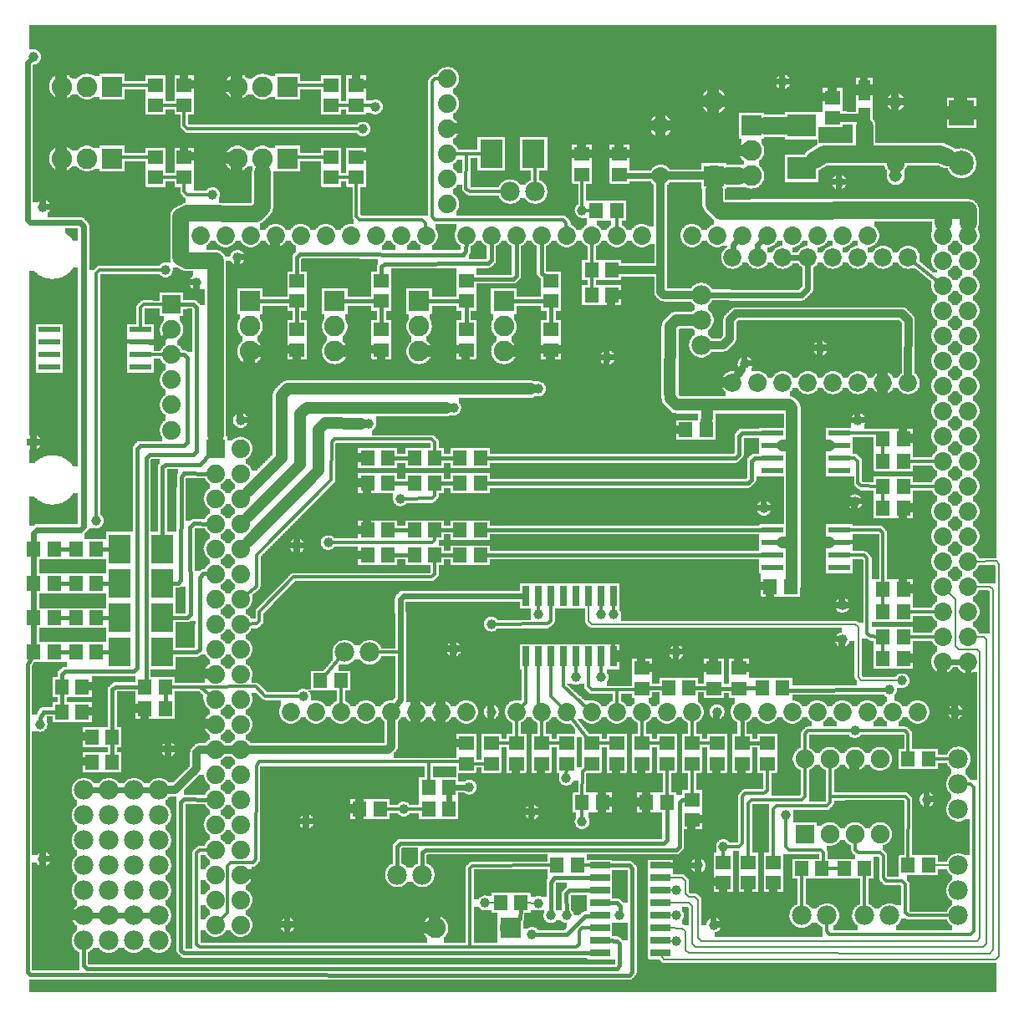
<source format=gtl>
G04 MADE WITH FRITZING*
G04 WWW.FRITZING.ORG*
G04 DOUBLE SIDED*
G04 HOLES PLATED*
G04 CONTOUR ON CENTER OF CONTOUR VECTOR*
%ASAXBY*%
%FSLAX23Y23*%
%MOIN*%
%OFA0B0*%
%SFA1.0B1.0*%
%ADD10C,0.075000*%
%ADD11C,0.072472*%
%ADD12C,0.072445*%
%ADD13C,0.072417*%
%ADD14C,0.039370*%
%ADD15C,0.074000*%
%ADD16C,0.082000*%
%ADD17C,0.070000*%
%ADD18C,0.078000*%
%ADD19C,0.072917*%
%ADD20C,0.051496*%
%ADD21C,0.099055*%
%ADD22R,0.059055X0.055118*%
%ADD23R,0.055118X0.059055*%
%ADD24R,0.086614X0.023622*%
%ADD25R,0.113708X0.090086*%
%ADD26R,0.090086X0.113708*%
%ADD27R,0.074000X0.074000*%
%ADD28R,0.026000X0.080000*%
%ADD29R,0.086900X0.024000*%
%ADD30R,0.082000X0.082000*%
%ADD31R,0.047244X0.078740*%
%ADD32R,0.080000X0.026000*%
%ADD33R,0.075000X0.075000*%
%ADD34R,0.099055X0.099055*%
%ADD35C,0.024000*%
%ADD36C,0.012000*%
%ADD37C,0.008000*%
%ADD38C,0.016000*%
%ADD39C,0.032000*%
%ADD40C,0.048000*%
%ADD41C,0.065000*%
%ADD42R,0.001000X0.001000*%
%LNCOPPER1*%
G90*
G70*
G54D10*
X1061Y3189D03*
X2648Y3205D03*
X123Y3821D03*
X1198Y2905D03*
X107Y2808D03*
X384Y2730D03*
X3282Y2662D03*
X1295Y2045D03*
X3234Y2866D03*
X1386Y1280D03*
X2971Y1354D03*
X3065Y895D03*
X3640Y1246D03*
X2781Y840D03*
X3630Y664D03*
X679Y1190D03*
X3602Y455D03*
X3287Y429D03*
X1038Y880D03*
G54D11*
X2844Y2472D03*
X3544Y2972D03*
X3444Y2972D03*
X3344Y2972D03*
X3244Y2972D03*
X3144Y2972D03*
G54D12*
X3044Y2972D03*
X2944Y2972D03*
G54D11*
X2844Y2972D03*
G54D12*
X3544Y2472D03*
G54D13*
X3444Y2472D03*
G54D12*
X3344Y2472D03*
G54D11*
X3244Y2472D03*
G54D12*
X3144Y2472D03*
G54D13*
X3044Y2472D03*
X2944Y2472D03*
G54D14*
X2707Y547D03*
X2769Y309D03*
X3282Y1447D03*
X1882Y1509D03*
X2244Y3159D03*
X3519Y1284D03*
X82Y1109D03*
X2070Y396D03*
X1857Y397D03*
X3269Y3272D03*
X3044Y3672D03*
X1107Y1822D03*
X57Y2234D03*
X882Y2322D03*
X1069Y309D03*
G54D15*
X607Y2784D03*
X607Y2684D03*
X607Y2584D03*
X607Y2484D03*
X607Y2384D03*
X607Y2283D03*
G54D14*
X94Y572D03*
X94Y3172D03*
X1144Y722D03*
X2394Y347D03*
X2182Y347D03*
X2119Y347D03*
X2044Y272D03*
X2244Y722D03*
X2620Y246D03*
X2619Y347D03*
X2619Y447D03*
X2181Y894D03*
X3469Y1247D03*
X2807Y622D03*
X307Y1922D03*
X582Y2922D03*
X707Y2872D03*
X1232Y1834D03*
X3619Y809D03*
X3344Y2322D03*
X3282Y1584D03*
X57Y3772D03*
X2319Y1547D03*
X2619Y1397D03*
X1794Y859D03*
X1519Y2009D03*
X1132Y1222D03*
X2219Y1297D03*
X2069Y1547D03*
X2319Y1297D03*
X2369Y1547D03*
X1732Y1409D03*
X3732Y1159D03*
X869Y2972D03*
X2344Y2572D03*
G54D16*
X1957Y297D03*
X1659Y297D03*
G54D17*
X2557Y3497D03*
X2557Y3297D03*
G54D14*
X1532Y772D03*
G54D15*
X1707Y3684D03*
X1707Y3584D03*
X1707Y3484D03*
X1707Y3384D03*
X1707Y3284D03*
X1707Y3184D03*
X1707Y3684D03*
X1707Y3584D03*
X1707Y3484D03*
X1707Y3384D03*
X1707Y3284D03*
X1707Y3184D03*
G54D14*
X3057Y747D03*
X1732Y2372D03*
X2069Y2447D03*
X1394Y2309D03*
X769Y3222D03*
X1369Y3484D03*
X1419Y3572D03*
X3332Y1084D03*
X1882Y1159D03*
X594Y1009D03*
X2782Y1159D03*
X3194Y2609D03*
X2969Y1972D03*
X3332Y1997D03*
X2044Y759D03*
G54D18*
X557Y347D03*
X457Y347D03*
X357Y347D03*
X257Y347D03*
X557Y847D03*
X457Y847D03*
X357Y847D03*
X257Y847D03*
X257Y647D03*
X357Y647D03*
X457Y647D03*
X457Y447D03*
X257Y447D03*
X357Y447D03*
X557Y447D03*
X257Y247D03*
X357Y247D03*
X257Y747D03*
X357Y747D03*
X457Y747D03*
X557Y247D03*
X457Y547D03*
X557Y547D03*
X1397Y1397D03*
X1297Y1397D03*
X257Y547D03*
X357Y547D03*
X557Y747D03*
X457Y247D03*
X557Y647D03*
G54D14*
X2894Y2547D03*
G54D10*
X3132Y672D03*
X3132Y972D03*
X3232Y672D03*
X3232Y972D03*
X3332Y672D03*
X3332Y972D03*
X3432Y672D03*
X3432Y972D03*
G54D15*
X882Y2209D03*
X882Y2109D03*
X882Y2009D03*
X882Y1909D03*
X882Y1809D03*
X882Y1709D03*
X882Y1609D03*
X882Y1509D03*
X882Y1409D03*
X882Y1309D03*
X882Y1209D03*
X882Y1109D03*
X882Y1009D03*
X882Y909D03*
X882Y809D03*
X882Y709D03*
X882Y609D03*
X882Y509D03*
X882Y409D03*
X882Y309D03*
X782Y2209D03*
X782Y2109D03*
X782Y2009D03*
X782Y1909D03*
X782Y1809D03*
X782Y1709D03*
X782Y1609D03*
X782Y1509D03*
X782Y1409D03*
X782Y1309D03*
X782Y1209D03*
X782Y1109D03*
X782Y1009D03*
X782Y909D03*
X782Y809D03*
X782Y709D03*
X782Y609D03*
X782Y509D03*
X782Y409D03*
X782Y309D03*
G54D19*
X2982Y1159D03*
X1382Y1159D03*
X3082Y1159D03*
X3182Y1159D03*
X3282Y1159D03*
X3382Y1159D03*
X3682Y2559D03*
X3482Y1159D03*
X3582Y1159D03*
X1422Y3059D03*
X1982Y1159D03*
X2082Y1159D03*
X2182Y1159D03*
X2282Y1159D03*
X3682Y1759D03*
X2382Y1159D03*
X2482Y1159D03*
X2582Y1159D03*
X2682Y1159D03*
X2182Y3059D03*
X3682Y2959D03*
X3682Y2159D03*
X3682Y1359D03*
X1022Y3059D03*
X1782Y1159D03*
X1782Y3059D03*
X3682Y2759D03*
X3682Y2359D03*
X3682Y1959D03*
X3382Y3059D03*
X3682Y1559D03*
X3282Y3059D03*
X3182Y3059D03*
X3082Y3059D03*
X2982Y3059D03*
X2882Y3059D03*
X2782Y3059D03*
X2682Y3059D03*
X822Y3059D03*
X1222Y3059D03*
X1622Y3059D03*
X1182Y1159D03*
X1582Y1159D03*
X2382Y3059D03*
X1982Y3059D03*
X3682Y3059D03*
X3682Y2859D03*
X3682Y2659D03*
X3682Y2459D03*
X3682Y2259D03*
X3682Y2059D03*
X3682Y1859D03*
X3682Y1659D03*
X3682Y1459D03*
X722Y3059D03*
X922Y3059D03*
X1122Y3059D03*
X1322Y3059D03*
X1522Y3059D03*
X1082Y1159D03*
X1282Y1159D03*
X1482Y1159D03*
X1682Y1159D03*
X2482Y3059D03*
X2282Y3059D03*
X2082Y3059D03*
X1882Y3059D03*
X3782Y3059D03*
X3782Y2959D03*
X3782Y2859D03*
X3782Y2759D03*
X3782Y2659D03*
X3782Y2559D03*
X3782Y2459D03*
X3782Y2359D03*
X3782Y2259D03*
X3782Y2159D03*
X3782Y2059D03*
X3782Y1959D03*
X3782Y1859D03*
X3782Y1759D03*
X3782Y1659D03*
X3782Y1559D03*
X3782Y1459D03*
X3782Y1359D03*
X2882Y1159D03*
G54D16*
X1257Y2797D03*
X1257Y2697D03*
X1257Y2597D03*
X1932Y2797D03*
X1932Y2697D03*
X1932Y2597D03*
X1594Y2797D03*
X1594Y2697D03*
X1594Y2597D03*
X919Y2797D03*
X919Y2697D03*
X919Y2597D03*
G54D18*
X3744Y347D03*
X3744Y447D03*
X3744Y547D03*
X3744Y972D03*
X3744Y872D03*
X3744Y772D03*
X2057Y3234D03*
X1957Y3234D03*
X2719Y2822D03*
X2719Y2722D03*
X2719Y2622D03*
X3119Y347D03*
X3219Y347D03*
X1607Y509D03*
X1507Y509D03*
X3469Y347D03*
X3369Y347D03*
G54D16*
X2919Y3497D03*
X2919Y3397D03*
X2919Y3297D03*
X2769Y3297D03*
X2769Y3595D03*
G54D20*
X3494Y3297D03*
X3494Y3592D03*
X3494Y3297D03*
X3494Y3592D03*
G54D16*
X369Y3366D03*
X269Y3366D03*
X169Y3366D03*
X1069Y3653D03*
X969Y3653D03*
X869Y3653D03*
X369Y3653D03*
X269Y3653D03*
X169Y3653D03*
X1069Y3366D03*
X969Y3366D03*
X869Y3366D03*
G54D21*
X3757Y3547D03*
X3757Y3347D03*
G54D22*
X2244Y3303D03*
X2244Y3384D03*
G54D23*
X2301Y3159D03*
X2382Y3159D03*
G54D24*
X482Y2584D03*
X120Y2584D03*
X482Y2534D03*
X482Y2634D03*
X482Y2684D03*
X120Y2534D03*
X120Y2634D03*
X120Y2684D03*
G54D25*
X3119Y3497D03*
X3119Y3327D03*
G54D26*
X1882Y3384D03*
X2051Y3384D03*
G54D27*
X607Y2784D03*
G54D28*
X2019Y1380D03*
X2069Y1380D03*
X2119Y1380D03*
X2169Y1380D03*
X2219Y1380D03*
X2269Y1380D03*
X2319Y1380D03*
X2369Y1380D03*
X2369Y1622D03*
X2319Y1622D03*
X2269Y1622D03*
X2219Y1622D03*
X2169Y1622D03*
X2119Y1622D03*
X2069Y1622D03*
X2019Y1622D03*
G54D29*
X3269Y2122D03*
X3269Y2172D03*
X3269Y2222D03*
X3269Y2272D03*
X3004Y2272D03*
X3004Y2222D03*
X3004Y2172D03*
X3004Y2122D03*
X3269Y1734D03*
X3269Y1784D03*
X3269Y1834D03*
X3269Y1884D03*
X3004Y1884D03*
X3004Y1834D03*
X3004Y1784D03*
X3004Y1734D03*
G54D26*
X569Y1397D03*
X400Y1397D03*
X569Y1534D03*
X400Y1534D03*
X569Y1672D03*
X400Y1672D03*
X569Y1809D03*
X400Y1809D03*
G54D23*
X57Y1397D03*
X138Y1397D03*
X57Y1534D03*
X138Y1534D03*
X57Y1672D03*
X138Y1672D03*
X57Y1809D03*
X138Y1809D03*
X1575Y1784D03*
X1656Y1784D03*
X1575Y1884D03*
X1656Y1884D03*
X1575Y2072D03*
X1656Y2072D03*
X1575Y2172D03*
X1656Y2172D03*
X307Y1397D03*
X226Y1397D03*
X307Y1534D03*
X226Y1534D03*
X307Y1672D03*
X226Y1672D03*
X307Y1809D03*
X226Y1809D03*
X1388Y1784D03*
X1468Y1784D03*
X1388Y1884D03*
X1468Y1884D03*
X1388Y2072D03*
X1468Y2072D03*
X1388Y2172D03*
X1468Y2172D03*
G54D30*
X1958Y297D03*
G54D31*
X3369Y3527D03*
X3369Y3638D03*
G54D32*
X2557Y197D03*
X2557Y247D03*
X2557Y297D03*
X2557Y347D03*
X2557Y397D03*
X2557Y447D03*
X2557Y497D03*
X2557Y547D03*
X2315Y547D03*
X2315Y497D03*
X2315Y447D03*
X2315Y397D03*
X2315Y347D03*
X2315Y297D03*
X2315Y247D03*
X2315Y197D03*
G54D23*
X2144Y547D03*
X2225Y547D03*
X582Y1172D03*
X501Y1172D03*
X369Y1059D03*
X289Y1059D03*
X2282Y2922D03*
X2363Y2922D03*
G54D22*
X3244Y3609D03*
X3244Y3528D03*
X2394Y3384D03*
X2394Y3303D03*
G54D23*
X369Y959D03*
X289Y959D03*
X582Y1259D03*
X501Y1259D03*
X250Y1259D03*
X169Y1259D03*
G54D22*
X1344Y3291D03*
X1344Y3372D03*
X1244Y3578D03*
X1244Y3659D03*
X1344Y3578D03*
X1344Y3659D03*
X1244Y3291D03*
X1244Y3372D03*
X657Y3578D03*
X657Y3659D03*
X544Y3578D03*
X544Y3659D03*
X657Y3291D03*
X657Y3372D03*
X544Y3291D03*
X544Y3372D03*
G54D23*
X3525Y2247D03*
X3444Y2247D03*
X3525Y1972D03*
X3444Y1972D03*
X3525Y2059D03*
X3444Y2059D03*
X3525Y2159D03*
X3444Y2159D03*
X2657Y2284D03*
X2738Y2284D03*
X3525Y1372D03*
X3444Y1372D03*
X3525Y1459D03*
X3444Y1459D03*
X3525Y1559D03*
X3444Y1559D03*
X3525Y1647D03*
X3444Y1647D03*
G54D22*
X1107Y2603D03*
X1107Y2684D03*
X1444Y2603D03*
X1444Y2684D03*
X1782Y2603D03*
X1782Y2684D03*
X2119Y2603D03*
X2119Y2684D03*
X1107Y2877D03*
X1107Y2797D03*
X1444Y2877D03*
X1444Y2797D03*
X1782Y2877D03*
X1782Y2797D03*
X2119Y2877D03*
X2119Y2797D03*
G54D23*
X1757Y2072D03*
X1838Y2072D03*
X1838Y2172D03*
X1757Y2172D03*
X1713Y772D03*
X1632Y772D03*
X2325Y797D03*
X2244Y797D03*
X250Y1159D03*
X169Y1159D03*
X2994Y1659D03*
X3075Y1659D03*
G54D22*
X2769Y1334D03*
X2769Y1253D03*
X2082Y953D03*
X2082Y1034D03*
G54D23*
X1282Y1284D03*
X1201Y1284D03*
X2363Y2822D03*
X2282Y2822D03*
G54D22*
X1982Y953D03*
X1982Y1034D03*
G54D23*
X1713Y859D03*
X1632Y859D03*
G54D22*
X1782Y1034D03*
X1782Y953D03*
G54D23*
X3044Y1255D03*
X2964Y1255D03*
G54D22*
X2482Y1253D03*
X2482Y1334D03*
G54D23*
X3625Y972D03*
X3544Y972D03*
X3289Y534D03*
X3369Y534D03*
X3200Y534D03*
X3119Y534D03*
X3625Y547D03*
X3544Y547D03*
G54D22*
X3007Y559D03*
X3007Y478D03*
X2682Y728D03*
X2682Y809D03*
G54D23*
X2501Y797D03*
X2582Y797D03*
G54D33*
X3132Y672D03*
G54D27*
X782Y2209D03*
G54D30*
X1257Y2797D03*
X1932Y2797D03*
X1594Y2797D03*
X919Y2797D03*
X2919Y3497D03*
X2769Y3296D03*
X369Y3366D03*
X1069Y3653D03*
X369Y3653D03*
X1069Y3366D03*
G54D34*
X3757Y3547D03*
G54D22*
X2882Y953D03*
X2882Y1034D03*
X2807Y478D03*
X2807Y559D03*
X2907Y478D03*
X2907Y559D03*
G54D23*
X1357Y772D03*
X1438Y772D03*
G54D22*
X1882Y953D03*
X1882Y1034D03*
X2182Y953D03*
X2182Y1034D03*
X2982Y953D03*
X2982Y1034D03*
X2682Y953D03*
X2682Y1034D03*
X2582Y953D03*
X2582Y1034D03*
X2782Y953D03*
X2782Y1034D03*
X2482Y953D03*
X2482Y1034D03*
X2282Y953D03*
X2282Y1034D03*
X2382Y953D03*
X2382Y1034D03*
G54D23*
X1757Y1784D03*
X1838Y1784D03*
X1838Y1884D03*
X1757Y1884D03*
X2669Y1255D03*
X2589Y1255D03*
G54D22*
X2869Y1253D03*
X2869Y1334D03*
G54D23*
X1919Y397D03*
X2000Y397D03*
G54D35*
X520Y2634D02*
X557Y2634D01*
D02*
X557Y2634D02*
X585Y2662D01*
D02*
X3769Y1159D02*
X3782Y1172D01*
D02*
X3782Y1172D02*
X3782Y1329D01*
D02*
X3751Y1159D02*
X3769Y1159D01*
D02*
X3752Y1359D02*
X3712Y1359D01*
D02*
X2591Y547D02*
X2688Y547D01*
G54D36*
D02*
X2244Y3173D02*
X2244Y3281D01*
D02*
X2107Y1510D02*
X2119Y1522D01*
D02*
X2119Y1522D02*
X2119Y1587D01*
D02*
X1895Y1509D02*
X2107Y1510D01*
D02*
X1645Y3671D02*
X1657Y3684D01*
D02*
X1657Y3684D02*
X1681Y3684D01*
D02*
X1645Y3134D02*
X1645Y3671D01*
D02*
X1657Y3122D02*
X1645Y3134D01*
D02*
X2169Y3122D02*
X1657Y3122D01*
D02*
X2181Y3109D02*
X2169Y3122D01*
D02*
X2182Y3084D02*
X2181Y3109D01*
D02*
X2279Y3159D02*
X2258Y3159D01*
D02*
X2382Y3135D02*
X2382Y3084D01*
G54D37*
D02*
X2269Y1521D02*
X2269Y1587D01*
D02*
X2282Y1509D02*
X2269Y1521D01*
D02*
X3345Y1497D02*
X3332Y1509D01*
D02*
X3345Y1297D02*
X3345Y1497D01*
D02*
X3357Y1284D02*
X3345Y1297D01*
D02*
X3332Y1509D02*
X2282Y1509D01*
D02*
X3506Y1284D02*
X3357Y1284D01*
G54D36*
D02*
X2319Y1587D02*
X2319Y1560D01*
G54D38*
D02*
X82Y1135D02*
X82Y1123D01*
D02*
X95Y1159D02*
X82Y1135D01*
D02*
X169Y1183D02*
X169Y1235D01*
D02*
X147Y1159D02*
X95Y1159D01*
G54D36*
D02*
X604Y1259D02*
X720Y1259D01*
G54D38*
D02*
X369Y1035D02*
X369Y983D01*
D02*
X370Y1247D02*
X369Y1083D01*
D02*
X382Y1259D02*
X370Y1247D01*
D02*
X479Y1259D02*
X382Y1259D01*
D02*
X582Y1235D02*
X582Y1196D01*
G54D37*
D02*
X2056Y396D02*
X2022Y397D01*
G54D38*
D02*
X1607Y597D02*
X1620Y609D01*
D02*
X1507Y622D02*
X1520Y635D01*
D02*
X2619Y609D02*
X2632Y621D01*
D02*
X2582Y647D02*
X2582Y773D01*
D02*
X2569Y634D02*
X2582Y647D01*
D02*
X2644Y809D02*
X2658Y809D01*
D02*
X2632Y797D02*
X2644Y809D01*
D02*
X2632Y621D02*
X2632Y797D01*
D02*
X1607Y534D02*
X1607Y597D01*
D02*
X1620Y609D02*
X2619Y609D01*
D02*
X1507Y534D02*
X1507Y622D01*
D02*
X1520Y635D02*
X2569Y634D01*
D02*
X1995Y334D02*
X1998Y373D01*
D02*
X1976Y315D02*
X1995Y334D01*
G54D37*
D02*
X1897Y397D02*
X1870Y397D01*
G54D39*
D02*
X3351Y3528D02*
X3268Y3528D01*
G54D17*
D02*
X2824Y3297D02*
X2865Y3297D01*
G54D35*
D02*
X2394Y3297D02*
X2394Y3303D01*
D02*
X2531Y3297D02*
X2394Y3297D01*
G54D36*
D02*
X1281Y1378D02*
X1222Y1308D01*
D02*
X1282Y1260D02*
X1282Y1184D01*
D02*
X2057Y3384D02*
X2051Y3384D01*
D02*
X2057Y3259D02*
X2057Y3384D01*
D02*
X1844Y3384D02*
X1782Y3384D01*
D02*
X1782Y3384D02*
X1732Y3384D01*
D02*
X1781Y3246D02*
X1782Y3384D01*
D02*
X1795Y3234D02*
X1781Y3246D01*
D02*
X1932Y3234D02*
X1795Y3234D01*
G54D39*
D02*
X819Y1009D02*
X845Y1009D01*
G54D36*
D02*
X582Y2584D02*
X520Y2584D01*
D02*
X482Y2772D02*
X495Y2784D01*
D02*
X495Y2784D02*
X582Y2784D01*
D02*
X482Y2690D02*
X482Y2772D01*
G54D39*
D02*
X2557Y3265D02*
X2557Y3059D01*
G54D38*
D02*
X2119Y479D02*
X2132Y497D01*
D02*
X2132Y497D02*
X2280Y497D01*
D02*
X2119Y360D02*
X2119Y479D01*
D02*
X2181Y435D02*
X2194Y447D01*
D02*
X2194Y447D02*
X2280Y447D01*
D02*
X2182Y360D02*
X2181Y435D01*
D02*
X2395Y385D02*
X2382Y397D01*
D02*
X2382Y397D02*
X2349Y397D01*
D02*
X2395Y360D02*
X2395Y385D01*
D02*
X2382Y246D02*
X2349Y247D01*
D02*
X2394Y147D02*
X2394Y234D01*
D02*
X2394Y234D02*
X2382Y246D01*
D02*
X2382Y135D02*
X2394Y147D01*
D02*
X270Y134D02*
X2382Y135D01*
D02*
X256Y147D02*
X270Y134D01*
D02*
X257Y222D02*
X256Y147D01*
D02*
X2882Y1056D02*
X2882Y1135D01*
D02*
X2906Y1034D02*
X2958Y1034D01*
G54D36*
D02*
X1795Y534D02*
X1795Y222D01*
D02*
X1806Y546D02*
X1795Y534D01*
D02*
X2122Y547D02*
X1806Y546D01*
D02*
X2247Y547D02*
X2280Y547D01*
G54D37*
D02*
X2657Y484D02*
X2657Y434D01*
D02*
X2694Y422D02*
X2707Y409D01*
D02*
X2670Y422D02*
X2694Y422D01*
D02*
X2707Y409D02*
X2707Y259D01*
D02*
X3819Y246D02*
X3831Y259D01*
D02*
X2657Y434D02*
X2670Y422D01*
D02*
X2707Y259D02*
X2720Y246D01*
D02*
X2720Y246D02*
X3819Y246D01*
D02*
X2644Y497D02*
X2657Y484D01*
D02*
X2591Y497D02*
X2644Y497D01*
D02*
X3745Y1409D02*
X3732Y1422D01*
D02*
X3831Y259D02*
X3831Y1397D01*
D02*
X3831Y1397D02*
X3819Y1409D01*
D02*
X3819Y1409D02*
X3745Y1409D01*
D02*
X3732Y1422D02*
X3732Y1609D01*
D02*
X3732Y1609D02*
X3699Y1642D01*
D02*
X2591Y246D02*
X2607Y246D01*
D02*
X2591Y347D02*
X2606Y347D01*
D02*
X2591Y447D02*
X2606Y447D01*
G54D38*
D02*
X2232Y197D02*
X657Y197D01*
D02*
X2280Y197D02*
X2232Y197D01*
D02*
X657Y197D02*
X644Y209D01*
D02*
X644Y209D02*
X644Y797D01*
D02*
X644Y797D02*
X657Y810D01*
D02*
X657Y810D02*
X756Y809D01*
G54D37*
D02*
X2682Y384D02*
X2682Y234D01*
D02*
X2695Y222D02*
X3844Y221D01*
D02*
X2682Y234D02*
X2695Y222D01*
D02*
X2670Y397D02*
X2682Y384D01*
D02*
X2591Y397D02*
X2670Y397D01*
D02*
X3844Y221D02*
X3857Y234D01*
D02*
X3857Y234D02*
X3857Y1447D01*
D02*
X3857Y1447D02*
X3845Y1459D01*
D02*
X3845Y1459D02*
X3807Y1459D01*
G54D36*
D02*
X1545Y772D02*
X1610Y772D01*
G54D35*
D02*
X1713Y835D02*
X1713Y796D01*
G54D36*
D02*
X1782Y960D02*
X1632Y960D01*
D02*
X1782Y953D02*
X1782Y960D01*
G54D35*
D02*
X1775Y859D02*
X1735Y859D01*
G54D36*
D02*
X2682Y831D02*
X2682Y931D01*
D02*
X2582Y821D02*
X2582Y931D01*
G54D35*
D02*
X487Y347D02*
X527Y347D01*
D02*
X387Y347D02*
X427Y347D01*
D02*
X287Y347D02*
X327Y347D01*
D02*
X287Y847D02*
X327Y847D01*
G54D40*
D02*
X3182Y1997D02*
X3182Y2210D01*
D02*
X3182Y1846D02*
X3182Y1997D01*
D02*
X3194Y2222D02*
X3231Y2222D01*
D02*
X3182Y2210D02*
X3194Y2222D01*
D02*
X3194Y1834D02*
X3182Y1846D01*
D02*
X3231Y1834D02*
X3194Y1834D01*
D02*
X2739Y2308D02*
X2745Y2384D01*
G54D36*
D02*
X306Y2909D02*
X307Y1935D01*
D02*
X320Y2921D02*
X306Y2909D01*
D02*
X568Y2922D02*
X320Y2921D01*
G54D40*
D02*
X3182Y1997D02*
X3302Y1997D01*
G54D36*
D02*
X3419Y2272D02*
X3307Y2272D01*
D02*
X3422Y2268D02*
X3419Y2272D01*
D02*
X3444Y1871D02*
X3432Y1885D01*
D02*
X3432Y1885D02*
X3307Y1884D01*
D02*
X3444Y1671D02*
X3444Y1871D01*
G54D35*
D02*
X44Y3110D02*
X244Y3110D01*
D02*
X32Y3122D02*
X44Y3110D01*
D02*
X69Y1885D02*
X57Y1872D01*
D02*
X256Y1897D02*
X244Y1885D01*
D02*
X244Y3110D02*
X256Y3096D01*
D02*
X256Y3096D02*
X256Y1897D01*
D02*
X244Y1885D02*
X69Y1885D01*
D02*
X32Y3747D02*
X32Y3122D01*
D02*
X57Y1872D02*
X57Y1833D01*
D02*
X43Y3758D02*
X32Y3747D01*
G54D36*
D02*
X3545Y809D02*
X3532Y822D01*
D02*
X3532Y822D02*
X3232Y822D01*
G54D37*
D02*
X3720Y547D02*
X3647Y547D01*
G54D36*
D02*
X3544Y571D02*
X3545Y809D01*
D02*
X3794Y271D02*
X3806Y285D01*
D02*
X3219Y285D02*
X3231Y271D01*
D02*
X3806Y859D02*
X3794Y872D01*
D02*
X3794Y872D02*
X3769Y872D01*
D02*
X3231Y271D02*
X3794Y271D01*
D02*
X3806Y285D02*
X3806Y859D01*
D02*
X3219Y322D02*
X3219Y285D01*
D02*
X1460Y772D02*
X1518Y772D01*
D02*
X2182Y931D02*
X2181Y908D01*
G54D38*
D02*
X2257Y346D02*
X2182Y272D01*
D02*
X2182Y272D02*
X2058Y272D01*
D02*
X2280Y346D02*
X2257Y346D01*
D02*
X2444Y535D02*
X2432Y547D01*
D02*
X2432Y547D02*
X2349Y547D01*
D02*
X2444Y122D02*
X2444Y535D01*
D02*
X2432Y109D02*
X2444Y122D01*
D02*
X44Y110D02*
X2432Y109D01*
D02*
X32Y122D02*
X44Y110D01*
G54D36*
D02*
X2233Y284D02*
X2233Y233D01*
D02*
X2233Y233D02*
X2220Y222D01*
D02*
X2244Y297D02*
X2233Y284D01*
D02*
X2220Y222D02*
X1795Y222D01*
D02*
X2280Y297D02*
X2244Y297D01*
D02*
X1795Y222D02*
X719Y222D01*
D02*
X719Y222D02*
X706Y233D01*
D02*
X707Y597D02*
X720Y609D01*
D02*
X720Y609D02*
X756Y609D01*
D02*
X706Y233D02*
X707Y597D01*
D02*
X3344Y2159D02*
X3331Y2172D01*
D02*
X3344Y2071D02*
X3344Y2159D01*
D02*
X3357Y2060D02*
X3344Y2071D01*
D02*
X3331Y2172D02*
X3307Y2172D01*
D02*
X3422Y2059D02*
X3357Y2060D01*
G54D38*
D02*
X2919Y2159D02*
X2932Y2171D01*
D02*
X2932Y2171D02*
X2966Y2172D01*
D02*
X2919Y2084D02*
X2919Y2159D01*
D02*
X2907Y2072D02*
X2919Y2084D01*
D02*
X1860Y2072D02*
X2907Y2072D01*
G54D36*
D02*
X1657Y1846D02*
X1656Y1860D01*
D02*
X1645Y1834D02*
X1657Y1846D01*
D02*
X1245Y1834D02*
X1645Y1834D01*
D02*
X957Y1522D02*
X957Y1559D01*
D02*
X957Y1559D02*
X970Y1571D01*
D02*
X970Y1571D02*
X1094Y1697D01*
D02*
X945Y1510D02*
X957Y1522D01*
D02*
X907Y1509D02*
X945Y1510D01*
D02*
X1644Y1697D02*
X1657Y1709D01*
D02*
X1657Y1709D02*
X1656Y1760D01*
D02*
X1094Y1697D02*
X1644Y1697D01*
D02*
X1118Y1222D02*
X981Y1221D01*
D02*
X3381Y1771D02*
X3370Y1784D01*
D02*
X3381Y1471D02*
X3381Y1771D01*
D02*
X3394Y1460D02*
X3381Y1471D01*
D02*
X3370Y1784D02*
X3307Y1784D01*
D02*
X3422Y1459D02*
X3394Y1460D01*
D02*
X944Y1260D02*
X720Y1259D01*
D02*
X981Y1221D02*
X944Y1260D01*
D02*
X762Y1225D02*
X720Y1259D01*
D02*
X1422Y1397D02*
X1520Y1397D01*
D02*
X2169Y1260D02*
X2263Y1176D01*
D02*
X2169Y1345D02*
X2169Y1260D01*
D02*
X2219Y1310D02*
X2219Y1345D01*
D02*
X2319Y1310D02*
X2319Y1345D01*
D02*
X2069Y1587D02*
X2069Y1560D01*
D02*
X2369Y1587D02*
X2369Y1560D01*
G54D39*
D02*
X2385Y2922D02*
X2557Y2922D01*
G54D17*
D02*
X3669Y3385D02*
X3699Y3372D01*
D02*
X3494Y3385D02*
X3669Y3385D01*
D02*
X2974Y3497D02*
X3070Y3497D01*
G54D39*
D02*
X2589Y3297D02*
X2732Y3297D01*
G54D36*
D02*
X2282Y2946D02*
X2282Y3035D01*
D02*
X2282Y2898D02*
X2282Y2846D01*
G54D40*
D02*
X2595Y2697D02*
X2620Y2722D01*
D02*
X2594Y2434D02*
X2595Y2697D01*
G54D39*
D02*
X2684Y2822D02*
X2570Y2822D01*
D02*
X2570Y2822D02*
X2557Y2834D01*
G54D40*
D02*
X2620Y2722D02*
X2678Y2722D01*
D02*
X3081Y2222D02*
X3042Y2222D01*
G54D38*
D02*
X362Y1534D02*
X329Y1534D01*
D02*
X362Y1397D02*
X329Y1397D01*
D02*
X204Y1397D02*
X160Y1397D01*
D02*
X204Y1534D02*
X160Y1534D01*
D02*
X204Y1672D02*
X160Y1672D01*
D02*
X204Y1809D02*
X160Y1809D01*
D02*
X569Y1859D02*
X569Y2134D01*
D02*
X569Y2134D02*
X582Y2146D01*
D02*
X645Y2096D02*
X657Y2110D01*
D02*
X644Y1685D02*
X645Y2096D01*
D02*
X657Y2110D02*
X756Y2109D01*
D02*
X632Y1672D02*
X644Y1685D01*
D02*
X719Y2146D02*
X764Y2191D01*
D02*
X582Y2146D02*
X719Y2146D01*
D02*
X32Y1347D02*
X32Y122D01*
D02*
X45Y1373D02*
X32Y1347D01*
G54D35*
D02*
X57Y1510D02*
X57Y1421D01*
D02*
X57Y1648D02*
X57Y1558D01*
D02*
X57Y1696D02*
X57Y1785D01*
G54D38*
D02*
X362Y1809D02*
X329Y1809D01*
D02*
X362Y1672D02*
X329Y1672D01*
D02*
X681Y1896D02*
X695Y1910D01*
D02*
X682Y1547D02*
X681Y1896D01*
D02*
X719Y1409D02*
X719Y1696D01*
D02*
X719Y1696D02*
X733Y1710D01*
D02*
X733Y1710D02*
X756Y1709D01*
D02*
X607Y1397D02*
X706Y1397D01*
D02*
X706Y1397D02*
X719Y1409D01*
D02*
X695Y1910D02*
X756Y1909D01*
D02*
X607Y1534D02*
X669Y1534D01*
D02*
X669Y1534D02*
X682Y1547D01*
D02*
X607Y1672D02*
X632Y1672D01*
D02*
X2966Y1884D02*
X1860Y1884D01*
D02*
X2869Y2184D02*
X2857Y2171D01*
D02*
X2869Y2259D02*
X2869Y2184D01*
D02*
X2882Y2272D02*
X2869Y2259D01*
D02*
X2857Y2171D02*
X1931Y2172D01*
D02*
X1931Y2172D02*
X1860Y2172D01*
D02*
X2966Y2272D02*
X2882Y2272D01*
G54D36*
D02*
X2482Y1056D02*
X2482Y1135D01*
D02*
X2982Y931D02*
X2982Y846D01*
D02*
X2870Y622D02*
X2820Y622D01*
D02*
X2882Y634D02*
X2870Y622D01*
D02*
X2882Y822D02*
X2882Y634D01*
D02*
X2894Y835D02*
X2882Y822D01*
D02*
X2969Y835D02*
X2894Y835D01*
D02*
X2982Y846D02*
X2969Y835D01*
D02*
X2264Y1056D02*
X2197Y1140D01*
D02*
X1982Y1056D02*
X1982Y1135D01*
D02*
X2506Y1034D02*
X2558Y1034D01*
D02*
X2706Y1034D02*
X2758Y1034D01*
D02*
X2682Y1056D02*
X2682Y1135D01*
G54D38*
D02*
X670Y2572D02*
X657Y2584D01*
D02*
X657Y2222D02*
X670Y2234D01*
D02*
X670Y2234D02*
X670Y2572D01*
D02*
X657Y2584D02*
X633Y2584D01*
D02*
X482Y2222D02*
X657Y2222D01*
D02*
X469Y2209D02*
X482Y2222D01*
D02*
X469Y1334D02*
X469Y2209D01*
D02*
X169Y1309D02*
X182Y1321D01*
D02*
X457Y1321D02*
X469Y1334D01*
D02*
X182Y1321D02*
X457Y1321D01*
D02*
X169Y1283D02*
X169Y1309D01*
G54D39*
D02*
X2557Y2922D02*
X2557Y3059D01*
D02*
X2557Y2834D02*
X2557Y2922D01*
D02*
X707Y934D02*
X707Y997D01*
D02*
X707Y997D02*
X719Y1009D01*
D02*
X695Y921D02*
X707Y934D01*
D02*
X619Y847D02*
X695Y921D01*
D02*
X593Y847D02*
X619Y847D01*
G54D17*
D02*
X3369Y3494D02*
X3369Y3385D01*
G54D36*
D02*
X1069Y3372D02*
X1220Y3372D01*
D02*
X1069Y3393D02*
X1069Y3372D01*
D02*
X2269Y1260D02*
X2269Y1345D01*
D02*
X2282Y1247D02*
X2269Y1260D01*
D02*
X2382Y1247D02*
X2282Y1247D01*
D02*
X2482Y1247D02*
X2382Y1247D01*
D02*
X2482Y1253D02*
X2482Y1247D01*
G54D40*
D02*
X3081Y1659D02*
X3081Y1834D01*
D02*
X3075Y1659D02*
X3081Y1659D01*
G54D38*
D02*
X1490Y2072D02*
X1553Y2072D01*
D02*
X1678Y2072D02*
X1735Y2072D01*
D02*
X1490Y2172D02*
X1553Y2172D01*
D02*
X1678Y2172D02*
X1735Y2172D01*
D02*
X2567Y1255D02*
X2506Y1254D01*
D02*
X2745Y1254D02*
X2691Y1255D01*
D02*
X2845Y1253D02*
X2793Y1253D01*
D02*
X2942Y1255D02*
X2893Y1254D01*
G54D36*
D02*
X2382Y1247D02*
X2382Y1184D01*
G54D38*
D02*
X1490Y1884D02*
X1553Y1884D01*
D02*
X1735Y1884D02*
X1678Y1884D01*
D02*
X1735Y1784D02*
X1678Y1784D01*
D02*
X1490Y1784D02*
X1553Y1784D01*
G54D17*
D02*
X3782Y3160D02*
X3782Y3112D01*
D02*
X3682Y3160D02*
X3782Y3160D01*
D02*
X3682Y3160D02*
X2795Y3159D01*
D02*
X2769Y3185D02*
X2769Y3242D01*
D02*
X2795Y3159D02*
X2769Y3185D01*
D02*
X3682Y3112D02*
X3682Y3160D01*
G54D40*
D02*
X2595Y2409D02*
X2620Y2384D01*
D02*
X2594Y2434D02*
X2595Y2409D01*
G54D36*
D02*
X1958Y1034D02*
X1906Y1034D01*
D02*
X1806Y953D02*
X1858Y953D01*
D02*
X2106Y1034D02*
X2158Y1034D01*
D02*
X2082Y1135D02*
X2082Y1056D01*
D02*
X844Y559D02*
X831Y546D01*
D02*
X831Y359D02*
X800Y327D01*
D02*
X831Y546D02*
X831Y359D01*
D02*
X932Y559D02*
X844Y559D01*
D02*
X944Y572D02*
X932Y559D01*
D02*
X945Y946D02*
X944Y572D01*
D02*
X957Y960D02*
X945Y946D01*
D02*
X1632Y960D02*
X957Y960D01*
D02*
X1632Y883D02*
X1632Y960D01*
D02*
X2306Y1034D02*
X2358Y1034D01*
D02*
X2245Y921D02*
X2258Y933D01*
D02*
X2244Y821D02*
X2245Y921D01*
D02*
X2244Y735D02*
X2244Y773D01*
D02*
X2019Y1196D02*
X2019Y1345D01*
D02*
X1999Y1177D02*
X2019Y1196D01*
D02*
X2070Y1184D02*
X2071Y1181D01*
D02*
X2069Y1345D02*
X2070Y1184D01*
G54D35*
D02*
X1520Y1209D02*
X1500Y1183D01*
D02*
X1520Y1397D02*
X1520Y1209D01*
D02*
X1519Y1609D02*
X1520Y1397D01*
D02*
X1532Y1622D02*
X1519Y1609D01*
D02*
X2012Y1622D02*
X1532Y1622D01*
G54D39*
D02*
X2864Y2501D02*
X2881Y2526D01*
G54D36*
D02*
X2119Y1221D02*
X2164Y1177D01*
D02*
X2119Y1345D02*
X2119Y1221D01*
D02*
X3132Y1072D02*
X3144Y1084D01*
D02*
X3544Y996D02*
X3544Y1072D01*
D02*
X3532Y1084D02*
X3345Y1084D01*
D02*
X3544Y1072D02*
X3532Y1084D01*
D02*
X3144Y1084D02*
X3318Y1084D01*
D02*
X3132Y995D02*
X3132Y1072D01*
D02*
X3532Y359D02*
X3545Y347D01*
D02*
X3532Y471D02*
X3532Y359D01*
D02*
X3545Y347D02*
X3720Y347D01*
D02*
X3519Y485D02*
X3532Y471D01*
D02*
X3445Y584D02*
X3445Y497D01*
D02*
X3445Y497D02*
X3457Y485D01*
D02*
X3432Y597D02*
X3445Y584D01*
D02*
X3457Y485D02*
X3519Y485D01*
D02*
X3345Y597D02*
X3432Y597D01*
D02*
X3332Y609D02*
X3345Y597D01*
D02*
X3332Y649D02*
X3332Y609D01*
D02*
X3132Y822D02*
X3132Y949D01*
D02*
X3119Y809D02*
X3132Y822D01*
D02*
X2920Y809D02*
X3119Y809D01*
D02*
X2907Y581D02*
X2907Y796D01*
D02*
X2907Y796D02*
X2920Y809D01*
D02*
X3647Y972D02*
X3720Y972D01*
D02*
X3444Y1623D02*
X3444Y1583D01*
D02*
X3444Y2223D02*
X3444Y2183D01*
G54D40*
D02*
X3081Y1834D02*
X3081Y2222D01*
D02*
X3042Y1834D02*
X3081Y1834D01*
D02*
X3069Y2384D02*
X3081Y2372D01*
D02*
X3081Y2372D02*
X3081Y2222D01*
D02*
X2745Y2384D02*
X3069Y2384D01*
D02*
X2620Y2384D02*
X2745Y2384D01*
G54D17*
D02*
X3494Y3385D02*
X3494Y3346D01*
D02*
X3369Y3385D02*
X3494Y3385D01*
D02*
X3208Y3385D02*
X3369Y3385D01*
D02*
X3169Y3360D02*
X3208Y3385D01*
G54D35*
D02*
X527Y847D02*
X487Y847D01*
D02*
X427Y847D02*
X387Y847D01*
D02*
X2845Y3021D02*
X2861Y3038D01*
D02*
X2944Y3021D02*
X2960Y3038D01*
D02*
X2845Y3002D02*
X2845Y3021D01*
D02*
X2944Y3002D02*
X2944Y3021D01*
G54D36*
D02*
X3007Y772D02*
X3019Y785D01*
D02*
X3007Y581D02*
X3007Y772D01*
D02*
X3232Y822D02*
X3232Y949D01*
D02*
X3232Y797D02*
X3232Y822D01*
D02*
X3219Y784D02*
X3232Y797D01*
D02*
X3019Y785D02*
X3219Y784D01*
G54D39*
D02*
X1482Y1097D02*
X1482Y1021D01*
D02*
X1482Y1123D02*
X1482Y1097D01*
G54D36*
D02*
X3444Y1435D02*
X3444Y1396D01*
D02*
X3444Y2035D02*
X3444Y1996D01*
D02*
X1069Y3659D02*
X1220Y3659D01*
D02*
X1069Y3680D02*
X1069Y3659D01*
G54D38*
D02*
X2119Y2706D02*
X2119Y2775D01*
D02*
X1782Y2775D02*
X1782Y2706D01*
D02*
X1621Y2797D02*
X1758Y2797D01*
D02*
X1958Y2797D02*
X2095Y2797D01*
D02*
X2082Y2909D02*
X2095Y2897D01*
D02*
X2082Y3035D02*
X2082Y2909D01*
D02*
X1420Y2797D02*
X1283Y2797D01*
D02*
X1444Y2775D02*
X1444Y2706D01*
D02*
X1083Y2797D02*
X946Y2797D01*
D02*
X1107Y2706D02*
X1107Y2775D01*
G54D40*
D02*
X1145Y2371D02*
X1702Y2372D01*
D02*
X1119Y2347D02*
X1145Y2371D01*
D02*
X1119Y2146D02*
X1119Y2347D01*
D02*
X912Y1939D02*
X1119Y2146D01*
G54D38*
D02*
X1781Y2997D02*
X1782Y3035D01*
D02*
X1769Y2983D02*
X1781Y2997D01*
D02*
X1119Y2984D02*
X1769Y2983D01*
D02*
X1106Y2972D02*
X1119Y2984D01*
D02*
X1107Y2899D02*
X1106Y2972D01*
D02*
X1870Y2947D02*
X1882Y2960D01*
D02*
X1882Y2960D02*
X1882Y3035D01*
D02*
X1457Y2946D02*
X1870Y2947D01*
D02*
X1444Y2934D02*
X1457Y2946D01*
D02*
X1444Y2899D02*
X1444Y2934D01*
D02*
X1982Y3035D02*
X1982Y2897D01*
D02*
X1782Y2885D02*
X1782Y2877D01*
D02*
X1970Y2885D02*
X1782Y2885D01*
D02*
X1982Y2897D02*
X1970Y2885D01*
G54D40*
D02*
X1045Y2422D02*
X1045Y2172D01*
D02*
X1045Y2172D02*
X912Y2039D01*
D02*
X1069Y2447D02*
X1045Y2422D01*
D02*
X1219Y2310D02*
X1194Y2284D01*
D02*
X1194Y2284D02*
X1194Y2121D01*
D02*
X1194Y2121D02*
X912Y1839D01*
D02*
X1364Y2309D02*
X1219Y2310D01*
D02*
X2039Y2447D02*
X1069Y2447D01*
G54D35*
D02*
X3144Y2847D02*
X3119Y2821D01*
D02*
X2781Y2822D02*
X2749Y2822D01*
G54D39*
D02*
X2832Y2722D02*
X2857Y2747D01*
D02*
X2832Y2647D02*
X2832Y2722D01*
D02*
X2807Y2622D02*
X2832Y2647D01*
D02*
X2857Y2747D02*
X3520Y2747D01*
D02*
X2755Y2622D02*
X2807Y2622D01*
G54D36*
D02*
X3663Y2875D02*
X3563Y2956D01*
G54D35*
D02*
X3119Y2821D02*
X2781Y2822D01*
D02*
X3144Y2942D02*
X3144Y2847D01*
G54D39*
D02*
X3545Y2722D02*
X3544Y2507D01*
D02*
X3520Y2747D02*
X3545Y2722D01*
G54D38*
D02*
X707Y2772D02*
X707Y2197D01*
D02*
X507Y1259D02*
X501Y1259D01*
D02*
X507Y2172D02*
X507Y1259D01*
D02*
X694Y2184D02*
X519Y2184D01*
D02*
X694Y2784D02*
X707Y2772D01*
D02*
X707Y2197D02*
X694Y2184D01*
D02*
X519Y2184D02*
X507Y2172D01*
D02*
X633Y2784D02*
X694Y2784D01*
G54D41*
D02*
X644Y3134D02*
X669Y3147D01*
D02*
X669Y2959D02*
X644Y2972D01*
D02*
X782Y2959D02*
X669Y2959D01*
D02*
X669Y3147D02*
X944Y3146D01*
D02*
X782Y2263D02*
X782Y2959D01*
D02*
X644Y2972D02*
X644Y3134D01*
D02*
X969Y3172D02*
X969Y3312D01*
D02*
X944Y3146D02*
X969Y3172D01*
G54D36*
D02*
X1356Y3484D02*
X670Y3484D01*
D02*
X657Y3497D02*
X657Y3556D01*
D02*
X670Y3484D02*
X657Y3497D01*
D02*
X369Y3659D02*
X369Y3680D01*
D02*
X520Y3659D02*
X369Y3659D01*
D02*
X568Y3578D02*
X633Y3578D01*
D02*
X657Y3234D02*
X657Y3269D01*
D02*
X670Y3222D02*
X657Y3234D01*
D02*
X756Y3222D02*
X670Y3222D01*
D02*
X369Y3372D02*
X369Y3393D01*
D02*
X520Y3372D02*
X369Y3372D01*
D02*
X633Y3291D02*
X568Y3291D01*
D02*
X1419Y3578D02*
X1419Y3585D01*
D02*
X1368Y3578D02*
X1419Y3578D01*
D02*
X1320Y3578D02*
X1268Y3578D01*
D02*
X1619Y3109D02*
X1620Y3084D01*
D02*
X1606Y3122D02*
X1619Y3109D01*
D02*
X1357Y3122D02*
X1606Y3122D01*
D02*
X1344Y3135D02*
X1357Y3122D01*
D02*
X1344Y3269D02*
X1344Y3135D01*
D02*
X1268Y3291D02*
X1320Y3291D01*
G54D35*
D02*
X3114Y2972D02*
X3074Y2972D01*
G54D38*
D02*
X3044Y1246D02*
X3456Y1247D01*
D02*
X3044Y1255D02*
X3044Y1246D01*
G54D36*
D02*
X3369Y510D02*
X3369Y371D01*
D02*
X3267Y534D02*
X3222Y534D01*
D02*
X1645Y2010D02*
X1657Y2022D01*
D02*
X1657Y2022D02*
X1656Y2048D01*
D02*
X1533Y2009D02*
X1645Y2010D01*
D02*
X3657Y2059D02*
X3547Y2059D01*
D02*
X3547Y2159D02*
X3657Y2159D01*
G54D37*
D02*
X3869Y196D02*
X3882Y210D01*
D02*
X3882Y1647D02*
X3869Y1659D01*
D02*
X2644Y296D02*
X2657Y284D01*
D02*
X2670Y197D02*
X3869Y196D01*
D02*
X2656Y209D02*
X2670Y197D01*
D02*
X2657Y284D02*
X2656Y209D01*
D02*
X2591Y297D02*
X2644Y296D01*
D02*
X3882Y210D02*
X3882Y1647D01*
D02*
X3869Y1659D02*
X3807Y1659D01*
G54D36*
D02*
X2807Y581D02*
X2807Y608D01*
G54D37*
D02*
X3894Y171D02*
X3907Y184D01*
D02*
X3906Y1747D02*
X3895Y1760D01*
D02*
X2569Y172D02*
X3894Y171D01*
D02*
X2561Y189D02*
X2569Y172D01*
D02*
X3907Y184D02*
X3906Y1747D01*
D02*
X3895Y1760D02*
X3807Y1759D01*
G54D39*
D02*
X719Y1009D02*
X745Y1009D01*
G54D36*
D02*
X3657Y1559D02*
X3547Y1559D01*
D02*
X3657Y1459D02*
X3547Y1459D01*
D02*
X1644Y2247D02*
X1657Y2234D01*
D02*
X1245Y2234D02*
X1257Y2247D01*
D02*
X945Y1784D02*
X1244Y2084D01*
D02*
X1244Y2084D02*
X1245Y2234D01*
D02*
X1657Y2234D02*
X1656Y2196D01*
D02*
X1257Y2247D02*
X1644Y2247D01*
D02*
X945Y1659D02*
X945Y1784D01*
D02*
X902Y1625D02*
X945Y1659D01*
G54D39*
D02*
X1470Y1009D02*
X919Y1009D01*
D02*
X1482Y1021D02*
X1470Y1009D01*
G54D36*
D02*
X3119Y371D02*
X3119Y510D01*
D02*
X3056Y621D02*
X3057Y733D01*
D02*
X3070Y609D02*
X3056Y621D01*
D02*
X3207Y597D02*
X3195Y609D01*
D02*
X3207Y534D02*
X3207Y597D01*
D02*
X3195Y609D02*
X3070Y609D01*
D02*
X3200Y534D02*
X3207Y534D01*
G36*
X3284Y3501D02*
X3284Y3491D01*
X3186Y3491D01*
X3186Y3429D01*
X3324Y3429D01*
X3324Y3501D01*
X3284Y3501D01*
G37*
D02*
G36*
X1746Y3361D02*
X1746Y3357D01*
X1744Y3357D01*
X1744Y3355D01*
X1742Y3355D01*
X1742Y3353D01*
X1740Y3353D01*
X1740Y3351D01*
X1738Y3351D01*
X1738Y3349D01*
X1736Y3349D01*
X1736Y3347D01*
X1734Y3347D01*
X1734Y3345D01*
X1730Y3345D01*
X1730Y3325D01*
X1732Y3325D01*
X1732Y3323D01*
X1734Y3323D01*
X1734Y3321D01*
X1736Y3321D01*
X1736Y3319D01*
X1740Y3319D01*
X1740Y3317D01*
X1742Y3317D01*
X1742Y3313D01*
X1744Y3313D01*
X1744Y3311D01*
X1746Y3311D01*
X1746Y3309D01*
X1766Y3309D01*
X1766Y3361D01*
X1746Y3361D01*
G37*
D02*
G36*
X1120Y3355D02*
X1120Y3315D01*
X1012Y3315D01*
X1012Y3253D01*
X1206Y3253D01*
X1206Y3255D01*
X1204Y3255D01*
X1204Y3355D01*
X1120Y3355D01*
G37*
D02*
G36*
X1284Y3275D02*
X1284Y3253D01*
X1306Y3253D01*
X1306Y3255D01*
X1304Y3255D01*
X1304Y3275D01*
X1284Y3275D01*
G37*
D02*
G36*
X1012Y3253D02*
X1012Y3251D01*
X1328Y3251D01*
X1328Y3253D01*
X1012Y3253D01*
G37*
D02*
G36*
X1012Y3253D02*
X1012Y3251D01*
X1328Y3251D01*
X1328Y3253D01*
X1012Y3253D01*
G37*
D02*
G36*
X1012Y3251D02*
X1012Y3165D01*
X1010Y3165D01*
X1010Y3157D01*
X1008Y3157D01*
X1008Y3153D01*
X1006Y3153D01*
X1006Y3149D01*
X1004Y3149D01*
X1004Y3147D01*
X1002Y3147D01*
X1002Y3145D01*
X1000Y3145D01*
X1000Y3141D01*
X998Y3141D01*
X998Y3139D01*
X996Y3139D01*
X996Y3137D01*
X994Y3137D01*
X994Y3135D01*
X992Y3135D01*
X992Y3133D01*
X990Y3133D01*
X990Y3131D01*
X988Y3131D01*
X988Y3129D01*
X986Y3129D01*
X986Y3127D01*
X984Y3127D01*
X984Y3125D01*
X982Y3125D01*
X982Y3123D01*
X980Y3123D01*
X980Y3121D01*
X978Y3121D01*
X978Y3119D01*
X976Y3119D01*
X976Y3117D01*
X974Y3117D01*
X974Y3115D01*
X972Y3115D01*
X972Y3113D01*
X968Y3113D01*
X968Y3111D01*
X966Y3111D01*
X966Y3109D01*
X962Y3109D01*
X962Y3107D01*
X958Y3107D01*
X958Y3105D01*
X1234Y3105D01*
X1234Y3103D01*
X1240Y3103D01*
X1240Y3101D01*
X1244Y3101D01*
X1244Y3099D01*
X1248Y3099D01*
X1248Y3097D01*
X1250Y3097D01*
X1250Y3095D01*
X1252Y3095D01*
X1252Y3093D01*
X1254Y3093D01*
X1254Y3091D01*
X1256Y3091D01*
X1256Y3089D01*
X1258Y3089D01*
X1258Y3087D01*
X1260Y3087D01*
X1260Y3083D01*
X1262Y3083D01*
X1262Y3081D01*
X1282Y3081D01*
X1282Y3085D01*
X1284Y3085D01*
X1284Y3087D01*
X1286Y3087D01*
X1286Y3089D01*
X1288Y3089D01*
X1288Y3091D01*
X1290Y3091D01*
X1290Y3093D01*
X1292Y3093D01*
X1292Y3095D01*
X1294Y3095D01*
X1294Y3097D01*
X1296Y3097D01*
X1296Y3099D01*
X1300Y3099D01*
X1300Y3101D01*
X1304Y3101D01*
X1304Y3103D01*
X1310Y3103D01*
X1310Y3105D01*
X1332Y3105D01*
X1332Y3125D01*
X1330Y3125D01*
X1330Y3129D01*
X1328Y3129D01*
X1328Y3251D01*
X1012Y3251D01*
G37*
D02*
G36*
X958Y3105D02*
X958Y3087D01*
X960Y3087D01*
X960Y3083D01*
X962Y3083D01*
X962Y3081D01*
X982Y3081D01*
X982Y3085D01*
X984Y3085D01*
X984Y3087D01*
X986Y3087D01*
X986Y3089D01*
X988Y3089D01*
X988Y3091D01*
X990Y3091D01*
X990Y3093D01*
X992Y3093D01*
X992Y3095D01*
X994Y3095D01*
X994Y3097D01*
X996Y3097D01*
X996Y3099D01*
X1000Y3099D01*
X1000Y3101D01*
X1004Y3101D01*
X1004Y3103D01*
X1010Y3103D01*
X1010Y3105D01*
X958Y3105D01*
G37*
D02*
G36*
X1034Y3105D02*
X1034Y3103D01*
X1040Y3103D01*
X1040Y3101D01*
X1044Y3101D01*
X1044Y3099D01*
X1048Y3099D01*
X1048Y3097D01*
X1050Y3097D01*
X1050Y3095D01*
X1052Y3095D01*
X1052Y3093D01*
X1054Y3093D01*
X1054Y3091D01*
X1056Y3091D01*
X1056Y3089D01*
X1058Y3089D01*
X1058Y3087D01*
X1060Y3087D01*
X1060Y3083D01*
X1062Y3083D01*
X1062Y3081D01*
X1082Y3081D01*
X1082Y3085D01*
X1084Y3085D01*
X1084Y3087D01*
X1086Y3087D01*
X1086Y3089D01*
X1088Y3089D01*
X1088Y3091D01*
X1090Y3091D01*
X1090Y3093D01*
X1092Y3093D01*
X1092Y3095D01*
X1094Y3095D01*
X1094Y3097D01*
X1096Y3097D01*
X1096Y3099D01*
X1100Y3099D01*
X1100Y3101D01*
X1104Y3101D01*
X1104Y3103D01*
X1110Y3103D01*
X1110Y3105D01*
X1034Y3105D01*
G37*
D02*
G36*
X1134Y3105D02*
X1134Y3103D01*
X1140Y3103D01*
X1140Y3101D01*
X1144Y3101D01*
X1144Y3099D01*
X1148Y3099D01*
X1148Y3097D01*
X1150Y3097D01*
X1150Y3095D01*
X1152Y3095D01*
X1152Y3093D01*
X1154Y3093D01*
X1154Y3091D01*
X1156Y3091D01*
X1156Y3089D01*
X1158Y3089D01*
X1158Y3087D01*
X1160Y3087D01*
X1160Y3083D01*
X1162Y3083D01*
X1162Y3081D01*
X1182Y3081D01*
X1182Y3085D01*
X1184Y3085D01*
X1184Y3087D01*
X1186Y3087D01*
X1186Y3089D01*
X1188Y3089D01*
X1188Y3091D01*
X1190Y3091D01*
X1190Y3093D01*
X1192Y3093D01*
X1192Y3095D01*
X1194Y3095D01*
X1194Y3097D01*
X1196Y3097D01*
X1196Y3099D01*
X1200Y3099D01*
X1200Y3101D01*
X1204Y3101D01*
X1204Y3103D01*
X1210Y3103D01*
X1210Y3105D01*
X1134Y3105D01*
G37*
D02*
G36*
X2592Y3271D02*
X2592Y3267D01*
X2590Y3267D01*
X2590Y3265D01*
X2588Y3265D01*
X2588Y3263D01*
X2586Y3263D01*
X2586Y3261D01*
X2582Y3261D01*
X2582Y3105D01*
X2694Y3105D01*
X2694Y3103D01*
X2700Y3103D01*
X2700Y3101D01*
X2704Y3101D01*
X2704Y3099D01*
X2708Y3099D01*
X2708Y3097D01*
X2710Y3097D01*
X2710Y3095D01*
X2712Y3095D01*
X2712Y3093D01*
X2714Y3093D01*
X2714Y3091D01*
X2716Y3091D01*
X2716Y3089D01*
X2718Y3089D01*
X2718Y3087D01*
X2720Y3087D01*
X2720Y3083D01*
X2722Y3083D01*
X2722Y3081D01*
X2742Y3081D01*
X2742Y3085D01*
X2744Y3085D01*
X2744Y3087D01*
X2746Y3087D01*
X2746Y3089D01*
X2748Y3089D01*
X2748Y3091D01*
X2750Y3091D01*
X2750Y3093D01*
X2752Y3093D01*
X2752Y3095D01*
X2754Y3095D01*
X2754Y3097D01*
X2756Y3097D01*
X2756Y3099D01*
X2760Y3099D01*
X2760Y3101D01*
X2764Y3101D01*
X2764Y3103D01*
X2770Y3103D01*
X2770Y3123D01*
X2766Y3123D01*
X2766Y3125D01*
X2764Y3125D01*
X2764Y3127D01*
X2762Y3127D01*
X2762Y3129D01*
X2760Y3129D01*
X2760Y3131D01*
X2758Y3131D01*
X2758Y3133D01*
X2756Y3133D01*
X2756Y3135D01*
X2754Y3135D01*
X2754Y3137D01*
X2752Y3137D01*
X2752Y3139D01*
X2750Y3139D01*
X2750Y3141D01*
X2748Y3141D01*
X2748Y3143D01*
X2746Y3143D01*
X2746Y3145D01*
X2744Y3145D01*
X2744Y3147D01*
X2742Y3147D01*
X2742Y3149D01*
X2740Y3149D01*
X2740Y3151D01*
X2738Y3151D01*
X2738Y3153D01*
X2736Y3153D01*
X2736Y3155D01*
X2734Y3155D01*
X2734Y3157D01*
X2732Y3157D01*
X2732Y3161D01*
X2730Y3161D01*
X2730Y3165D01*
X2728Y3165D01*
X2728Y3169D01*
X2726Y3169D01*
X2726Y3175D01*
X2724Y3175D01*
X2724Y3245D01*
X2718Y3245D01*
X2718Y3271D01*
X2592Y3271D01*
G37*
D02*
G36*
X2582Y3105D02*
X2582Y3031D01*
X2584Y3031D01*
X2584Y3013D01*
X2672Y3013D01*
X2672Y3015D01*
X2664Y3015D01*
X2664Y3017D01*
X2660Y3017D01*
X2660Y3019D01*
X2658Y3019D01*
X2658Y3021D01*
X2654Y3021D01*
X2654Y3023D01*
X2652Y3023D01*
X2652Y3025D01*
X2650Y3025D01*
X2650Y3027D01*
X2648Y3027D01*
X2648Y3029D01*
X2646Y3029D01*
X2646Y3031D01*
X2644Y3031D01*
X2644Y3033D01*
X2642Y3033D01*
X2642Y3037D01*
X2640Y3037D01*
X2640Y3041D01*
X2638Y3041D01*
X2638Y3047D01*
X2636Y3047D01*
X2636Y3071D01*
X2638Y3071D01*
X2638Y3077D01*
X2640Y3077D01*
X2640Y3081D01*
X2642Y3081D01*
X2642Y3085D01*
X2644Y3085D01*
X2644Y3087D01*
X2646Y3087D01*
X2646Y3089D01*
X2648Y3089D01*
X2648Y3091D01*
X2650Y3091D01*
X2650Y3093D01*
X2652Y3093D01*
X2652Y3095D01*
X2654Y3095D01*
X2654Y3097D01*
X2656Y3097D01*
X2656Y3099D01*
X2660Y3099D01*
X2660Y3101D01*
X2664Y3101D01*
X2664Y3103D01*
X2670Y3103D01*
X2670Y3105D01*
X2582Y3105D01*
G37*
D02*
G36*
X2722Y3037D02*
X2722Y3035D01*
X2720Y3035D01*
X2720Y3031D01*
X2718Y3031D01*
X2718Y3029D01*
X2716Y3029D01*
X2716Y3027D01*
X2714Y3027D01*
X2714Y3025D01*
X2712Y3025D01*
X2712Y3023D01*
X2710Y3023D01*
X2710Y3021D01*
X2706Y3021D01*
X2706Y3019D01*
X2702Y3019D01*
X2702Y3017D01*
X2698Y3017D01*
X2698Y3015D01*
X2692Y3015D01*
X2692Y3013D01*
X2772Y3013D01*
X2772Y3015D01*
X2764Y3015D01*
X2764Y3017D01*
X2760Y3017D01*
X2760Y3019D01*
X2758Y3019D01*
X2758Y3021D01*
X2754Y3021D01*
X2754Y3023D01*
X2752Y3023D01*
X2752Y3025D01*
X2750Y3025D01*
X2750Y3027D01*
X2748Y3027D01*
X2748Y3029D01*
X2746Y3029D01*
X2746Y3031D01*
X2744Y3031D01*
X2744Y3033D01*
X2742Y3033D01*
X2742Y3037D01*
X2722Y3037D01*
G37*
D02*
G36*
X2802Y3019D02*
X2802Y3017D01*
X2798Y3017D01*
X2798Y3015D01*
X2792Y3015D01*
X2792Y3013D01*
X2822Y3013D01*
X2822Y3019D01*
X2802Y3019D01*
G37*
D02*
G36*
X2584Y3013D02*
X2584Y3011D01*
X2822Y3011D01*
X2822Y3013D01*
X2584Y3013D01*
G37*
D02*
G36*
X2584Y3013D02*
X2584Y3011D01*
X2822Y3011D01*
X2822Y3013D01*
X2584Y3013D01*
G37*
D02*
G36*
X2584Y3013D02*
X2584Y3011D01*
X2822Y3011D01*
X2822Y3013D01*
X2584Y3013D01*
G37*
D02*
G36*
X2584Y3011D02*
X2584Y2925D01*
X2838Y2925D01*
X2838Y2927D01*
X2830Y2927D01*
X2830Y2929D01*
X2824Y2929D01*
X2824Y2931D01*
X2822Y2931D01*
X2822Y2933D01*
X2818Y2933D01*
X2818Y2935D01*
X2816Y2935D01*
X2816Y2937D01*
X2812Y2937D01*
X2812Y2939D01*
X2810Y2939D01*
X2810Y2943D01*
X2808Y2943D01*
X2808Y2945D01*
X2806Y2945D01*
X2806Y2947D01*
X2804Y2947D01*
X2804Y2951D01*
X2802Y2951D01*
X2802Y2957D01*
X2800Y2957D01*
X2800Y2963D01*
X2798Y2963D01*
X2798Y2981D01*
X2800Y2981D01*
X2800Y2987D01*
X2802Y2987D01*
X2802Y2991D01*
X2804Y2991D01*
X2804Y2995D01*
X2806Y2995D01*
X2806Y2999D01*
X2808Y2999D01*
X2808Y3001D01*
X2810Y3001D01*
X2810Y3003D01*
X2812Y3003D01*
X2812Y3005D01*
X2814Y3005D01*
X2814Y3007D01*
X2816Y3007D01*
X2816Y3009D01*
X2818Y3009D01*
X2818Y3011D01*
X2584Y3011D01*
G37*
D02*
G36*
X2884Y2951D02*
X2884Y2947D01*
X2882Y2947D01*
X2882Y2943D01*
X2880Y2943D01*
X2880Y2941D01*
X2878Y2941D01*
X2878Y2939D01*
X2876Y2939D01*
X2876Y2937D01*
X2874Y2937D01*
X2874Y2935D01*
X2870Y2935D01*
X2870Y2933D01*
X2868Y2933D01*
X2868Y2931D01*
X2864Y2931D01*
X2864Y2929D01*
X2858Y2929D01*
X2858Y2927D01*
X2850Y2927D01*
X2850Y2925D01*
X2938Y2925D01*
X2938Y2927D01*
X2930Y2927D01*
X2930Y2929D01*
X2924Y2929D01*
X2924Y2931D01*
X2922Y2931D01*
X2922Y2933D01*
X2918Y2933D01*
X2918Y2935D01*
X2916Y2935D01*
X2916Y2937D01*
X2912Y2937D01*
X2912Y2939D01*
X2910Y2939D01*
X2910Y2943D01*
X2908Y2943D01*
X2908Y2945D01*
X2906Y2945D01*
X2906Y2947D01*
X2904Y2947D01*
X2904Y2951D01*
X2884Y2951D01*
G37*
D02*
G36*
X2984Y2951D02*
X2984Y2947D01*
X2982Y2947D01*
X2982Y2943D01*
X2980Y2943D01*
X2980Y2941D01*
X2978Y2941D01*
X2978Y2939D01*
X2976Y2939D01*
X2976Y2937D01*
X2974Y2937D01*
X2974Y2935D01*
X2970Y2935D01*
X2970Y2933D01*
X2968Y2933D01*
X2968Y2931D01*
X2964Y2931D01*
X2964Y2929D01*
X2958Y2929D01*
X2958Y2927D01*
X2950Y2927D01*
X2950Y2925D01*
X3038Y2925D01*
X3038Y2927D01*
X3030Y2927D01*
X3030Y2929D01*
X3024Y2929D01*
X3024Y2931D01*
X3022Y2931D01*
X3022Y2933D01*
X3018Y2933D01*
X3018Y2935D01*
X3016Y2935D01*
X3016Y2937D01*
X3012Y2937D01*
X3012Y2939D01*
X3010Y2939D01*
X3010Y2943D01*
X3008Y2943D01*
X3008Y2945D01*
X3006Y2945D01*
X3006Y2947D01*
X3004Y2947D01*
X3004Y2951D01*
X2984Y2951D01*
G37*
D02*
G36*
X3084Y2949D02*
X3084Y2947D01*
X3082Y2947D01*
X3082Y2943D01*
X3080Y2943D01*
X3080Y2941D01*
X3078Y2941D01*
X3078Y2939D01*
X3076Y2939D01*
X3076Y2937D01*
X3074Y2937D01*
X3074Y2935D01*
X3070Y2935D01*
X3070Y2933D01*
X3068Y2933D01*
X3068Y2931D01*
X3064Y2931D01*
X3064Y2929D01*
X3058Y2929D01*
X3058Y2927D01*
X3050Y2927D01*
X3050Y2925D01*
X3122Y2925D01*
X3122Y2933D01*
X3118Y2933D01*
X3118Y2935D01*
X3116Y2935D01*
X3116Y2937D01*
X3112Y2937D01*
X3112Y2939D01*
X3110Y2939D01*
X3110Y2943D01*
X3108Y2943D01*
X3108Y2945D01*
X3106Y2945D01*
X3106Y2947D01*
X3104Y2947D01*
X3104Y2949D01*
X3084Y2949D01*
G37*
D02*
G36*
X2584Y2925D02*
X2584Y2923D01*
X3122Y2923D01*
X3122Y2925D01*
X2584Y2925D01*
G37*
D02*
G36*
X2584Y2925D02*
X2584Y2923D01*
X3122Y2923D01*
X3122Y2925D01*
X2584Y2925D01*
G37*
D02*
G36*
X2584Y2925D02*
X2584Y2923D01*
X3122Y2923D01*
X3122Y2925D01*
X2584Y2925D01*
G37*
D02*
G36*
X2584Y2925D02*
X2584Y2923D01*
X3122Y2923D01*
X3122Y2925D01*
X2584Y2925D01*
G37*
D02*
G36*
X2584Y2923D02*
X2584Y2871D01*
X2726Y2871D01*
X2726Y2869D01*
X2734Y2869D01*
X2734Y2867D01*
X2740Y2867D01*
X2740Y2865D01*
X2744Y2865D01*
X2744Y2863D01*
X2746Y2863D01*
X2746Y2861D01*
X2750Y2861D01*
X2750Y2859D01*
X2752Y2859D01*
X2752Y2857D01*
X2754Y2857D01*
X2754Y2855D01*
X2756Y2855D01*
X2756Y2853D01*
X2758Y2853D01*
X2758Y2851D01*
X2760Y2851D01*
X2760Y2847D01*
X2762Y2847D01*
X2762Y2845D01*
X2836Y2845D01*
X2836Y2843D01*
X3110Y2843D01*
X3110Y2845D01*
X3112Y2845D01*
X3112Y2847D01*
X3114Y2847D01*
X3114Y2849D01*
X3116Y2849D01*
X3116Y2851D01*
X3118Y2851D01*
X3118Y2853D01*
X3120Y2853D01*
X3120Y2855D01*
X3122Y2855D01*
X3122Y2923D01*
X2584Y2923D01*
G37*
D02*
G36*
X2584Y2871D02*
X2584Y2847D01*
X2678Y2847D01*
X2678Y2849D01*
X2680Y2849D01*
X2680Y2851D01*
X2682Y2851D01*
X2682Y2855D01*
X2684Y2855D01*
X2684Y2857D01*
X2686Y2857D01*
X2686Y2859D01*
X2690Y2859D01*
X2690Y2861D01*
X2692Y2861D01*
X2692Y2863D01*
X2696Y2863D01*
X2696Y2865D01*
X2698Y2865D01*
X2698Y2867D01*
X2704Y2867D01*
X2704Y2869D01*
X2712Y2869D01*
X2712Y2871D01*
X2584Y2871D01*
G37*
D02*
G36*
X40Y3897D02*
X40Y3801D01*
X66Y3801D01*
X66Y3799D01*
X70Y3799D01*
X70Y3797D01*
X74Y3797D01*
X74Y3795D01*
X76Y3795D01*
X76Y3793D01*
X78Y3793D01*
X78Y3791D01*
X80Y3791D01*
X80Y3789D01*
X82Y3789D01*
X82Y3785D01*
X84Y3785D01*
X84Y3781D01*
X86Y3781D01*
X86Y3763D01*
X84Y3763D01*
X84Y3757D01*
X82Y3757D01*
X82Y3755D01*
X80Y3755D01*
X80Y3753D01*
X78Y3753D01*
X78Y3749D01*
X74Y3749D01*
X74Y3747D01*
X72Y3747D01*
X72Y3745D01*
X68Y3745D01*
X68Y3743D01*
X58Y3743D01*
X58Y3741D01*
X56Y3741D01*
X56Y3739D01*
X54Y3739D01*
X54Y3731D01*
X1716Y3731D01*
X1716Y3729D01*
X1724Y3729D01*
X1724Y3727D01*
X1728Y3727D01*
X1728Y3725D01*
X1732Y3725D01*
X1732Y3723D01*
X1734Y3723D01*
X1734Y3721D01*
X1736Y3721D01*
X1736Y3719D01*
X1740Y3719D01*
X1740Y3717D01*
X1742Y3717D01*
X1742Y3713D01*
X1744Y3713D01*
X1744Y3711D01*
X1746Y3711D01*
X1746Y3709D01*
X1748Y3709D01*
X1748Y3705D01*
X1750Y3705D01*
X1750Y3701D01*
X3052Y3701D01*
X3052Y3699D01*
X3058Y3699D01*
X3058Y3697D01*
X3062Y3697D01*
X3062Y3695D01*
X3064Y3695D01*
X3064Y3693D01*
X3066Y3693D01*
X3066Y3691D01*
X3068Y3691D01*
X3068Y3687D01*
X3402Y3687D01*
X3402Y3685D01*
X3404Y3685D01*
X3404Y3627D01*
X3504Y3627D01*
X3504Y3625D01*
X3510Y3625D01*
X3510Y3623D01*
X3514Y3623D01*
X3514Y3621D01*
X3516Y3621D01*
X3516Y3619D01*
X3518Y3619D01*
X3518Y3617D01*
X3520Y3617D01*
X3520Y3615D01*
X3522Y3615D01*
X3522Y3613D01*
X3524Y3613D01*
X3524Y3611D01*
X3526Y3611D01*
X3526Y3607D01*
X3816Y3607D01*
X3816Y3487D01*
X3896Y3487D01*
X3896Y3897D01*
X40Y3897D01*
G37*
D02*
G36*
X54Y3731D02*
X54Y3705D01*
X1120Y3705D01*
X1120Y3697D01*
X1384Y3697D01*
X1384Y3601D01*
X1428Y3601D01*
X1428Y3599D01*
X1432Y3599D01*
X1432Y3597D01*
X1436Y3597D01*
X1436Y3595D01*
X1438Y3595D01*
X1438Y3593D01*
X1440Y3593D01*
X1440Y3591D01*
X1442Y3591D01*
X1442Y3589D01*
X1444Y3589D01*
X1444Y3587D01*
X1446Y3587D01*
X1446Y3583D01*
X1448Y3583D01*
X1448Y3573D01*
X1450Y3573D01*
X1450Y3571D01*
X1448Y3571D01*
X1448Y3561D01*
X1446Y3561D01*
X1446Y3557D01*
X1444Y3557D01*
X1444Y3553D01*
X1442Y3553D01*
X1442Y3551D01*
X1440Y3551D01*
X1440Y3549D01*
X1438Y3549D01*
X1438Y3547D01*
X1434Y3547D01*
X1434Y3545D01*
X1430Y3545D01*
X1430Y3543D01*
X1628Y3543D01*
X1628Y3673D01*
X1630Y3673D01*
X1630Y3679D01*
X1632Y3679D01*
X1632Y3683D01*
X1634Y3683D01*
X1634Y3685D01*
X1636Y3685D01*
X1636Y3687D01*
X1638Y3687D01*
X1638Y3689D01*
X1640Y3689D01*
X1640Y3691D01*
X1642Y3691D01*
X1642Y3693D01*
X1644Y3693D01*
X1644Y3695D01*
X1646Y3695D01*
X1646Y3697D01*
X1648Y3697D01*
X1648Y3699D01*
X1654Y3699D01*
X1654Y3701D01*
X1664Y3701D01*
X1664Y3705D01*
X1666Y3705D01*
X1666Y3709D01*
X1668Y3709D01*
X1668Y3711D01*
X1670Y3711D01*
X1670Y3715D01*
X1672Y3715D01*
X1672Y3717D01*
X1674Y3717D01*
X1674Y3719D01*
X1676Y3719D01*
X1676Y3721D01*
X1680Y3721D01*
X1680Y3723D01*
X1682Y3723D01*
X1682Y3725D01*
X1686Y3725D01*
X1686Y3727D01*
X1690Y3727D01*
X1690Y3729D01*
X1698Y3729D01*
X1698Y3731D01*
X54Y3731D01*
G37*
D02*
G36*
X54Y3705D02*
X54Y3603D01*
X158Y3603D01*
X158Y3605D01*
X150Y3605D01*
X150Y3607D01*
X146Y3607D01*
X146Y3609D01*
X144Y3609D01*
X144Y3611D01*
X140Y3611D01*
X140Y3613D01*
X138Y3613D01*
X138Y3615D01*
X136Y3615D01*
X136Y3617D01*
X132Y3617D01*
X132Y3621D01*
X130Y3621D01*
X130Y3623D01*
X128Y3623D01*
X128Y3625D01*
X126Y3625D01*
X126Y3629D01*
X124Y3629D01*
X124Y3633D01*
X122Y3633D01*
X122Y3637D01*
X120Y3637D01*
X120Y3647D01*
X118Y3647D01*
X118Y3661D01*
X120Y3661D01*
X120Y3669D01*
X122Y3669D01*
X122Y3675D01*
X124Y3675D01*
X124Y3679D01*
X126Y3679D01*
X126Y3681D01*
X128Y3681D01*
X128Y3685D01*
X130Y3685D01*
X130Y3687D01*
X132Y3687D01*
X132Y3689D01*
X134Y3689D01*
X134Y3691D01*
X136Y3691D01*
X136Y3693D01*
X138Y3693D01*
X138Y3695D01*
X142Y3695D01*
X142Y3697D01*
X146Y3697D01*
X146Y3699D01*
X148Y3699D01*
X148Y3701D01*
X154Y3701D01*
X154Y3703D01*
X164Y3703D01*
X164Y3705D01*
X54Y3705D01*
G37*
D02*
G36*
X176Y3705D02*
X176Y3703D01*
X184Y3703D01*
X184Y3701D01*
X190Y3701D01*
X190Y3699D01*
X194Y3699D01*
X194Y3697D01*
X198Y3697D01*
X198Y3695D01*
X200Y3695D01*
X200Y3693D01*
X202Y3693D01*
X202Y3691D01*
X204Y3691D01*
X204Y3689D01*
X206Y3689D01*
X206Y3687D01*
X208Y3687D01*
X208Y3685D01*
X230Y3685D01*
X230Y3687D01*
X232Y3687D01*
X232Y3689D01*
X234Y3689D01*
X234Y3691D01*
X236Y3691D01*
X236Y3693D01*
X238Y3693D01*
X238Y3695D01*
X242Y3695D01*
X242Y3697D01*
X246Y3697D01*
X246Y3699D01*
X248Y3699D01*
X248Y3701D01*
X254Y3701D01*
X254Y3703D01*
X264Y3703D01*
X264Y3705D01*
X176Y3705D01*
G37*
D02*
G36*
X276Y3705D02*
X276Y3703D01*
X284Y3703D01*
X284Y3701D01*
X290Y3701D01*
X290Y3699D01*
X294Y3699D01*
X294Y3697D01*
X298Y3697D01*
X298Y3695D01*
X318Y3695D01*
X318Y3705D01*
X276Y3705D01*
G37*
D02*
G36*
X420Y3705D02*
X420Y3697D01*
X696Y3697D01*
X696Y3603D01*
X858Y3603D01*
X858Y3605D01*
X850Y3605D01*
X850Y3607D01*
X846Y3607D01*
X846Y3609D01*
X844Y3609D01*
X844Y3611D01*
X840Y3611D01*
X840Y3613D01*
X838Y3613D01*
X838Y3615D01*
X836Y3615D01*
X836Y3617D01*
X832Y3617D01*
X832Y3621D01*
X830Y3621D01*
X830Y3623D01*
X828Y3623D01*
X828Y3625D01*
X826Y3625D01*
X826Y3629D01*
X824Y3629D01*
X824Y3633D01*
X822Y3633D01*
X822Y3637D01*
X820Y3637D01*
X820Y3647D01*
X818Y3647D01*
X818Y3661D01*
X820Y3661D01*
X820Y3669D01*
X822Y3669D01*
X822Y3675D01*
X824Y3675D01*
X824Y3679D01*
X826Y3679D01*
X826Y3681D01*
X828Y3681D01*
X828Y3685D01*
X830Y3685D01*
X830Y3687D01*
X832Y3687D01*
X832Y3689D01*
X834Y3689D01*
X834Y3691D01*
X836Y3691D01*
X836Y3693D01*
X838Y3693D01*
X838Y3695D01*
X842Y3695D01*
X842Y3697D01*
X846Y3697D01*
X846Y3699D01*
X848Y3699D01*
X848Y3701D01*
X854Y3701D01*
X854Y3703D01*
X864Y3703D01*
X864Y3705D01*
X420Y3705D01*
G37*
D02*
G36*
X876Y3705D02*
X876Y3703D01*
X884Y3703D01*
X884Y3701D01*
X890Y3701D01*
X890Y3699D01*
X894Y3699D01*
X894Y3697D01*
X898Y3697D01*
X898Y3695D01*
X900Y3695D01*
X900Y3693D01*
X902Y3693D01*
X902Y3691D01*
X904Y3691D01*
X904Y3689D01*
X906Y3689D01*
X906Y3687D01*
X908Y3687D01*
X908Y3685D01*
X930Y3685D01*
X930Y3687D01*
X932Y3687D01*
X932Y3689D01*
X934Y3689D01*
X934Y3691D01*
X936Y3691D01*
X936Y3693D01*
X938Y3693D01*
X938Y3695D01*
X942Y3695D01*
X942Y3697D01*
X946Y3697D01*
X946Y3699D01*
X948Y3699D01*
X948Y3701D01*
X954Y3701D01*
X954Y3703D01*
X964Y3703D01*
X964Y3705D01*
X876Y3705D01*
G37*
D02*
G36*
X976Y3705D02*
X976Y3703D01*
X984Y3703D01*
X984Y3701D01*
X990Y3701D01*
X990Y3699D01*
X994Y3699D01*
X994Y3697D01*
X998Y3697D01*
X998Y3695D01*
X1018Y3695D01*
X1018Y3705D01*
X976Y3705D01*
G37*
D02*
G36*
X1750Y3701D02*
X1750Y3699D01*
X1752Y3699D01*
X1752Y3693D01*
X1754Y3693D01*
X1754Y3675D01*
X1752Y3675D01*
X1752Y3669D01*
X1750Y3669D01*
X1750Y3663D01*
X1748Y3663D01*
X1748Y3661D01*
X1746Y3661D01*
X1746Y3657D01*
X1744Y3657D01*
X1744Y3655D01*
X1742Y3655D01*
X1742Y3653D01*
X1740Y3653D01*
X1740Y3651D01*
X1738Y3651D01*
X1738Y3649D01*
X1736Y3649D01*
X1736Y3647D01*
X1734Y3647D01*
X1734Y3645D01*
X2782Y3645D01*
X2782Y3643D01*
X3034Y3643D01*
X3034Y3645D01*
X3030Y3645D01*
X3030Y3647D01*
X3026Y3647D01*
X3026Y3649D01*
X3024Y3649D01*
X3024Y3651D01*
X3022Y3651D01*
X3022Y3653D01*
X3020Y3653D01*
X3020Y3657D01*
X3018Y3657D01*
X3018Y3661D01*
X3016Y3661D01*
X3016Y3669D01*
X3014Y3669D01*
X3014Y3675D01*
X3016Y3675D01*
X3016Y3683D01*
X3018Y3683D01*
X3018Y3687D01*
X3020Y3687D01*
X3020Y3689D01*
X3022Y3689D01*
X3022Y3693D01*
X3026Y3693D01*
X3026Y3695D01*
X3028Y3695D01*
X3028Y3697D01*
X3030Y3697D01*
X3030Y3699D01*
X3036Y3699D01*
X3036Y3701D01*
X1750Y3701D01*
G37*
D02*
G36*
X420Y3697D02*
X420Y3675D01*
X504Y3675D01*
X504Y3697D01*
X420Y3697D01*
G37*
D02*
G36*
X584Y3697D02*
X584Y3595D01*
X618Y3595D01*
X618Y3697D01*
X584Y3697D01*
G37*
D02*
G36*
X1120Y3697D02*
X1120Y3675D01*
X1204Y3675D01*
X1204Y3697D01*
X1120Y3697D01*
G37*
D02*
G36*
X1284Y3697D02*
X1284Y3595D01*
X1304Y3595D01*
X1304Y3697D01*
X1284Y3697D01*
G37*
D02*
G36*
X3070Y3687D02*
X3070Y3685D01*
X3072Y3685D01*
X3072Y3679D01*
X3074Y3679D01*
X3074Y3665D01*
X3072Y3665D01*
X3072Y3659D01*
X3070Y3659D01*
X3070Y3655D01*
X3068Y3655D01*
X3068Y3653D01*
X3066Y3653D01*
X3066Y3651D01*
X3064Y3651D01*
X3064Y3649D01*
X3062Y3649D01*
X3062Y3647D01*
X3284Y3647D01*
X3284Y3555D01*
X3298Y3555D01*
X3298Y3553D01*
X3336Y3553D01*
X3336Y3687D01*
X3070Y3687D01*
G37*
D02*
G36*
X3058Y3647D02*
X3058Y3645D01*
X3054Y3645D01*
X3054Y3643D01*
X3204Y3643D01*
X3204Y3647D01*
X3058Y3647D01*
G37*
D02*
G36*
X1730Y3645D02*
X1730Y3625D01*
X1732Y3625D01*
X1732Y3623D01*
X1734Y3623D01*
X1734Y3621D01*
X1736Y3621D01*
X1736Y3619D01*
X1740Y3619D01*
X1740Y3617D01*
X1742Y3617D01*
X1742Y3613D01*
X1744Y3613D01*
X1744Y3611D01*
X1746Y3611D01*
X1746Y3609D01*
X1748Y3609D01*
X1748Y3605D01*
X1750Y3605D01*
X1750Y3599D01*
X1752Y3599D01*
X1752Y3593D01*
X1754Y3593D01*
X1754Y3575D01*
X1752Y3575D01*
X1752Y3569D01*
X1750Y3569D01*
X1750Y3563D01*
X1748Y3563D01*
X1748Y3561D01*
X1746Y3561D01*
X1746Y3557D01*
X1744Y3557D01*
X1744Y3555D01*
X1742Y3555D01*
X1742Y3553D01*
X1740Y3553D01*
X1740Y3551D01*
X1738Y3551D01*
X1738Y3549D01*
X1736Y3549D01*
X1736Y3547D01*
X1734Y3547D01*
X1734Y3545D01*
X1730Y3545D01*
X1730Y3543D01*
X2764Y3543D01*
X2764Y3545D01*
X2754Y3545D01*
X2754Y3547D01*
X2748Y3547D01*
X2748Y3549D01*
X2746Y3549D01*
X2746Y3551D01*
X2742Y3551D01*
X2742Y3553D01*
X2740Y3553D01*
X2740Y3555D01*
X2736Y3555D01*
X2736Y3557D01*
X2734Y3557D01*
X2734Y3559D01*
X2732Y3559D01*
X2732Y3561D01*
X2730Y3561D01*
X2730Y3563D01*
X2728Y3563D01*
X2728Y3567D01*
X2726Y3567D01*
X2726Y3571D01*
X2724Y3571D01*
X2724Y3573D01*
X2722Y3573D01*
X2722Y3579D01*
X2720Y3579D01*
X2720Y3587D01*
X2718Y3587D01*
X2718Y3601D01*
X2720Y3601D01*
X2720Y3611D01*
X2722Y3611D01*
X2722Y3615D01*
X2724Y3615D01*
X2724Y3619D01*
X2726Y3619D01*
X2726Y3623D01*
X2728Y3623D01*
X2728Y3625D01*
X2730Y3625D01*
X2730Y3627D01*
X2732Y3627D01*
X2732Y3631D01*
X2734Y3631D01*
X2734Y3633D01*
X2738Y3633D01*
X2738Y3635D01*
X2740Y3635D01*
X2740Y3637D01*
X2742Y3637D01*
X2742Y3639D01*
X2746Y3639D01*
X2746Y3641D01*
X2750Y3641D01*
X2750Y3643D01*
X2758Y3643D01*
X2758Y3645D01*
X1730Y3645D01*
G37*
D02*
G36*
X420Y3643D02*
X420Y3603D01*
X504Y3603D01*
X504Y3643D01*
X420Y3643D01*
G37*
D02*
G36*
X1120Y3643D02*
X1120Y3603D01*
X1204Y3603D01*
X1204Y3643D01*
X1120Y3643D01*
G37*
D02*
G36*
X2788Y3643D02*
X2788Y3641D01*
X3204Y3641D01*
X3204Y3643D01*
X2788Y3643D01*
G37*
D02*
G36*
X2788Y3643D02*
X2788Y3641D01*
X3204Y3641D01*
X3204Y3643D01*
X2788Y3643D01*
G37*
D02*
G36*
X2792Y3641D02*
X2792Y3639D01*
X2796Y3639D01*
X2796Y3637D01*
X2798Y3637D01*
X2798Y3635D01*
X2802Y3635D01*
X2802Y3633D01*
X2804Y3633D01*
X2804Y3631D01*
X2806Y3631D01*
X2806Y3629D01*
X2808Y3629D01*
X2808Y3627D01*
X2810Y3627D01*
X2810Y3623D01*
X2812Y3623D01*
X2812Y3621D01*
X2814Y3621D01*
X2814Y3617D01*
X2816Y3617D01*
X2816Y3613D01*
X2818Y3613D01*
X2818Y3605D01*
X2820Y3605D01*
X2820Y3583D01*
X2818Y3583D01*
X2818Y3577D01*
X2816Y3577D01*
X2816Y3573D01*
X2814Y3573D01*
X2814Y3569D01*
X2812Y3569D01*
X2812Y3565D01*
X2810Y3565D01*
X2810Y3563D01*
X2808Y3563D01*
X2808Y3561D01*
X2806Y3561D01*
X2806Y3559D01*
X2804Y3559D01*
X2804Y3557D01*
X2802Y3557D01*
X2802Y3555D01*
X2800Y3555D01*
X2800Y3553D01*
X2798Y3553D01*
X2798Y3551D01*
X2794Y3551D01*
X2794Y3549D01*
X2790Y3549D01*
X2790Y3547D01*
X2970Y3547D01*
X2970Y3541D01*
X3052Y3541D01*
X3052Y3551D01*
X3204Y3551D01*
X3204Y3641D01*
X2792Y3641D01*
G37*
D02*
G36*
X3404Y3627D02*
X3404Y3557D01*
X3484Y3557D01*
X3484Y3559D01*
X3478Y3559D01*
X3478Y3561D01*
X3476Y3561D01*
X3476Y3563D01*
X3472Y3563D01*
X3472Y3565D01*
X3470Y3565D01*
X3470Y3567D01*
X3468Y3567D01*
X3468Y3569D01*
X3466Y3569D01*
X3466Y3571D01*
X3464Y3571D01*
X3464Y3575D01*
X3462Y3575D01*
X3462Y3579D01*
X3460Y3579D01*
X3460Y3589D01*
X3458Y3589D01*
X3458Y3595D01*
X3460Y3595D01*
X3460Y3605D01*
X3462Y3605D01*
X3462Y3609D01*
X3464Y3609D01*
X3464Y3613D01*
X3466Y3613D01*
X3466Y3615D01*
X3468Y3615D01*
X3468Y3617D01*
X3470Y3617D01*
X3470Y3619D01*
X3472Y3619D01*
X3472Y3621D01*
X3476Y3621D01*
X3476Y3623D01*
X3478Y3623D01*
X3478Y3625D01*
X3484Y3625D01*
X3484Y3627D01*
X3404Y3627D01*
G37*
D02*
G36*
X210Y3623D02*
X210Y3621D01*
X208Y3621D01*
X208Y3619D01*
X206Y3619D01*
X206Y3617D01*
X204Y3617D01*
X204Y3615D01*
X202Y3615D01*
X202Y3613D01*
X198Y3613D01*
X198Y3611D01*
X196Y3611D01*
X196Y3609D01*
X192Y3609D01*
X192Y3607D01*
X188Y3607D01*
X188Y3605D01*
X182Y3605D01*
X182Y3603D01*
X258Y3603D01*
X258Y3605D01*
X250Y3605D01*
X250Y3607D01*
X246Y3607D01*
X246Y3609D01*
X244Y3609D01*
X244Y3611D01*
X240Y3611D01*
X240Y3613D01*
X238Y3613D01*
X238Y3615D01*
X236Y3615D01*
X236Y3617D01*
X232Y3617D01*
X232Y3621D01*
X230Y3621D01*
X230Y3623D01*
X210Y3623D01*
G37*
D02*
G36*
X910Y3623D02*
X910Y3621D01*
X908Y3621D01*
X908Y3619D01*
X906Y3619D01*
X906Y3617D01*
X904Y3617D01*
X904Y3615D01*
X902Y3615D01*
X902Y3613D01*
X898Y3613D01*
X898Y3611D01*
X896Y3611D01*
X896Y3609D01*
X892Y3609D01*
X892Y3607D01*
X888Y3607D01*
X888Y3605D01*
X882Y3605D01*
X882Y3603D01*
X958Y3603D01*
X958Y3605D01*
X950Y3605D01*
X950Y3607D01*
X946Y3607D01*
X946Y3609D01*
X944Y3609D01*
X944Y3611D01*
X940Y3611D01*
X940Y3613D01*
X938Y3613D01*
X938Y3615D01*
X936Y3615D01*
X936Y3617D01*
X932Y3617D01*
X932Y3621D01*
X930Y3621D01*
X930Y3623D01*
X910Y3623D01*
G37*
D02*
G36*
X298Y3613D02*
X298Y3611D01*
X296Y3611D01*
X296Y3609D01*
X292Y3609D01*
X292Y3607D01*
X288Y3607D01*
X288Y3605D01*
X282Y3605D01*
X282Y3603D01*
X318Y3603D01*
X318Y3613D01*
X298Y3613D01*
G37*
D02*
G36*
X998Y3613D02*
X998Y3611D01*
X996Y3611D01*
X996Y3609D01*
X992Y3609D01*
X992Y3607D01*
X988Y3607D01*
X988Y3605D01*
X982Y3605D01*
X982Y3603D01*
X1018Y3603D01*
X1018Y3613D01*
X998Y3613D01*
G37*
D02*
G36*
X3528Y3607D02*
X3528Y3601D01*
X3530Y3601D01*
X3530Y3583D01*
X3528Y3583D01*
X3528Y3577D01*
X3526Y3577D01*
X3526Y3573D01*
X3524Y3573D01*
X3524Y3571D01*
X3522Y3571D01*
X3522Y3569D01*
X3520Y3569D01*
X3520Y3567D01*
X3518Y3567D01*
X3518Y3565D01*
X3516Y3565D01*
X3516Y3563D01*
X3514Y3563D01*
X3514Y3561D01*
X3510Y3561D01*
X3510Y3559D01*
X3504Y3559D01*
X3504Y3557D01*
X3698Y3557D01*
X3698Y3607D01*
X3528Y3607D01*
G37*
D02*
G36*
X54Y3603D02*
X54Y3601D01*
X504Y3601D01*
X504Y3603D01*
X54Y3603D01*
G37*
D02*
G36*
X54Y3603D02*
X54Y3601D01*
X504Y3601D01*
X504Y3603D01*
X54Y3603D01*
G37*
D02*
G36*
X54Y3603D02*
X54Y3601D01*
X504Y3601D01*
X504Y3603D01*
X54Y3603D01*
G37*
D02*
G36*
X54Y3603D02*
X54Y3601D01*
X504Y3601D01*
X504Y3603D01*
X54Y3603D01*
G37*
D02*
G36*
X696Y3603D02*
X696Y3601D01*
X1204Y3601D01*
X1204Y3603D01*
X696Y3603D01*
G37*
D02*
G36*
X696Y3603D02*
X696Y3601D01*
X1204Y3601D01*
X1204Y3603D01*
X696Y3603D01*
G37*
D02*
G36*
X696Y3603D02*
X696Y3601D01*
X1204Y3601D01*
X1204Y3603D01*
X696Y3603D01*
G37*
D02*
G36*
X696Y3603D02*
X696Y3601D01*
X1204Y3601D01*
X1204Y3603D01*
X696Y3603D01*
G37*
D02*
G36*
X54Y3601D02*
X54Y3541D01*
X504Y3541D01*
X504Y3601D01*
X54Y3601D01*
G37*
D02*
G36*
X696Y3601D02*
X696Y3541D01*
X1204Y3541D01*
X1204Y3601D01*
X696Y3601D01*
G37*
D02*
G36*
X1384Y3601D02*
X1384Y3597D01*
X1406Y3597D01*
X1406Y3599D01*
X1412Y3599D01*
X1412Y3601D01*
X1384Y3601D01*
G37*
D02*
G36*
X584Y3563D02*
X584Y3541D01*
X618Y3541D01*
X618Y3563D01*
X584Y3563D01*
G37*
D02*
G36*
X1284Y3563D02*
X1284Y3541D01*
X1304Y3541D01*
X1304Y3563D01*
X1284Y3563D01*
G37*
D02*
G36*
X3404Y3557D02*
X3404Y3555D01*
X3698Y3555D01*
X3698Y3557D01*
X3404Y3557D01*
G37*
D02*
G36*
X3404Y3557D02*
X3404Y3555D01*
X3698Y3555D01*
X3698Y3557D01*
X3404Y3557D01*
G37*
D02*
G36*
X3404Y3555D02*
X3404Y3521D01*
X3406Y3521D01*
X3406Y3517D01*
X3408Y3517D01*
X3408Y3515D01*
X3410Y3515D01*
X3410Y3511D01*
X3412Y3511D01*
X3412Y3503D01*
X3414Y3503D01*
X3414Y3487D01*
X3698Y3487D01*
X3698Y3555D01*
X3404Y3555D01*
G37*
D02*
G36*
X1384Y3547D02*
X1384Y3543D01*
X1408Y3543D01*
X1408Y3545D01*
X1404Y3545D01*
X1404Y3547D01*
X1384Y3547D01*
G37*
D02*
G36*
X2784Y3547D02*
X2784Y3545D01*
X2774Y3545D01*
X2774Y3543D01*
X2868Y3543D01*
X2868Y3547D01*
X2784Y3547D01*
G37*
D02*
G36*
X1384Y3543D02*
X1384Y3541D01*
X1628Y3541D01*
X1628Y3543D01*
X1384Y3543D01*
G37*
D02*
G36*
X1384Y3543D02*
X1384Y3541D01*
X1628Y3541D01*
X1628Y3543D01*
X1384Y3543D01*
G37*
D02*
G36*
X1730Y3543D02*
X1730Y3541D01*
X2868Y3541D01*
X2868Y3543D01*
X1730Y3543D01*
G37*
D02*
G36*
X1730Y3543D02*
X1730Y3541D01*
X2868Y3541D01*
X2868Y3543D01*
X1730Y3543D01*
G37*
D02*
G36*
X54Y3541D02*
X54Y3539D01*
X642Y3539D01*
X642Y3541D01*
X54Y3541D01*
G37*
D02*
G36*
X54Y3541D02*
X54Y3539D01*
X642Y3539D01*
X642Y3541D01*
X54Y3541D01*
G37*
D02*
G36*
X674Y3541D02*
X674Y3539D01*
X1628Y3539D01*
X1628Y3541D01*
X674Y3541D01*
G37*
D02*
G36*
X674Y3541D02*
X674Y3539D01*
X1628Y3539D01*
X1628Y3541D01*
X674Y3541D01*
G37*
D02*
G36*
X674Y3541D02*
X674Y3539D01*
X1628Y3539D01*
X1628Y3541D01*
X674Y3541D01*
G37*
D02*
G36*
X1730Y3541D02*
X1730Y3525D01*
X1732Y3525D01*
X1732Y3523D01*
X1734Y3523D01*
X1734Y3521D01*
X1736Y3521D01*
X1736Y3519D01*
X1740Y3519D01*
X1740Y3517D01*
X1742Y3517D01*
X1742Y3513D01*
X1744Y3513D01*
X1744Y3511D01*
X1746Y3511D01*
X1746Y3509D01*
X1748Y3509D01*
X1748Y3505D01*
X1750Y3505D01*
X1750Y3499D01*
X1752Y3499D01*
X1752Y3493D01*
X1754Y3493D01*
X1754Y3475D01*
X1752Y3475D01*
X1752Y3469D01*
X1750Y3469D01*
X1750Y3463D01*
X1748Y3463D01*
X1748Y3461D01*
X1746Y3461D01*
X1746Y3457D01*
X1744Y3457D01*
X1744Y3455D01*
X1742Y3455D01*
X1742Y3453D01*
X1740Y3453D01*
X1740Y3451D01*
X1936Y3451D01*
X1936Y3317D01*
X1996Y3317D01*
X1996Y3451D01*
X2552Y3451D01*
X2552Y3453D01*
X2544Y3453D01*
X2544Y3455D01*
X2538Y3455D01*
X2538Y3457D01*
X2534Y3457D01*
X2534Y3459D01*
X2532Y3459D01*
X2532Y3461D01*
X2528Y3461D01*
X2528Y3463D01*
X2526Y3463D01*
X2526Y3465D01*
X2524Y3465D01*
X2524Y3467D01*
X2522Y3467D01*
X2522Y3469D01*
X2520Y3469D01*
X2520Y3473D01*
X2518Y3473D01*
X2518Y3477D01*
X2516Y3477D01*
X2516Y3481D01*
X2514Y3481D01*
X2514Y3487D01*
X2512Y3487D01*
X2512Y3505D01*
X2514Y3505D01*
X2514Y3513D01*
X2516Y3513D01*
X2516Y3517D01*
X2518Y3517D01*
X2518Y3521D01*
X2520Y3521D01*
X2520Y3523D01*
X2522Y3523D01*
X2522Y3525D01*
X2524Y3525D01*
X2524Y3529D01*
X2526Y3529D01*
X2526Y3531D01*
X2530Y3531D01*
X2530Y3533D01*
X2532Y3533D01*
X2532Y3535D01*
X2536Y3535D01*
X2536Y3537D01*
X2540Y3537D01*
X2540Y3539D01*
X2546Y3539D01*
X2546Y3541D01*
X1730Y3541D01*
G37*
D02*
G36*
X2568Y3541D02*
X2568Y3539D01*
X2574Y3539D01*
X2574Y3537D01*
X2578Y3537D01*
X2578Y3535D01*
X2582Y3535D01*
X2582Y3533D01*
X2584Y3533D01*
X2584Y3531D01*
X2586Y3531D01*
X2586Y3529D01*
X2590Y3529D01*
X2590Y3525D01*
X2592Y3525D01*
X2592Y3523D01*
X2594Y3523D01*
X2594Y3521D01*
X2596Y3521D01*
X2596Y3517D01*
X2598Y3517D01*
X2598Y3511D01*
X2600Y3511D01*
X2600Y3505D01*
X2602Y3505D01*
X2602Y3489D01*
X2600Y3489D01*
X2600Y3481D01*
X2598Y3481D01*
X2598Y3477D01*
X2596Y3477D01*
X2596Y3473D01*
X2594Y3473D01*
X2594Y3471D01*
X2592Y3471D01*
X2592Y3467D01*
X2590Y3467D01*
X2590Y3465D01*
X2588Y3465D01*
X2588Y3463D01*
X2586Y3463D01*
X2586Y3461D01*
X2582Y3461D01*
X2582Y3459D01*
X2580Y3459D01*
X2580Y3457D01*
X2576Y3457D01*
X2576Y3455D01*
X2570Y3455D01*
X2570Y3453D01*
X2562Y3453D01*
X2562Y3451D01*
X2868Y3451D01*
X2868Y3541D01*
X2568Y3541D01*
G37*
D02*
G36*
X54Y3539D02*
X54Y3455D01*
X1360Y3455D01*
X1360Y3457D01*
X1356Y3457D01*
X1356Y3459D01*
X1352Y3459D01*
X1352Y3461D01*
X1350Y3461D01*
X1350Y3463D01*
X1348Y3463D01*
X1348Y3465D01*
X1346Y3465D01*
X1346Y3467D01*
X1344Y3467D01*
X1344Y3469D01*
X664Y3469D01*
X664Y3471D01*
X660Y3471D01*
X660Y3473D01*
X658Y3473D01*
X658Y3475D01*
X656Y3475D01*
X656Y3477D01*
X654Y3477D01*
X654Y3479D01*
X652Y3479D01*
X652Y3481D01*
X650Y3481D01*
X650Y3483D01*
X648Y3483D01*
X648Y3485D01*
X646Y3485D01*
X646Y3487D01*
X644Y3487D01*
X644Y3491D01*
X642Y3491D01*
X642Y3539D01*
X54Y3539D01*
G37*
D02*
G36*
X674Y3539D02*
X674Y3513D01*
X1380Y3513D01*
X1380Y3511D01*
X1384Y3511D01*
X1384Y3509D01*
X1386Y3509D01*
X1386Y3507D01*
X1390Y3507D01*
X1390Y3505D01*
X1392Y3505D01*
X1392Y3501D01*
X1394Y3501D01*
X1394Y3499D01*
X1396Y3499D01*
X1396Y3495D01*
X1398Y3495D01*
X1398Y3485D01*
X1400Y3485D01*
X1400Y3483D01*
X1398Y3483D01*
X1398Y3473D01*
X1396Y3473D01*
X1396Y3469D01*
X1394Y3469D01*
X1394Y3467D01*
X1392Y3467D01*
X1392Y3463D01*
X1388Y3463D01*
X1388Y3461D01*
X1386Y3461D01*
X1386Y3459D01*
X1384Y3459D01*
X1384Y3457D01*
X1378Y3457D01*
X1378Y3455D01*
X1628Y3455D01*
X1628Y3539D01*
X674Y3539D01*
G37*
D02*
G36*
X674Y3513D02*
X674Y3501D01*
X1346Y3501D01*
X1346Y3503D01*
X1348Y3503D01*
X1348Y3505D01*
X1350Y3505D01*
X1350Y3507D01*
X1352Y3507D01*
X1352Y3509D01*
X1356Y3509D01*
X1356Y3511D01*
X1360Y3511D01*
X1360Y3513D01*
X674Y3513D01*
G37*
D02*
G36*
X3414Y3487D02*
X3414Y3485D01*
X3896Y3485D01*
X3896Y3487D01*
X3414Y3487D01*
G37*
D02*
G36*
X3414Y3487D02*
X3414Y3485D01*
X3896Y3485D01*
X3896Y3487D01*
X3414Y3487D01*
G37*
D02*
G36*
X3414Y3485D02*
X3414Y3429D01*
X3682Y3429D01*
X3682Y3427D01*
X3688Y3427D01*
X3688Y3425D01*
X3692Y3425D01*
X3692Y3423D01*
X3696Y3423D01*
X3696Y3421D01*
X3702Y3421D01*
X3702Y3419D01*
X3706Y3419D01*
X3706Y3417D01*
X3710Y3417D01*
X3710Y3415D01*
X3716Y3415D01*
X3716Y3413D01*
X3720Y3413D01*
X3720Y3411D01*
X3722Y3411D01*
X3722Y3409D01*
X3726Y3409D01*
X3726Y3407D01*
X3760Y3407D01*
X3760Y3405D01*
X3772Y3405D01*
X3772Y3403D01*
X3778Y3403D01*
X3778Y3401D01*
X3784Y3401D01*
X3784Y3399D01*
X3786Y3399D01*
X3786Y3397D01*
X3790Y3397D01*
X3790Y3395D01*
X3792Y3395D01*
X3792Y3393D01*
X3796Y3393D01*
X3796Y3391D01*
X3798Y3391D01*
X3798Y3389D01*
X3800Y3389D01*
X3800Y3387D01*
X3802Y3387D01*
X3802Y3385D01*
X3804Y3385D01*
X3804Y3381D01*
X3806Y3381D01*
X3806Y3379D01*
X3808Y3379D01*
X3808Y3375D01*
X3810Y3375D01*
X3810Y3371D01*
X3812Y3371D01*
X3812Y3367D01*
X3814Y3367D01*
X3814Y3359D01*
X3816Y3359D01*
X3816Y3335D01*
X3814Y3335D01*
X3814Y3327D01*
X3812Y3327D01*
X3812Y3323D01*
X3810Y3323D01*
X3810Y3319D01*
X3808Y3319D01*
X3808Y3315D01*
X3806Y3315D01*
X3806Y3311D01*
X3804Y3311D01*
X3804Y3309D01*
X3802Y3309D01*
X3802Y3307D01*
X3800Y3307D01*
X3800Y3305D01*
X3798Y3305D01*
X3798Y3303D01*
X3796Y3303D01*
X3796Y3301D01*
X3794Y3301D01*
X3794Y3299D01*
X3790Y3299D01*
X3790Y3297D01*
X3788Y3297D01*
X3788Y3295D01*
X3784Y3295D01*
X3784Y3293D01*
X3780Y3293D01*
X3780Y3291D01*
X3774Y3291D01*
X3774Y3289D01*
X3766Y3289D01*
X3766Y3287D01*
X3896Y3287D01*
X3896Y3485D01*
X3414Y3485D01*
G37*
D02*
G36*
X54Y3455D02*
X54Y3453D01*
X1628Y3453D01*
X1628Y3455D01*
X54Y3455D01*
G37*
D02*
G36*
X54Y3455D02*
X54Y3453D01*
X1628Y3453D01*
X1628Y3455D01*
X54Y3455D01*
G37*
D02*
G36*
X54Y3453D02*
X54Y3417D01*
X1120Y3417D01*
X1120Y3409D01*
X1384Y3409D01*
X1384Y3253D01*
X1360Y3253D01*
X1360Y3141D01*
X1362Y3141D01*
X1362Y3139D01*
X1364Y3139D01*
X1364Y3137D01*
X1628Y3137D01*
X1628Y3453D01*
X54Y3453D01*
G37*
D02*
G36*
X1738Y3451D02*
X1738Y3449D01*
X1736Y3449D01*
X1736Y3447D01*
X1734Y3447D01*
X1734Y3445D01*
X1730Y3445D01*
X1730Y3425D01*
X1732Y3425D01*
X1732Y3423D01*
X1734Y3423D01*
X1734Y3421D01*
X1736Y3421D01*
X1736Y3419D01*
X1740Y3419D01*
X1740Y3417D01*
X1742Y3417D01*
X1742Y3413D01*
X1744Y3413D01*
X1744Y3411D01*
X1746Y3411D01*
X1746Y3409D01*
X1748Y3409D01*
X1748Y3405D01*
X1750Y3405D01*
X1750Y3401D01*
X1826Y3401D01*
X1826Y3451D01*
X1738Y3451D01*
G37*
D02*
G36*
X2106Y3451D02*
X2106Y3449D01*
X2868Y3449D01*
X2868Y3451D01*
X2106Y3451D01*
G37*
D02*
G36*
X2106Y3451D02*
X2106Y3449D01*
X2868Y3449D01*
X2868Y3451D01*
X2106Y3451D01*
G37*
D02*
G36*
X2970Y3451D02*
X2970Y3445D01*
X2960Y3445D01*
X2960Y3425D01*
X2962Y3425D01*
X2962Y3423D01*
X2964Y3423D01*
X2964Y3419D01*
X2966Y3419D01*
X2966Y3415D01*
X2968Y3415D01*
X2968Y3407D01*
X2970Y3407D01*
X2970Y3385D01*
X2968Y3385D01*
X2968Y3379D01*
X2966Y3379D01*
X2966Y3375D01*
X2964Y3375D01*
X2964Y3371D01*
X2962Y3371D01*
X2962Y3367D01*
X2960Y3367D01*
X2960Y3365D01*
X2958Y3365D01*
X2958Y3363D01*
X2956Y3363D01*
X2956Y3361D01*
X2954Y3361D01*
X2954Y3359D01*
X2952Y3359D01*
X2952Y3357D01*
X2950Y3357D01*
X2950Y3337D01*
X2952Y3337D01*
X2952Y3335D01*
X2954Y3335D01*
X2954Y3333D01*
X2956Y3333D01*
X2956Y3331D01*
X2958Y3331D01*
X2958Y3329D01*
X2960Y3329D01*
X2960Y3325D01*
X2962Y3325D01*
X2962Y3323D01*
X2964Y3323D01*
X2964Y3319D01*
X2966Y3319D01*
X2966Y3315D01*
X2968Y3315D01*
X2968Y3307D01*
X2970Y3307D01*
X2970Y3285D01*
X2968Y3285D01*
X2968Y3279D01*
X2966Y3279D01*
X2966Y3275D01*
X2964Y3275D01*
X2964Y3273D01*
X3052Y3273D01*
X3052Y3383D01*
X3132Y3383D01*
X3132Y3387D01*
X3134Y3387D01*
X3134Y3389D01*
X3136Y3389D01*
X3136Y3391D01*
X3138Y3391D01*
X3138Y3393D01*
X3140Y3393D01*
X3140Y3395D01*
X3142Y3395D01*
X3142Y3397D01*
X3146Y3397D01*
X3146Y3399D01*
X3148Y3399D01*
X3148Y3401D01*
X3152Y3401D01*
X3152Y3403D01*
X3154Y3403D01*
X3154Y3405D01*
X3158Y3405D01*
X3158Y3407D01*
X3160Y3407D01*
X3160Y3409D01*
X3164Y3409D01*
X3164Y3411D01*
X3166Y3411D01*
X3166Y3413D01*
X3170Y3413D01*
X3170Y3415D01*
X3172Y3415D01*
X3172Y3417D01*
X3176Y3417D01*
X3176Y3419D01*
X3180Y3419D01*
X3180Y3421D01*
X3182Y3421D01*
X3182Y3441D01*
X3052Y3441D01*
X3052Y3451D01*
X2970Y3451D01*
G37*
D02*
G36*
X2106Y3449D02*
X2106Y3421D01*
X2434Y3421D01*
X2434Y3347D01*
X2820Y3347D01*
X2820Y3341D01*
X2890Y3341D01*
X2890Y3357D01*
X2886Y3357D01*
X2886Y3359D01*
X2884Y3359D01*
X2884Y3361D01*
X2882Y3361D01*
X2882Y3363D01*
X2880Y3363D01*
X2880Y3365D01*
X2878Y3365D01*
X2878Y3369D01*
X2876Y3369D01*
X2876Y3373D01*
X2874Y3373D01*
X2874Y3375D01*
X2872Y3375D01*
X2872Y3381D01*
X2870Y3381D01*
X2870Y3389D01*
X2868Y3389D01*
X2868Y3403D01*
X2870Y3403D01*
X2870Y3413D01*
X2872Y3413D01*
X2872Y3417D01*
X2874Y3417D01*
X2874Y3421D01*
X2876Y3421D01*
X2876Y3425D01*
X2878Y3425D01*
X2878Y3445D01*
X2868Y3445D01*
X2868Y3449D01*
X2106Y3449D01*
G37*
D02*
G36*
X2106Y3421D02*
X2106Y3317D01*
X2072Y3317D01*
X2072Y3281D01*
X2074Y3281D01*
X2074Y3279D01*
X2078Y3279D01*
X2078Y3277D01*
X2082Y3277D01*
X2082Y3275D01*
X2086Y3275D01*
X2086Y3273D01*
X2088Y3273D01*
X2088Y3271D01*
X2090Y3271D01*
X2090Y3269D01*
X2092Y3269D01*
X2092Y3267D01*
X2094Y3267D01*
X2094Y3265D01*
X2096Y3265D01*
X2096Y3263D01*
X2098Y3263D01*
X2098Y3259D01*
X2100Y3259D01*
X2100Y3255D01*
X2102Y3255D01*
X2102Y3251D01*
X2104Y3251D01*
X2104Y3243D01*
X2106Y3243D01*
X2106Y3225D01*
X2104Y3225D01*
X2104Y3219D01*
X2102Y3219D01*
X2102Y3213D01*
X2100Y3213D01*
X2100Y3209D01*
X2098Y3209D01*
X2098Y3207D01*
X2096Y3207D01*
X2096Y3203D01*
X2094Y3203D01*
X2094Y3201D01*
X2092Y3201D01*
X2092Y3199D01*
X2090Y3199D01*
X2090Y3197D01*
X2088Y3197D01*
X2088Y3195D01*
X2084Y3195D01*
X2084Y3193D01*
X2082Y3193D01*
X2082Y3191D01*
X2078Y3191D01*
X2078Y3189D01*
X2072Y3189D01*
X2072Y3187D01*
X2066Y3187D01*
X2066Y3185D01*
X2228Y3185D01*
X2228Y3265D01*
X2206Y3265D01*
X2206Y3267D01*
X2204Y3267D01*
X2204Y3421D01*
X2106Y3421D01*
G37*
D02*
G36*
X2284Y3421D02*
X2284Y3265D01*
X2356Y3265D01*
X2356Y3267D01*
X2354Y3267D01*
X2354Y3421D01*
X2284Y3421D01*
G37*
D02*
G36*
X54Y3417D02*
X54Y3315D01*
X160Y3315D01*
X160Y3317D01*
X152Y3317D01*
X152Y3319D01*
X148Y3319D01*
X148Y3321D01*
X144Y3321D01*
X144Y3323D01*
X140Y3323D01*
X140Y3325D01*
X138Y3325D01*
X138Y3327D01*
X136Y3327D01*
X136Y3329D01*
X134Y3329D01*
X134Y3331D01*
X132Y3331D01*
X132Y3333D01*
X130Y3333D01*
X130Y3335D01*
X128Y3335D01*
X128Y3337D01*
X126Y3337D01*
X126Y3341D01*
X124Y3341D01*
X124Y3345D01*
X122Y3345D01*
X122Y3349D01*
X120Y3349D01*
X120Y3359D01*
X118Y3359D01*
X118Y3373D01*
X120Y3373D01*
X120Y3381D01*
X122Y3381D01*
X122Y3387D01*
X124Y3387D01*
X124Y3391D01*
X126Y3391D01*
X126Y3395D01*
X128Y3395D01*
X128Y3397D01*
X130Y3397D01*
X130Y3399D01*
X132Y3399D01*
X132Y3401D01*
X134Y3401D01*
X134Y3403D01*
X136Y3403D01*
X136Y3405D01*
X138Y3405D01*
X138Y3407D01*
X140Y3407D01*
X140Y3409D01*
X144Y3409D01*
X144Y3411D01*
X148Y3411D01*
X148Y3413D01*
X152Y3413D01*
X152Y3415D01*
X160Y3415D01*
X160Y3417D01*
X54Y3417D01*
G37*
D02*
G36*
X178Y3417D02*
X178Y3415D01*
X186Y3415D01*
X186Y3413D01*
X190Y3413D01*
X190Y3411D01*
X194Y3411D01*
X194Y3409D01*
X198Y3409D01*
X198Y3407D01*
X200Y3407D01*
X200Y3405D01*
X202Y3405D01*
X202Y3403D01*
X206Y3403D01*
X206Y3401D01*
X208Y3401D01*
X208Y3397D01*
X230Y3397D01*
X230Y3399D01*
X232Y3399D01*
X232Y3401D01*
X234Y3401D01*
X234Y3403D01*
X236Y3403D01*
X236Y3405D01*
X238Y3405D01*
X238Y3407D01*
X240Y3407D01*
X240Y3409D01*
X244Y3409D01*
X244Y3411D01*
X248Y3411D01*
X248Y3413D01*
X252Y3413D01*
X252Y3415D01*
X260Y3415D01*
X260Y3417D01*
X178Y3417D01*
G37*
D02*
G36*
X278Y3417D02*
X278Y3415D01*
X286Y3415D01*
X286Y3413D01*
X290Y3413D01*
X290Y3411D01*
X294Y3411D01*
X294Y3409D01*
X298Y3409D01*
X298Y3407D01*
X318Y3407D01*
X318Y3417D01*
X278Y3417D01*
G37*
D02*
G36*
X420Y3417D02*
X420Y3409D01*
X696Y3409D01*
X696Y3315D01*
X860Y3315D01*
X860Y3317D01*
X852Y3317D01*
X852Y3319D01*
X848Y3319D01*
X848Y3321D01*
X844Y3321D01*
X844Y3323D01*
X840Y3323D01*
X840Y3325D01*
X838Y3325D01*
X838Y3327D01*
X836Y3327D01*
X836Y3329D01*
X834Y3329D01*
X834Y3331D01*
X832Y3331D01*
X832Y3333D01*
X830Y3333D01*
X830Y3335D01*
X828Y3335D01*
X828Y3337D01*
X826Y3337D01*
X826Y3341D01*
X824Y3341D01*
X824Y3345D01*
X822Y3345D01*
X822Y3349D01*
X820Y3349D01*
X820Y3359D01*
X818Y3359D01*
X818Y3373D01*
X820Y3373D01*
X820Y3381D01*
X822Y3381D01*
X822Y3387D01*
X824Y3387D01*
X824Y3391D01*
X826Y3391D01*
X826Y3395D01*
X828Y3395D01*
X828Y3397D01*
X830Y3397D01*
X830Y3399D01*
X832Y3399D01*
X832Y3401D01*
X834Y3401D01*
X834Y3403D01*
X836Y3403D01*
X836Y3405D01*
X838Y3405D01*
X838Y3407D01*
X840Y3407D01*
X840Y3409D01*
X844Y3409D01*
X844Y3411D01*
X848Y3411D01*
X848Y3413D01*
X852Y3413D01*
X852Y3415D01*
X860Y3415D01*
X860Y3417D01*
X420Y3417D01*
G37*
D02*
G36*
X878Y3417D02*
X878Y3415D01*
X886Y3415D01*
X886Y3413D01*
X890Y3413D01*
X890Y3411D01*
X894Y3411D01*
X894Y3409D01*
X898Y3409D01*
X898Y3407D01*
X900Y3407D01*
X900Y3405D01*
X902Y3405D01*
X902Y3403D01*
X906Y3403D01*
X906Y3401D01*
X908Y3401D01*
X908Y3397D01*
X930Y3397D01*
X930Y3399D01*
X932Y3399D01*
X932Y3401D01*
X934Y3401D01*
X934Y3403D01*
X936Y3403D01*
X936Y3405D01*
X938Y3405D01*
X938Y3407D01*
X940Y3407D01*
X940Y3409D01*
X944Y3409D01*
X944Y3411D01*
X948Y3411D01*
X948Y3413D01*
X952Y3413D01*
X952Y3415D01*
X960Y3415D01*
X960Y3417D01*
X878Y3417D01*
G37*
D02*
G36*
X978Y3417D02*
X978Y3415D01*
X986Y3415D01*
X986Y3413D01*
X990Y3413D01*
X990Y3411D01*
X994Y3411D01*
X994Y3409D01*
X998Y3409D01*
X998Y3407D01*
X1018Y3407D01*
X1018Y3417D01*
X978Y3417D01*
G37*
D02*
G36*
X420Y3409D02*
X420Y3387D01*
X504Y3387D01*
X504Y3409D01*
X420Y3409D01*
G37*
D02*
G36*
X584Y3409D02*
X584Y3307D01*
X618Y3307D01*
X618Y3409D01*
X584Y3409D01*
G37*
D02*
G36*
X1120Y3409D02*
X1120Y3387D01*
X1204Y3387D01*
X1204Y3409D01*
X1120Y3409D01*
G37*
D02*
G36*
X1284Y3409D02*
X1284Y3307D01*
X1304Y3307D01*
X1304Y3409D01*
X1284Y3409D01*
G37*
D02*
G36*
X3728Y3407D02*
X3728Y3405D01*
X3754Y3405D01*
X3754Y3407D01*
X3728Y3407D01*
G37*
D02*
G36*
X1798Y3369D02*
X1798Y3317D01*
X1828Y3317D01*
X1828Y3319D01*
X1826Y3319D01*
X1826Y3369D01*
X1798Y3369D01*
G37*
D02*
G36*
X420Y3355D02*
X420Y3315D01*
X504Y3315D01*
X504Y3355D01*
X420Y3355D01*
G37*
D02*
G36*
X2434Y3347D02*
X2434Y3341D01*
X2568Y3341D01*
X2568Y3339D01*
X2574Y3339D01*
X2574Y3337D01*
X2578Y3337D01*
X2578Y3335D01*
X2582Y3335D01*
X2582Y3333D01*
X2584Y3333D01*
X2584Y3331D01*
X2586Y3331D01*
X2586Y3329D01*
X2590Y3329D01*
X2590Y3325D01*
X2592Y3325D01*
X2592Y3323D01*
X2718Y3323D01*
X2718Y3347D01*
X2434Y3347D01*
G37*
D02*
G36*
X2434Y3341D02*
X2434Y3319D01*
X2518Y3319D01*
X2518Y3321D01*
X2520Y3321D01*
X2520Y3323D01*
X2522Y3323D01*
X2522Y3325D01*
X2524Y3325D01*
X2524Y3329D01*
X2526Y3329D01*
X2526Y3331D01*
X2530Y3331D01*
X2530Y3333D01*
X2532Y3333D01*
X2532Y3335D01*
X2536Y3335D01*
X2536Y3337D01*
X2540Y3337D01*
X2540Y3339D01*
X2546Y3339D01*
X2546Y3341D01*
X2434Y3341D01*
G37*
D02*
G36*
X3218Y3339D02*
X3218Y3337D01*
X3216Y3337D01*
X3216Y3335D01*
X3212Y3335D01*
X3212Y3333D01*
X3208Y3333D01*
X3208Y3331D01*
X3206Y3331D01*
X3206Y3329D01*
X3202Y3329D01*
X3202Y3327D01*
X3200Y3327D01*
X3200Y3325D01*
X3196Y3325D01*
X3196Y3323D01*
X3194Y3323D01*
X3194Y3321D01*
X3190Y3321D01*
X3190Y3319D01*
X3186Y3319D01*
X3186Y3301D01*
X3278Y3301D01*
X3278Y3299D01*
X3282Y3299D01*
X3282Y3297D01*
X3286Y3297D01*
X3286Y3295D01*
X3288Y3295D01*
X3288Y3293D01*
X3290Y3293D01*
X3290Y3291D01*
X3292Y3291D01*
X3292Y3289D01*
X3294Y3289D01*
X3294Y3287D01*
X3296Y3287D01*
X3296Y3283D01*
X3298Y3283D01*
X3298Y3273D01*
X3300Y3273D01*
X3300Y3271D01*
X3298Y3271D01*
X3298Y3261D01*
X3486Y3261D01*
X3486Y3263D01*
X3480Y3263D01*
X3480Y3265D01*
X3476Y3265D01*
X3476Y3267D01*
X3474Y3267D01*
X3474Y3269D01*
X3470Y3269D01*
X3470Y3271D01*
X3468Y3271D01*
X3468Y3273D01*
X3466Y3273D01*
X3466Y3277D01*
X3464Y3277D01*
X3464Y3279D01*
X3462Y3279D01*
X3462Y3285D01*
X3460Y3285D01*
X3460Y3293D01*
X3458Y3293D01*
X3458Y3321D01*
X3456Y3321D01*
X3456Y3323D01*
X3454Y3323D01*
X3454Y3327D01*
X3452Y3327D01*
X3452Y3333D01*
X3450Y3333D01*
X3450Y3339D01*
X3218Y3339D01*
G37*
D02*
G36*
X3538Y3339D02*
X3538Y3333D01*
X3536Y3333D01*
X3536Y3327D01*
X3534Y3327D01*
X3534Y3323D01*
X3532Y3323D01*
X3532Y3321D01*
X3530Y3321D01*
X3530Y3289D01*
X3528Y3289D01*
X3528Y3287D01*
X3748Y3287D01*
X3748Y3289D01*
X3738Y3289D01*
X3738Y3291D01*
X3734Y3291D01*
X3734Y3293D01*
X3730Y3293D01*
X3730Y3295D01*
X3726Y3295D01*
X3726Y3297D01*
X3722Y3297D01*
X3722Y3299D01*
X3720Y3299D01*
X3720Y3301D01*
X3718Y3301D01*
X3718Y3303D01*
X3716Y3303D01*
X3716Y3305D01*
X3714Y3305D01*
X3714Y3307D01*
X3712Y3307D01*
X3712Y3309D01*
X3710Y3309D01*
X3710Y3311D01*
X3708Y3311D01*
X3708Y3315D01*
X3706Y3315D01*
X3706Y3317D01*
X3704Y3317D01*
X3704Y3321D01*
X3702Y3321D01*
X3702Y3327D01*
X3690Y3327D01*
X3690Y3329D01*
X3682Y3329D01*
X3682Y3331D01*
X3678Y3331D01*
X3678Y3333D01*
X3674Y3333D01*
X3674Y3335D01*
X3668Y3335D01*
X3668Y3337D01*
X3664Y3337D01*
X3664Y3339D01*
X3538Y3339D01*
G37*
D02*
G36*
X208Y3335D02*
X208Y3331D01*
X206Y3331D01*
X206Y3329D01*
X204Y3329D01*
X204Y3327D01*
X200Y3327D01*
X200Y3325D01*
X198Y3325D01*
X198Y3323D01*
X194Y3323D01*
X194Y3321D01*
X192Y3321D01*
X192Y3319D01*
X186Y3319D01*
X186Y3317D01*
X180Y3317D01*
X180Y3315D01*
X260Y3315D01*
X260Y3317D01*
X252Y3317D01*
X252Y3319D01*
X248Y3319D01*
X248Y3321D01*
X244Y3321D01*
X244Y3323D01*
X240Y3323D01*
X240Y3325D01*
X238Y3325D01*
X238Y3327D01*
X236Y3327D01*
X236Y3329D01*
X234Y3329D01*
X234Y3331D01*
X232Y3331D01*
X232Y3333D01*
X230Y3333D01*
X230Y3335D01*
X208Y3335D01*
G37*
D02*
G36*
X908Y3335D02*
X908Y3331D01*
X906Y3331D01*
X906Y3329D01*
X904Y3329D01*
X904Y3327D01*
X900Y3327D01*
X900Y3325D01*
X898Y3325D01*
X898Y3323D01*
X894Y3323D01*
X894Y3321D01*
X892Y3321D01*
X892Y3319D01*
X886Y3319D01*
X886Y3317D01*
X880Y3317D01*
X880Y3315D01*
X928Y3315D01*
X928Y3335D01*
X908Y3335D01*
G37*
D02*
G36*
X298Y3325D02*
X298Y3323D01*
X294Y3323D01*
X294Y3321D01*
X292Y3321D01*
X292Y3319D01*
X286Y3319D01*
X286Y3317D01*
X280Y3317D01*
X280Y3315D01*
X318Y3315D01*
X318Y3325D01*
X298Y3325D01*
G37*
D02*
G36*
X1798Y3317D02*
X1798Y3315D01*
X2040Y3315D01*
X2040Y3317D01*
X1798Y3317D01*
G37*
D02*
G36*
X1798Y3317D02*
X1798Y3315D01*
X2040Y3315D01*
X2040Y3317D01*
X1798Y3317D01*
G37*
D02*
G36*
X54Y3315D02*
X54Y3313D01*
X504Y3313D01*
X504Y3315D01*
X54Y3315D01*
G37*
D02*
G36*
X54Y3315D02*
X54Y3313D01*
X504Y3313D01*
X504Y3315D01*
X54Y3315D01*
G37*
D02*
G36*
X54Y3315D02*
X54Y3313D01*
X504Y3313D01*
X504Y3315D01*
X54Y3315D01*
G37*
D02*
G36*
X54Y3315D02*
X54Y3313D01*
X504Y3313D01*
X504Y3315D01*
X54Y3315D01*
G37*
D02*
G36*
X696Y3315D02*
X696Y3313D01*
X926Y3313D01*
X926Y3315D01*
X696Y3315D01*
G37*
D02*
G36*
X696Y3315D02*
X696Y3313D01*
X926Y3313D01*
X926Y3315D01*
X696Y3315D01*
G37*
D02*
G36*
X1798Y3315D02*
X1798Y3283D01*
X1966Y3283D01*
X1966Y3281D01*
X1974Y3281D01*
X1974Y3279D01*
X1978Y3279D01*
X1978Y3277D01*
X1982Y3277D01*
X1982Y3275D01*
X1986Y3275D01*
X1986Y3273D01*
X1988Y3273D01*
X1988Y3271D01*
X1990Y3271D01*
X1990Y3269D01*
X1992Y3269D01*
X1992Y3267D01*
X1994Y3267D01*
X1994Y3265D01*
X1996Y3265D01*
X1996Y3263D01*
X2018Y3263D01*
X2018Y3265D01*
X2020Y3265D01*
X2020Y3267D01*
X2022Y3267D01*
X2022Y3269D01*
X2024Y3269D01*
X2024Y3271D01*
X2026Y3271D01*
X2026Y3273D01*
X2028Y3273D01*
X2028Y3275D01*
X2032Y3275D01*
X2032Y3277D01*
X2036Y3277D01*
X2036Y3279D01*
X2040Y3279D01*
X2040Y3315D01*
X1798Y3315D01*
G37*
D02*
G36*
X54Y3313D02*
X54Y3253D01*
X506Y3253D01*
X506Y3255D01*
X504Y3255D01*
X504Y3313D01*
X54Y3313D01*
G37*
D02*
G36*
X696Y3313D02*
X696Y3251D01*
X778Y3251D01*
X778Y3249D01*
X782Y3249D01*
X782Y3247D01*
X786Y3247D01*
X786Y3245D01*
X788Y3245D01*
X788Y3243D01*
X790Y3243D01*
X790Y3241D01*
X792Y3241D01*
X792Y3239D01*
X794Y3239D01*
X794Y3237D01*
X796Y3237D01*
X796Y3233D01*
X798Y3233D01*
X798Y3223D01*
X800Y3223D01*
X800Y3221D01*
X798Y3221D01*
X798Y3211D01*
X796Y3211D01*
X796Y3189D01*
X926Y3189D01*
X926Y3313D01*
X696Y3313D01*
G37*
D02*
G36*
X3186Y3301D02*
X3186Y3273D01*
X3240Y3273D01*
X3240Y3279D01*
X3242Y3279D01*
X3242Y3285D01*
X3244Y3285D01*
X3244Y3289D01*
X3246Y3289D01*
X3246Y3291D01*
X3248Y3291D01*
X3248Y3293D01*
X3250Y3293D01*
X3250Y3295D01*
X3252Y3295D01*
X3252Y3297D01*
X3256Y3297D01*
X3256Y3299D01*
X3262Y3299D01*
X3262Y3301D01*
X3186Y3301D01*
G37*
D02*
G36*
X3528Y3287D02*
X3528Y3285D01*
X3896Y3285D01*
X3896Y3287D01*
X3528Y3287D01*
G37*
D02*
G36*
X3528Y3287D02*
X3528Y3285D01*
X3896Y3285D01*
X3896Y3287D01*
X3528Y3287D01*
G37*
D02*
G36*
X3528Y3285D02*
X3528Y3283D01*
X3526Y3283D01*
X3526Y3279D01*
X3524Y3279D01*
X3524Y3275D01*
X3522Y3275D01*
X3522Y3273D01*
X3520Y3273D01*
X3520Y3271D01*
X3518Y3271D01*
X3518Y3269D01*
X3516Y3269D01*
X3516Y3267D01*
X3512Y3267D01*
X3512Y3265D01*
X3508Y3265D01*
X3508Y3263D01*
X3502Y3263D01*
X3502Y3261D01*
X3896Y3261D01*
X3896Y3285D01*
X3528Y3285D01*
G37*
D02*
G36*
X1798Y3283D02*
X1798Y3251D01*
X1912Y3251D01*
X1912Y3255D01*
X1914Y3255D01*
X1914Y3259D01*
X1916Y3259D01*
X1916Y3263D01*
X1918Y3263D01*
X1918Y3265D01*
X1920Y3265D01*
X1920Y3267D01*
X1922Y3267D01*
X1922Y3269D01*
X1924Y3269D01*
X1924Y3271D01*
X1926Y3271D01*
X1926Y3273D01*
X1928Y3273D01*
X1928Y3275D01*
X1932Y3275D01*
X1932Y3277D01*
X1936Y3277D01*
X1936Y3279D01*
X1940Y3279D01*
X1940Y3281D01*
X1946Y3281D01*
X1946Y3283D01*
X1798Y3283D01*
G37*
D02*
G36*
X584Y3275D02*
X584Y3253D01*
X618Y3253D01*
X618Y3275D01*
X584Y3275D01*
G37*
D02*
G36*
X2434Y3275D02*
X2434Y3265D01*
X2524Y3265D01*
X2524Y3267D01*
X2522Y3267D01*
X2522Y3269D01*
X2520Y3269D01*
X2520Y3273D01*
X2518Y3273D01*
X2518Y3275D01*
X2434Y3275D01*
G37*
D02*
G36*
X2964Y3273D02*
X2964Y3271D01*
X3240Y3271D01*
X3240Y3273D01*
X2964Y3273D01*
G37*
D02*
G36*
X2964Y3273D02*
X2964Y3271D01*
X3240Y3271D01*
X3240Y3273D01*
X2964Y3273D01*
G37*
D02*
G36*
X2962Y3271D02*
X2962Y3267D01*
X2960Y3267D01*
X2960Y3265D01*
X2958Y3265D01*
X2958Y3263D01*
X2956Y3263D01*
X2956Y3261D01*
X2954Y3261D01*
X2954Y3259D01*
X2952Y3259D01*
X2952Y3257D01*
X2950Y3257D01*
X2950Y3255D01*
X2948Y3255D01*
X2948Y3253D01*
X2944Y3253D01*
X2944Y3251D01*
X2940Y3251D01*
X2940Y3249D01*
X2934Y3249D01*
X2934Y3247D01*
X2924Y3247D01*
X2924Y3245D01*
X3254Y3245D01*
X3254Y3247D01*
X3252Y3247D01*
X3252Y3249D01*
X3250Y3249D01*
X3250Y3251D01*
X3248Y3251D01*
X3248Y3253D01*
X3246Y3253D01*
X3246Y3255D01*
X3244Y3255D01*
X3244Y3259D01*
X3242Y3259D01*
X3242Y3263D01*
X3240Y3263D01*
X3240Y3271D01*
X2962Y3271D01*
G37*
D02*
G36*
X2260Y3265D02*
X2260Y3263D01*
X2526Y3263D01*
X2526Y3265D01*
X2260Y3265D01*
G37*
D02*
G36*
X2260Y3265D02*
X2260Y3263D01*
X2526Y3263D01*
X2526Y3265D01*
X2260Y3265D01*
G37*
D02*
G36*
X2260Y3263D02*
X2260Y3199D01*
X2420Y3199D01*
X2420Y3121D01*
X2418Y3121D01*
X2418Y3119D01*
X2404Y3119D01*
X2404Y3105D01*
X2494Y3105D01*
X2494Y3103D01*
X2500Y3103D01*
X2500Y3101D01*
X2504Y3101D01*
X2504Y3099D01*
X2508Y3099D01*
X2508Y3097D01*
X2510Y3097D01*
X2510Y3095D01*
X2530Y3095D01*
X2530Y3261D01*
X2528Y3261D01*
X2528Y3263D01*
X2260Y3263D01*
G37*
D02*
G36*
X1746Y3261D02*
X1746Y3257D01*
X1744Y3257D01*
X1744Y3255D01*
X1742Y3255D01*
X1742Y3253D01*
X1740Y3253D01*
X1740Y3251D01*
X1738Y3251D01*
X1738Y3249D01*
X1736Y3249D01*
X1736Y3247D01*
X1734Y3247D01*
X1734Y3245D01*
X1730Y3245D01*
X1730Y3225D01*
X1732Y3225D01*
X1732Y3223D01*
X1734Y3223D01*
X1734Y3221D01*
X1736Y3221D01*
X1736Y3219D01*
X1740Y3219D01*
X1740Y3217D01*
X1742Y3217D01*
X1742Y3213D01*
X1744Y3213D01*
X1744Y3211D01*
X1746Y3211D01*
X1746Y3209D01*
X1748Y3209D01*
X1748Y3205D01*
X1750Y3205D01*
X1750Y3199D01*
X1752Y3199D01*
X1752Y3193D01*
X1754Y3193D01*
X1754Y3185D01*
X1948Y3185D01*
X1948Y3187D01*
X1942Y3187D01*
X1942Y3189D01*
X1936Y3189D01*
X1936Y3191D01*
X1932Y3191D01*
X1932Y3193D01*
X1930Y3193D01*
X1930Y3195D01*
X1926Y3195D01*
X1926Y3197D01*
X1924Y3197D01*
X1924Y3199D01*
X1922Y3199D01*
X1922Y3201D01*
X1920Y3201D01*
X1920Y3203D01*
X1918Y3203D01*
X1918Y3205D01*
X1916Y3205D01*
X1916Y3209D01*
X1914Y3209D01*
X1914Y3213D01*
X1912Y3213D01*
X1912Y3217D01*
X1910Y3217D01*
X1910Y3219D01*
X1788Y3219D01*
X1788Y3221D01*
X1784Y3221D01*
X1784Y3223D01*
X1782Y3223D01*
X1782Y3225D01*
X1780Y3225D01*
X1780Y3227D01*
X1778Y3227D01*
X1778Y3229D01*
X1776Y3229D01*
X1776Y3231D01*
X1774Y3231D01*
X1774Y3233D01*
X1772Y3233D01*
X1772Y3235D01*
X1770Y3235D01*
X1770Y3237D01*
X1768Y3237D01*
X1768Y3239D01*
X1766Y3239D01*
X1766Y3261D01*
X1746Y3261D01*
G37*
D02*
G36*
X3296Y3261D02*
X3296Y3259D01*
X3896Y3259D01*
X3896Y3261D01*
X3296Y3261D01*
G37*
D02*
G36*
X3296Y3261D02*
X3296Y3259D01*
X3896Y3259D01*
X3896Y3261D01*
X3296Y3261D01*
G37*
D02*
G36*
X3296Y3259D02*
X3296Y3257D01*
X3294Y3257D01*
X3294Y3253D01*
X3292Y3253D01*
X3292Y3251D01*
X3290Y3251D01*
X3290Y3249D01*
X3288Y3249D01*
X3288Y3247D01*
X3284Y3247D01*
X3284Y3245D01*
X3280Y3245D01*
X3280Y3243D01*
X3896Y3243D01*
X3896Y3259D01*
X3296Y3259D01*
G37*
D02*
G36*
X54Y3253D02*
X54Y3251D01*
X642Y3251D01*
X642Y3253D01*
X54Y3253D01*
G37*
D02*
G36*
X54Y3253D02*
X54Y3251D01*
X642Y3251D01*
X642Y3253D01*
X54Y3253D01*
G37*
D02*
G36*
X2870Y3253D02*
X2870Y3251D01*
X2820Y3251D01*
X2820Y3245D01*
X2914Y3245D01*
X2914Y3247D01*
X2904Y3247D01*
X2904Y3249D01*
X2898Y3249D01*
X2898Y3251D01*
X2896Y3251D01*
X2896Y3253D01*
X2870Y3253D01*
G37*
D02*
G36*
X54Y3251D02*
X54Y3201D01*
X102Y3201D01*
X102Y3199D01*
X108Y3199D01*
X108Y3197D01*
X112Y3197D01*
X112Y3195D01*
X114Y3195D01*
X114Y3193D01*
X116Y3193D01*
X116Y3191D01*
X118Y3191D01*
X118Y3187D01*
X120Y3187D01*
X120Y3185D01*
X122Y3185D01*
X122Y3179D01*
X124Y3179D01*
X124Y3165D01*
X122Y3165D01*
X122Y3159D01*
X120Y3159D01*
X120Y3155D01*
X118Y3155D01*
X118Y3153D01*
X116Y3153D01*
X116Y3151D01*
X114Y3151D01*
X114Y3131D01*
X252Y3131D01*
X252Y3129D01*
X256Y3129D01*
X256Y3127D01*
X258Y3127D01*
X258Y3125D01*
X260Y3125D01*
X260Y3123D01*
X262Y3123D01*
X262Y3121D01*
X264Y3121D01*
X264Y3119D01*
X266Y3119D01*
X266Y3117D01*
X268Y3117D01*
X268Y3115D01*
X270Y3115D01*
X270Y3113D01*
X272Y3113D01*
X272Y3111D01*
X274Y3111D01*
X274Y3107D01*
X276Y3107D01*
X276Y3103D01*
X278Y3103D01*
X278Y2923D01*
X298Y2923D01*
X298Y2925D01*
X302Y2925D01*
X302Y2927D01*
X304Y2927D01*
X304Y2929D01*
X306Y2929D01*
X306Y2931D01*
X308Y2931D01*
X308Y2933D01*
X310Y2933D01*
X310Y2935D01*
X314Y2935D01*
X314Y2937D01*
X558Y2937D01*
X558Y2941D01*
X560Y2941D01*
X560Y2943D01*
X562Y2943D01*
X562Y2945D01*
X566Y2945D01*
X566Y2947D01*
X568Y2947D01*
X568Y2949D01*
X574Y2949D01*
X574Y2951D01*
X602Y2951D01*
X602Y3145D01*
X604Y3145D01*
X604Y3151D01*
X606Y3151D01*
X606Y3155D01*
X608Y3155D01*
X608Y3159D01*
X610Y3159D01*
X610Y3161D01*
X612Y3161D01*
X612Y3163D01*
X614Y3163D01*
X614Y3165D01*
X616Y3165D01*
X616Y3167D01*
X618Y3167D01*
X618Y3169D01*
X622Y3169D01*
X622Y3171D01*
X626Y3171D01*
X626Y3173D01*
X630Y3173D01*
X630Y3175D01*
X634Y3175D01*
X634Y3177D01*
X638Y3177D01*
X638Y3179D01*
X642Y3179D01*
X642Y3181D01*
X646Y3181D01*
X646Y3183D01*
X650Y3183D01*
X650Y3185D01*
X654Y3185D01*
X654Y3187D01*
X660Y3187D01*
X660Y3189D01*
X662Y3189D01*
X662Y3209D01*
X658Y3209D01*
X658Y3211D01*
X656Y3211D01*
X656Y3213D01*
X654Y3213D01*
X654Y3215D01*
X652Y3215D01*
X652Y3217D01*
X650Y3217D01*
X650Y3219D01*
X648Y3219D01*
X648Y3221D01*
X646Y3221D01*
X646Y3225D01*
X644Y3225D01*
X644Y3227D01*
X642Y3227D01*
X642Y3251D01*
X54Y3251D01*
G37*
D02*
G36*
X696Y3251D02*
X696Y3237D01*
X744Y3237D01*
X744Y3239D01*
X746Y3239D01*
X746Y3241D01*
X748Y3241D01*
X748Y3243D01*
X750Y3243D01*
X750Y3245D01*
X752Y3245D01*
X752Y3247D01*
X756Y3247D01*
X756Y3249D01*
X762Y3249D01*
X762Y3251D01*
X696Y3251D01*
G37*
D02*
G36*
X2814Y3245D02*
X2814Y3243D01*
X3258Y3243D01*
X3258Y3245D01*
X2814Y3245D01*
G37*
D02*
G36*
X2814Y3245D02*
X2814Y3243D01*
X3258Y3243D01*
X3258Y3245D01*
X2814Y3245D01*
G37*
D02*
G36*
X2814Y3243D02*
X2814Y3241D01*
X3896Y3241D01*
X3896Y3243D01*
X2814Y3243D01*
G37*
D02*
G36*
X2814Y3243D02*
X2814Y3241D01*
X3896Y3241D01*
X3896Y3243D01*
X2814Y3243D01*
G37*
D02*
G36*
X2814Y3241D02*
X2814Y3205D01*
X3788Y3205D01*
X3788Y3203D01*
X3796Y3203D01*
X3796Y3201D01*
X3802Y3201D01*
X3802Y3199D01*
X3804Y3199D01*
X3804Y3197D01*
X3808Y3197D01*
X3808Y3195D01*
X3810Y3195D01*
X3810Y3193D01*
X3812Y3193D01*
X3812Y3191D01*
X3814Y3191D01*
X3814Y3189D01*
X3816Y3189D01*
X3816Y3187D01*
X3818Y3187D01*
X3818Y3185D01*
X3820Y3185D01*
X3820Y3181D01*
X3822Y3181D01*
X3822Y3177D01*
X3824Y3177D01*
X3824Y3171D01*
X3826Y3171D01*
X3826Y3099D01*
X3824Y3099D01*
X3824Y3077D01*
X3826Y3077D01*
X3826Y3069D01*
X3828Y3069D01*
X3828Y3049D01*
X3826Y3049D01*
X3826Y3043D01*
X3824Y3043D01*
X3824Y3039D01*
X3822Y3039D01*
X3822Y3035D01*
X3820Y3035D01*
X3820Y3031D01*
X3818Y3031D01*
X3818Y3029D01*
X3816Y3029D01*
X3816Y3027D01*
X3814Y3027D01*
X3814Y3025D01*
X3812Y3025D01*
X3812Y3023D01*
X3810Y3023D01*
X3810Y3021D01*
X3806Y3021D01*
X3806Y3019D01*
X3804Y3019D01*
X3804Y2999D01*
X3808Y2999D01*
X3808Y2997D01*
X3810Y2997D01*
X3810Y2995D01*
X3812Y2995D01*
X3812Y2993D01*
X3814Y2993D01*
X3814Y2991D01*
X3816Y2991D01*
X3816Y2989D01*
X3818Y2989D01*
X3818Y2987D01*
X3820Y2987D01*
X3820Y2983D01*
X3822Y2983D01*
X3822Y2981D01*
X3824Y2981D01*
X3824Y2977D01*
X3826Y2977D01*
X3826Y2969D01*
X3828Y2969D01*
X3828Y2949D01*
X3826Y2949D01*
X3826Y2943D01*
X3824Y2943D01*
X3824Y2939D01*
X3822Y2939D01*
X3822Y2935D01*
X3820Y2935D01*
X3820Y2931D01*
X3818Y2931D01*
X3818Y2929D01*
X3816Y2929D01*
X3816Y2927D01*
X3814Y2927D01*
X3814Y2925D01*
X3812Y2925D01*
X3812Y2923D01*
X3810Y2923D01*
X3810Y2921D01*
X3806Y2921D01*
X3806Y2919D01*
X3804Y2919D01*
X3804Y2899D01*
X3808Y2899D01*
X3808Y2897D01*
X3810Y2897D01*
X3810Y2895D01*
X3812Y2895D01*
X3812Y2893D01*
X3814Y2893D01*
X3814Y2891D01*
X3816Y2891D01*
X3816Y2889D01*
X3818Y2889D01*
X3818Y2887D01*
X3820Y2887D01*
X3820Y2883D01*
X3822Y2883D01*
X3822Y2881D01*
X3824Y2881D01*
X3824Y2877D01*
X3826Y2877D01*
X3826Y2869D01*
X3828Y2869D01*
X3828Y2849D01*
X3826Y2849D01*
X3826Y2843D01*
X3824Y2843D01*
X3824Y2839D01*
X3822Y2839D01*
X3822Y2835D01*
X3820Y2835D01*
X3820Y2831D01*
X3818Y2831D01*
X3818Y2829D01*
X3816Y2829D01*
X3816Y2827D01*
X3814Y2827D01*
X3814Y2825D01*
X3812Y2825D01*
X3812Y2823D01*
X3810Y2823D01*
X3810Y2821D01*
X3806Y2821D01*
X3806Y2819D01*
X3804Y2819D01*
X3804Y2799D01*
X3808Y2799D01*
X3808Y2797D01*
X3810Y2797D01*
X3810Y2795D01*
X3812Y2795D01*
X3812Y2793D01*
X3814Y2793D01*
X3814Y2791D01*
X3816Y2791D01*
X3816Y2789D01*
X3818Y2789D01*
X3818Y2787D01*
X3820Y2787D01*
X3820Y2783D01*
X3822Y2783D01*
X3822Y2781D01*
X3824Y2781D01*
X3824Y2777D01*
X3826Y2777D01*
X3826Y2769D01*
X3828Y2769D01*
X3828Y2749D01*
X3826Y2749D01*
X3826Y2743D01*
X3824Y2743D01*
X3824Y2739D01*
X3822Y2739D01*
X3822Y2735D01*
X3820Y2735D01*
X3820Y2731D01*
X3818Y2731D01*
X3818Y2729D01*
X3816Y2729D01*
X3816Y2727D01*
X3814Y2727D01*
X3814Y2725D01*
X3812Y2725D01*
X3812Y2723D01*
X3810Y2723D01*
X3810Y2721D01*
X3806Y2721D01*
X3806Y2719D01*
X3804Y2719D01*
X3804Y2699D01*
X3808Y2699D01*
X3808Y2697D01*
X3810Y2697D01*
X3810Y2695D01*
X3812Y2695D01*
X3812Y2693D01*
X3814Y2693D01*
X3814Y2691D01*
X3816Y2691D01*
X3816Y2689D01*
X3818Y2689D01*
X3818Y2687D01*
X3820Y2687D01*
X3820Y2683D01*
X3822Y2683D01*
X3822Y2681D01*
X3824Y2681D01*
X3824Y2677D01*
X3826Y2677D01*
X3826Y2669D01*
X3828Y2669D01*
X3828Y2649D01*
X3826Y2649D01*
X3826Y2643D01*
X3824Y2643D01*
X3824Y2639D01*
X3822Y2639D01*
X3822Y2635D01*
X3820Y2635D01*
X3820Y2631D01*
X3818Y2631D01*
X3818Y2629D01*
X3816Y2629D01*
X3816Y2627D01*
X3814Y2627D01*
X3814Y2625D01*
X3812Y2625D01*
X3812Y2623D01*
X3810Y2623D01*
X3810Y2621D01*
X3806Y2621D01*
X3806Y2619D01*
X3804Y2619D01*
X3804Y2599D01*
X3808Y2599D01*
X3808Y2597D01*
X3810Y2597D01*
X3810Y2595D01*
X3812Y2595D01*
X3812Y2593D01*
X3814Y2593D01*
X3814Y2591D01*
X3816Y2591D01*
X3816Y2589D01*
X3818Y2589D01*
X3818Y2587D01*
X3820Y2587D01*
X3820Y2583D01*
X3822Y2583D01*
X3822Y2581D01*
X3824Y2581D01*
X3824Y2577D01*
X3826Y2577D01*
X3826Y2569D01*
X3828Y2569D01*
X3828Y2549D01*
X3826Y2549D01*
X3826Y2543D01*
X3824Y2543D01*
X3824Y2539D01*
X3822Y2539D01*
X3822Y2535D01*
X3820Y2535D01*
X3820Y2531D01*
X3818Y2531D01*
X3818Y2529D01*
X3816Y2529D01*
X3816Y2527D01*
X3814Y2527D01*
X3814Y2525D01*
X3812Y2525D01*
X3812Y2523D01*
X3810Y2523D01*
X3810Y2521D01*
X3806Y2521D01*
X3806Y2519D01*
X3804Y2519D01*
X3804Y2499D01*
X3808Y2499D01*
X3808Y2497D01*
X3810Y2497D01*
X3810Y2495D01*
X3812Y2495D01*
X3812Y2493D01*
X3814Y2493D01*
X3814Y2491D01*
X3816Y2491D01*
X3816Y2489D01*
X3818Y2489D01*
X3818Y2487D01*
X3820Y2487D01*
X3820Y2483D01*
X3822Y2483D01*
X3822Y2481D01*
X3824Y2481D01*
X3824Y2477D01*
X3826Y2477D01*
X3826Y2469D01*
X3828Y2469D01*
X3828Y2449D01*
X3826Y2449D01*
X3826Y2443D01*
X3824Y2443D01*
X3824Y2439D01*
X3822Y2439D01*
X3822Y2435D01*
X3820Y2435D01*
X3820Y2431D01*
X3818Y2431D01*
X3818Y2429D01*
X3816Y2429D01*
X3816Y2427D01*
X3814Y2427D01*
X3814Y2425D01*
X3812Y2425D01*
X3812Y2423D01*
X3810Y2423D01*
X3810Y2421D01*
X3806Y2421D01*
X3806Y2419D01*
X3804Y2419D01*
X3804Y2399D01*
X3808Y2399D01*
X3808Y2397D01*
X3810Y2397D01*
X3810Y2395D01*
X3812Y2395D01*
X3812Y2393D01*
X3814Y2393D01*
X3814Y2391D01*
X3816Y2391D01*
X3816Y2389D01*
X3818Y2389D01*
X3818Y2387D01*
X3820Y2387D01*
X3820Y2383D01*
X3822Y2383D01*
X3822Y2381D01*
X3824Y2381D01*
X3824Y2377D01*
X3826Y2377D01*
X3826Y2369D01*
X3828Y2369D01*
X3828Y2349D01*
X3826Y2349D01*
X3826Y2343D01*
X3824Y2343D01*
X3824Y2339D01*
X3822Y2339D01*
X3822Y2335D01*
X3820Y2335D01*
X3820Y2331D01*
X3818Y2331D01*
X3818Y2329D01*
X3816Y2329D01*
X3816Y2327D01*
X3814Y2327D01*
X3814Y2325D01*
X3812Y2325D01*
X3812Y2323D01*
X3810Y2323D01*
X3810Y2321D01*
X3806Y2321D01*
X3806Y2319D01*
X3804Y2319D01*
X3804Y2299D01*
X3808Y2299D01*
X3808Y2297D01*
X3810Y2297D01*
X3810Y2295D01*
X3812Y2295D01*
X3812Y2293D01*
X3814Y2293D01*
X3814Y2291D01*
X3816Y2291D01*
X3816Y2289D01*
X3818Y2289D01*
X3818Y2287D01*
X3820Y2287D01*
X3820Y2283D01*
X3822Y2283D01*
X3822Y2281D01*
X3824Y2281D01*
X3824Y2277D01*
X3826Y2277D01*
X3826Y2269D01*
X3828Y2269D01*
X3828Y2249D01*
X3826Y2249D01*
X3826Y2243D01*
X3824Y2243D01*
X3824Y2239D01*
X3822Y2239D01*
X3822Y2235D01*
X3820Y2235D01*
X3820Y2231D01*
X3818Y2231D01*
X3818Y2229D01*
X3816Y2229D01*
X3816Y2227D01*
X3814Y2227D01*
X3814Y2225D01*
X3812Y2225D01*
X3812Y2223D01*
X3810Y2223D01*
X3810Y2221D01*
X3806Y2221D01*
X3806Y2219D01*
X3804Y2219D01*
X3804Y2199D01*
X3808Y2199D01*
X3808Y2197D01*
X3810Y2197D01*
X3810Y2195D01*
X3812Y2195D01*
X3812Y2193D01*
X3814Y2193D01*
X3814Y2191D01*
X3816Y2191D01*
X3816Y2189D01*
X3818Y2189D01*
X3818Y2187D01*
X3820Y2187D01*
X3820Y2183D01*
X3822Y2183D01*
X3822Y2181D01*
X3824Y2181D01*
X3824Y2177D01*
X3826Y2177D01*
X3826Y2169D01*
X3828Y2169D01*
X3828Y2149D01*
X3826Y2149D01*
X3826Y2143D01*
X3824Y2143D01*
X3824Y2139D01*
X3822Y2139D01*
X3822Y2135D01*
X3820Y2135D01*
X3820Y2131D01*
X3818Y2131D01*
X3818Y2129D01*
X3816Y2129D01*
X3816Y2127D01*
X3814Y2127D01*
X3814Y2125D01*
X3812Y2125D01*
X3812Y2123D01*
X3810Y2123D01*
X3810Y2121D01*
X3806Y2121D01*
X3806Y2119D01*
X3804Y2119D01*
X3804Y2099D01*
X3808Y2099D01*
X3808Y2097D01*
X3810Y2097D01*
X3810Y2095D01*
X3812Y2095D01*
X3812Y2093D01*
X3814Y2093D01*
X3814Y2091D01*
X3816Y2091D01*
X3816Y2089D01*
X3818Y2089D01*
X3818Y2087D01*
X3820Y2087D01*
X3820Y2083D01*
X3822Y2083D01*
X3822Y2081D01*
X3824Y2081D01*
X3824Y2077D01*
X3826Y2077D01*
X3826Y2069D01*
X3828Y2069D01*
X3828Y2049D01*
X3826Y2049D01*
X3826Y2043D01*
X3824Y2043D01*
X3824Y2039D01*
X3822Y2039D01*
X3822Y2035D01*
X3820Y2035D01*
X3820Y2031D01*
X3818Y2031D01*
X3818Y2029D01*
X3816Y2029D01*
X3816Y2027D01*
X3814Y2027D01*
X3814Y2025D01*
X3812Y2025D01*
X3812Y2023D01*
X3810Y2023D01*
X3810Y2021D01*
X3806Y2021D01*
X3806Y2019D01*
X3804Y2019D01*
X3804Y1999D01*
X3808Y1999D01*
X3808Y1997D01*
X3810Y1997D01*
X3810Y1995D01*
X3812Y1995D01*
X3812Y1993D01*
X3814Y1993D01*
X3814Y1991D01*
X3816Y1991D01*
X3816Y1989D01*
X3818Y1989D01*
X3818Y1987D01*
X3820Y1987D01*
X3820Y1983D01*
X3822Y1983D01*
X3822Y1981D01*
X3824Y1981D01*
X3824Y1977D01*
X3826Y1977D01*
X3826Y1969D01*
X3828Y1969D01*
X3828Y1949D01*
X3826Y1949D01*
X3826Y1943D01*
X3824Y1943D01*
X3824Y1939D01*
X3822Y1939D01*
X3822Y1935D01*
X3820Y1935D01*
X3820Y1931D01*
X3818Y1931D01*
X3818Y1929D01*
X3816Y1929D01*
X3816Y1927D01*
X3814Y1927D01*
X3814Y1925D01*
X3812Y1925D01*
X3812Y1923D01*
X3810Y1923D01*
X3810Y1921D01*
X3806Y1921D01*
X3806Y1919D01*
X3804Y1919D01*
X3804Y1899D01*
X3808Y1899D01*
X3808Y1897D01*
X3810Y1897D01*
X3810Y1895D01*
X3812Y1895D01*
X3812Y1893D01*
X3814Y1893D01*
X3814Y1891D01*
X3816Y1891D01*
X3816Y1889D01*
X3818Y1889D01*
X3818Y1887D01*
X3820Y1887D01*
X3820Y1883D01*
X3822Y1883D01*
X3822Y1881D01*
X3824Y1881D01*
X3824Y1877D01*
X3826Y1877D01*
X3826Y1869D01*
X3828Y1869D01*
X3828Y1849D01*
X3826Y1849D01*
X3826Y1843D01*
X3824Y1843D01*
X3824Y1839D01*
X3822Y1839D01*
X3822Y1835D01*
X3820Y1835D01*
X3820Y1831D01*
X3818Y1831D01*
X3818Y1829D01*
X3816Y1829D01*
X3816Y1827D01*
X3814Y1827D01*
X3814Y1825D01*
X3812Y1825D01*
X3812Y1823D01*
X3810Y1823D01*
X3810Y1821D01*
X3806Y1821D01*
X3806Y1819D01*
X3804Y1819D01*
X3804Y1799D01*
X3808Y1799D01*
X3808Y1797D01*
X3810Y1797D01*
X3810Y1795D01*
X3812Y1795D01*
X3812Y1793D01*
X3814Y1793D01*
X3814Y1791D01*
X3816Y1791D01*
X3816Y1789D01*
X3818Y1789D01*
X3818Y1787D01*
X3820Y1787D01*
X3820Y1783D01*
X3822Y1783D01*
X3822Y1781D01*
X3824Y1781D01*
X3824Y1777D01*
X3826Y1777D01*
X3826Y1773D01*
X3896Y1773D01*
X3896Y3241D01*
X2814Y3241D01*
G37*
D02*
G36*
X1996Y3207D02*
X1996Y3203D01*
X1994Y3203D01*
X1994Y3201D01*
X1992Y3201D01*
X1992Y3199D01*
X1990Y3199D01*
X1990Y3197D01*
X1988Y3197D01*
X1988Y3195D01*
X1984Y3195D01*
X1984Y3193D01*
X1982Y3193D01*
X1982Y3191D01*
X1978Y3191D01*
X1978Y3189D01*
X1972Y3189D01*
X1972Y3187D01*
X1966Y3187D01*
X1966Y3185D01*
X2048Y3185D01*
X2048Y3187D01*
X2042Y3187D01*
X2042Y3189D01*
X2036Y3189D01*
X2036Y3191D01*
X2032Y3191D01*
X2032Y3193D01*
X2030Y3193D01*
X2030Y3195D01*
X2026Y3195D01*
X2026Y3197D01*
X2024Y3197D01*
X2024Y3199D01*
X2022Y3199D01*
X2022Y3201D01*
X2020Y3201D01*
X2020Y3203D01*
X2018Y3203D01*
X2018Y3205D01*
X2016Y3205D01*
X2016Y3207D01*
X1996Y3207D01*
G37*
D02*
G36*
X2814Y3205D02*
X2814Y3203D01*
X2916Y3203D01*
X2916Y3205D01*
X2814Y3205D01*
G37*
D02*
G36*
X54Y3201D02*
X54Y3193D01*
X76Y3193D01*
X76Y3195D01*
X78Y3195D01*
X78Y3197D01*
X80Y3197D01*
X80Y3199D01*
X86Y3199D01*
X86Y3201D01*
X54Y3201D01*
G37*
D02*
G36*
X1754Y3185D02*
X1754Y3183D01*
X2228Y3183D01*
X2228Y3185D01*
X1754Y3185D01*
G37*
D02*
G36*
X1754Y3185D02*
X1754Y3183D01*
X2228Y3183D01*
X2228Y3185D01*
X1754Y3185D01*
G37*
D02*
G36*
X1754Y3185D02*
X1754Y3183D01*
X2228Y3183D01*
X2228Y3185D01*
X1754Y3185D01*
G37*
D02*
G36*
X1754Y3183D02*
X1754Y3175D01*
X1752Y3175D01*
X1752Y3169D01*
X1750Y3169D01*
X1750Y3163D01*
X1748Y3163D01*
X1748Y3161D01*
X1746Y3161D01*
X1746Y3157D01*
X1744Y3157D01*
X1744Y3137D01*
X2176Y3137D01*
X2176Y3135D01*
X2180Y3135D01*
X2180Y3133D01*
X2182Y3133D01*
X2182Y3131D01*
X2184Y3131D01*
X2184Y3129D01*
X2186Y3129D01*
X2186Y3127D01*
X2188Y3127D01*
X2188Y3125D01*
X2190Y3125D01*
X2190Y3121D01*
X2192Y3121D01*
X2192Y3119D01*
X2194Y3119D01*
X2194Y3117D01*
X2196Y3117D01*
X2196Y3111D01*
X2198Y3111D01*
X2198Y3103D01*
X2200Y3103D01*
X2200Y3101D01*
X2204Y3101D01*
X2204Y3099D01*
X2208Y3099D01*
X2208Y3097D01*
X2210Y3097D01*
X2210Y3095D01*
X2212Y3095D01*
X2212Y3093D01*
X2214Y3093D01*
X2214Y3091D01*
X2216Y3091D01*
X2216Y3089D01*
X2218Y3089D01*
X2218Y3087D01*
X2220Y3087D01*
X2220Y3083D01*
X2222Y3083D01*
X2222Y3081D01*
X2242Y3081D01*
X2242Y3085D01*
X2244Y3085D01*
X2244Y3087D01*
X2246Y3087D01*
X2246Y3089D01*
X2248Y3089D01*
X2248Y3091D01*
X2250Y3091D01*
X2250Y3093D01*
X2252Y3093D01*
X2252Y3095D01*
X2254Y3095D01*
X2254Y3097D01*
X2256Y3097D01*
X2256Y3099D01*
X2260Y3099D01*
X2260Y3101D01*
X2264Y3101D01*
X2264Y3129D01*
X2240Y3129D01*
X2240Y3131D01*
X2232Y3131D01*
X2232Y3133D01*
X2228Y3133D01*
X2228Y3135D01*
X2226Y3135D01*
X2226Y3137D01*
X2224Y3137D01*
X2224Y3139D01*
X2222Y3139D01*
X2222Y3141D01*
X2220Y3141D01*
X2220Y3145D01*
X2218Y3145D01*
X2218Y3147D01*
X2216Y3147D01*
X2216Y3157D01*
X2214Y3157D01*
X2214Y3161D01*
X2216Y3161D01*
X2216Y3171D01*
X2218Y3171D01*
X2218Y3175D01*
X2220Y3175D01*
X2220Y3177D01*
X2222Y3177D01*
X2222Y3179D01*
X2224Y3179D01*
X2224Y3181D01*
X2226Y3181D01*
X2226Y3183D01*
X1754Y3183D01*
G37*
D02*
G36*
X2404Y3105D02*
X2404Y3099D01*
X2408Y3099D01*
X2408Y3097D01*
X2410Y3097D01*
X2410Y3095D01*
X2412Y3095D01*
X2412Y3093D01*
X2414Y3093D01*
X2414Y3091D01*
X2416Y3091D01*
X2416Y3089D01*
X2418Y3089D01*
X2418Y3087D01*
X2420Y3087D01*
X2420Y3083D01*
X2422Y3083D01*
X2422Y3081D01*
X2442Y3081D01*
X2442Y3085D01*
X2444Y3085D01*
X2444Y3087D01*
X2446Y3087D01*
X2446Y3089D01*
X2448Y3089D01*
X2448Y3091D01*
X2450Y3091D01*
X2450Y3093D01*
X2452Y3093D01*
X2452Y3095D01*
X2454Y3095D01*
X2454Y3097D01*
X2456Y3097D01*
X2456Y3099D01*
X2460Y3099D01*
X2460Y3101D01*
X2464Y3101D01*
X2464Y3103D01*
X2470Y3103D01*
X2470Y3105D01*
X2404Y3105D01*
G37*
D02*
G36*
X2304Y3119D02*
X2304Y3099D01*
X2308Y3099D01*
X2308Y3097D01*
X2310Y3097D01*
X2310Y3095D01*
X2312Y3095D01*
X2312Y3093D01*
X2314Y3093D01*
X2314Y3091D01*
X2316Y3091D01*
X2316Y3089D01*
X2318Y3089D01*
X2318Y3087D01*
X2320Y3087D01*
X2320Y3083D01*
X2322Y3083D01*
X2322Y3081D01*
X2342Y3081D01*
X2342Y3085D01*
X2344Y3085D01*
X2344Y3087D01*
X2346Y3087D01*
X2346Y3089D01*
X2348Y3089D01*
X2348Y3091D01*
X2350Y3091D01*
X2350Y3093D01*
X2352Y3093D01*
X2352Y3095D01*
X2354Y3095D01*
X2354Y3097D01*
X2356Y3097D01*
X2356Y3099D01*
X2360Y3099D01*
X2360Y3119D01*
X2304Y3119D01*
G37*
D02*
G36*
X3410Y3115D02*
X3410Y3095D01*
X3412Y3095D01*
X3412Y3093D01*
X3414Y3093D01*
X3414Y3091D01*
X3416Y3091D01*
X3416Y3089D01*
X3418Y3089D01*
X3418Y3087D01*
X3420Y3087D01*
X3420Y3083D01*
X3422Y3083D01*
X3422Y3081D01*
X3424Y3081D01*
X3424Y3077D01*
X3426Y3077D01*
X3426Y3069D01*
X3428Y3069D01*
X3428Y3049D01*
X3426Y3049D01*
X3426Y3043D01*
X3424Y3043D01*
X3424Y3039D01*
X3422Y3039D01*
X3422Y3035D01*
X3420Y3035D01*
X3420Y3031D01*
X3418Y3031D01*
X3418Y3029D01*
X3416Y3029D01*
X3416Y3027D01*
X3414Y3027D01*
X3414Y3025D01*
X3412Y3025D01*
X3412Y3023D01*
X3410Y3023D01*
X3410Y3021D01*
X3406Y3021D01*
X3406Y3019D01*
X3402Y3019D01*
X3402Y3017D01*
X3556Y3017D01*
X3556Y3015D01*
X3562Y3015D01*
X3562Y3013D01*
X3566Y3013D01*
X3566Y3011D01*
X3570Y3011D01*
X3570Y3009D01*
X3572Y3009D01*
X3572Y3007D01*
X3576Y3007D01*
X3576Y3005D01*
X3578Y3005D01*
X3578Y3001D01*
X3580Y3001D01*
X3580Y2999D01*
X3582Y2999D01*
X3582Y2997D01*
X3584Y2997D01*
X3584Y2993D01*
X3586Y2993D01*
X3586Y2989D01*
X3588Y2989D01*
X3588Y2983D01*
X3590Y2983D01*
X3590Y2955D01*
X3592Y2955D01*
X3592Y2953D01*
X3594Y2953D01*
X3594Y2951D01*
X3596Y2951D01*
X3596Y2949D01*
X3598Y2949D01*
X3598Y2947D01*
X3602Y2947D01*
X3602Y2945D01*
X3604Y2945D01*
X3604Y2943D01*
X3606Y2943D01*
X3606Y2941D01*
X3608Y2941D01*
X3608Y2939D01*
X3610Y2939D01*
X3610Y2937D01*
X3614Y2937D01*
X3614Y2935D01*
X3616Y2935D01*
X3616Y2933D01*
X3618Y2933D01*
X3618Y2931D01*
X3620Y2931D01*
X3620Y2929D01*
X3624Y2929D01*
X3624Y2927D01*
X3626Y2927D01*
X3626Y2925D01*
X3628Y2925D01*
X3628Y2923D01*
X3630Y2923D01*
X3630Y2921D01*
X3632Y2921D01*
X3632Y2919D01*
X3636Y2919D01*
X3636Y2917D01*
X3638Y2917D01*
X3638Y2915D01*
X3640Y2915D01*
X3640Y2913D01*
X3660Y2913D01*
X3660Y2919D01*
X3658Y2919D01*
X3658Y2921D01*
X3654Y2921D01*
X3654Y2923D01*
X3652Y2923D01*
X3652Y2925D01*
X3650Y2925D01*
X3650Y2927D01*
X3648Y2927D01*
X3648Y2929D01*
X3646Y2929D01*
X3646Y2931D01*
X3644Y2931D01*
X3644Y2933D01*
X3642Y2933D01*
X3642Y2937D01*
X3640Y2937D01*
X3640Y2941D01*
X3638Y2941D01*
X3638Y2947D01*
X3636Y2947D01*
X3636Y2971D01*
X3638Y2971D01*
X3638Y2977D01*
X3640Y2977D01*
X3640Y2981D01*
X3642Y2981D01*
X3642Y2985D01*
X3644Y2985D01*
X3644Y2987D01*
X3646Y2987D01*
X3646Y2989D01*
X3648Y2989D01*
X3648Y2991D01*
X3650Y2991D01*
X3650Y2993D01*
X3652Y2993D01*
X3652Y2995D01*
X3654Y2995D01*
X3654Y2997D01*
X3656Y2997D01*
X3656Y2999D01*
X3660Y2999D01*
X3660Y3019D01*
X3658Y3019D01*
X3658Y3021D01*
X3654Y3021D01*
X3654Y3023D01*
X3652Y3023D01*
X3652Y3025D01*
X3650Y3025D01*
X3650Y3027D01*
X3648Y3027D01*
X3648Y3029D01*
X3646Y3029D01*
X3646Y3031D01*
X3644Y3031D01*
X3644Y3033D01*
X3642Y3033D01*
X3642Y3037D01*
X3640Y3037D01*
X3640Y3041D01*
X3638Y3041D01*
X3638Y3047D01*
X3636Y3047D01*
X3636Y3071D01*
X3638Y3071D01*
X3638Y3077D01*
X3640Y3077D01*
X3640Y3099D01*
X3638Y3099D01*
X3638Y3115D01*
X3410Y3115D01*
G37*
D02*
G36*
X3398Y3017D02*
X3398Y3015D01*
X3392Y3015D01*
X3392Y3013D01*
X3384Y3013D01*
X3384Y2993D01*
X3404Y2993D01*
X3404Y2995D01*
X3406Y2995D01*
X3406Y2999D01*
X3408Y2999D01*
X3408Y3001D01*
X3410Y3001D01*
X3410Y3003D01*
X3412Y3003D01*
X3412Y3005D01*
X3414Y3005D01*
X3414Y3007D01*
X3416Y3007D01*
X3416Y3009D01*
X3418Y3009D01*
X3418Y3011D01*
X3422Y3011D01*
X3422Y3013D01*
X3426Y3013D01*
X3426Y3015D01*
X3432Y3015D01*
X3432Y3017D01*
X3398Y3017D01*
G37*
D02*
G36*
X3456Y3017D02*
X3456Y3015D01*
X3462Y3015D01*
X3462Y3013D01*
X3466Y3013D01*
X3466Y3011D01*
X3470Y3011D01*
X3470Y3009D01*
X3472Y3009D01*
X3472Y3007D01*
X3476Y3007D01*
X3476Y3005D01*
X3478Y3005D01*
X3478Y3001D01*
X3480Y3001D01*
X3480Y2999D01*
X3482Y2999D01*
X3482Y2997D01*
X3484Y2997D01*
X3484Y2993D01*
X3504Y2993D01*
X3504Y2995D01*
X3506Y2995D01*
X3506Y2999D01*
X3508Y2999D01*
X3508Y3001D01*
X3510Y3001D01*
X3510Y3003D01*
X3512Y3003D01*
X3512Y3005D01*
X3514Y3005D01*
X3514Y3007D01*
X3516Y3007D01*
X3516Y3009D01*
X3518Y3009D01*
X3518Y3011D01*
X3522Y3011D01*
X3522Y3013D01*
X3526Y3013D01*
X3526Y3015D01*
X3532Y3015D01*
X3532Y3017D01*
X3456Y3017D01*
G37*
D02*
G36*
X1660Y3105D02*
X1660Y3083D01*
X1662Y3083D01*
X1662Y3081D01*
X1664Y3081D01*
X1664Y3077D01*
X1666Y3077D01*
X1666Y3069D01*
X1668Y3069D01*
X1668Y3049D01*
X1666Y3049D01*
X1666Y3043D01*
X1664Y3043D01*
X1664Y3039D01*
X1662Y3039D01*
X1662Y3035D01*
X1660Y3035D01*
X1660Y3031D01*
X1658Y3031D01*
X1658Y3029D01*
X1656Y3029D01*
X1656Y3027D01*
X1654Y3027D01*
X1654Y3025D01*
X1652Y3025D01*
X1652Y3023D01*
X1650Y3023D01*
X1650Y3021D01*
X1646Y3021D01*
X1646Y3001D01*
X1758Y3001D01*
X1758Y3021D01*
X1754Y3021D01*
X1754Y3023D01*
X1752Y3023D01*
X1752Y3025D01*
X1750Y3025D01*
X1750Y3027D01*
X1748Y3027D01*
X1748Y3029D01*
X1746Y3029D01*
X1746Y3031D01*
X1744Y3031D01*
X1744Y3033D01*
X1742Y3033D01*
X1742Y3037D01*
X1740Y3037D01*
X1740Y3041D01*
X1738Y3041D01*
X1738Y3047D01*
X1736Y3047D01*
X1736Y3071D01*
X1738Y3071D01*
X1738Y3077D01*
X1740Y3077D01*
X1740Y3081D01*
X1742Y3081D01*
X1742Y3085D01*
X1744Y3085D01*
X1744Y3105D01*
X1660Y3105D01*
G37*
D02*
G36*
X184Y3087D02*
X184Y3067D01*
X186Y3067D01*
X186Y3065D01*
X190Y3065D01*
X190Y3063D01*
X192Y3063D01*
X192Y3061D01*
X194Y3061D01*
X194Y3059D01*
X198Y3059D01*
X198Y3057D01*
X200Y3057D01*
X200Y3055D01*
X202Y3055D01*
X202Y3053D01*
X204Y3053D01*
X204Y3051D01*
X206Y3051D01*
X206Y3047D01*
X208Y3047D01*
X208Y3045D01*
X210Y3045D01*
X210Y3043D01*
X212Y3043D01*
X212Y3039D01*
X214Y3039D01*
X214Y3037D01*
X234Y3037D01*
X234Y3087D01*
X184Y3087D01*
G37*
D02*
G36*
X1462Y3037D02*
X1462Y3035D01*
X1460Y3035D01*
X1460Y3031D01*
X1458Y3031D01*
X1458Y3029D01*
X1456Y3029D01*
X1456Y3027D01*
X1454Y3027D01*
X1454Y3025D01*
X1452Y3025D01*
X1452Y3023D01*
X1450Y3023D01*
X1450Y3021D01*
X1446Y3021D01*
X1446Y3001D01*
X1498Y3001D01*
X1498Y3021D01*
X1494Y3021D01*
X1494Y3023D01*
X1492Y3023D01*
X1492Y3025D01*
X1490Y3025D01*
X1490Y3027D01*
X1488Y3027D01*
X1488Y3029D01*
X1486Y3029D01*
X1486Y3031D01*
X1484Y3031D01*
X1484Y3033D01*
X1482Y3033D01*
X1482Y3037D01*
X1462Y3037D01*
G37*
D02*
G36*
X1562Y3037D02*
X1562Y3035D01*
X1560Y3035D01*
X1560Y3031D01*
X1558Y3031D01*
X1558Y3029D01*
X1556Y3029D01*
X1556Y3027D01*
X1554Y3027D01*
X1554Y3025D01*
X1552Y3025D01*
X1552Y3023D01*
X1550Y3023D01*
X1550Y3021D01*
X1546Y3021D01*
X1546Y3001D01*
X1598Y3001D01*
X1598Y3021D01*
X1594Y3021D01*
X1594Y3023D01*
X1592Y3023D01*
X1592Y3025D01*
X1590Y3025D01*
X1590Y3027D01*
X1588Y3027D01*
X1588Y3029D01*
X1586Y3029D01*
X1586Y3031D01*
X1584Y3031D01*
X1584Y3033D01*
X1582Y3033D01*
X1582Y3037D01*
X1562Y3037D01*
G37*
D02*
G36*
X1822Y3037D02*
X1822Y3035D01*
X1820Y3035D01*
X1820Y3031D01*
X1818Y3031D01*
X1818Y3029D01*
X1816Y3029D01*
X1816Y3027D01*
X1814Y3027D01*
X1814Y3025D01*
X1812Y3025D01*
X1812Y3023D01*
X1810Y3023D01*
X1810Y3021D01*
X1806Y3021D01*
X1806Y3019D01*
X1802Y3019D01*
X1802Y3017D01*
X1800Y3017D01*
X1800Y2995D01*
X1798Y2995D01*
X1798Y2989D01*
X1796Y2989D01*
X1796Y2985D01*
X1794Y2985D01*
X1794Y2965D01*
X1864Y2965D01*
X1864Y3017D01*
X1860Y3017D01*
X1860Y3019D01*
X1858Y3019D01*
X1858Y3021D01*
X1854Y3021D01*
X1854Y3023D01*
X1852Y3023D01*
X1852Y3025D01*
X1850Y3025D01*
X1850Y3027D01*
X1848Y3027D01*
X1848Y3029D01*
X1846Y3029D01*
X1846Y3031D01*
X1844Y3031D01*
X1844Y3033D01*
X1842Y3033D01*
X1842Y3037D01*
X1822Y3037D01*
G37*
D02*
G36*
X1922Y3037D02*
X1922Y3035D01*
X1920Y3035D01*
X1920Y3031D01*
X1918Y3031D01*
X1918Y3029D01*
X1916Y3029D01*
X1916Y3027D01*
X1914Y3027D01*
X1914Y3025D01*
X1912Y3025D01*
X1912Y3023D01*
X1910Y3023D01*
X1910Y3021D01*
X1906Y3021D01*
X1906Y3019D01*
X1902Y3019D01*
X1902Y3017D01*
X1900Y3017D01*
X1900Y2953D01*
X1898Y2953D01*
X1898Y2949D01*
X1896Y2949D01*
X1896Y2947D01*
X1894Y2947D01*
X1894Y2945D01*
X1892Y2945D01*
X1892Y2943D01*
X1890Y2943D01*
X1890Y2941D01*
X1888Y2941D01*
X1888Y2939D01*
X1886Y2939D01*
X1886Y2937D01*
X1884Y2937D01*
X1884Y2935D01*
X1882Y2935D01*
X1882Y2933D01*
X1880Y2933D01*
X1880Y2931D01*
X1874Y2931D01*
X1874Y2929D01*
X1822Y2929D01*
X1822Y2903D01*
X1964Y2903D01*
X1964Y3017D01*
X1960Y3017D01*
X1960Y3019D01*
X1958Y3019D01*
X1958Y3021D01*
X1954Y3021D01*
X1954Y3023D01*
X1952Y3023D01*
X1952Y3025D01*
X1950Y3025D01*
X1950Y3027D01*
X1948Y3027D01*
X1948Y3029D01*
X1946Y3029D01*
X1946Y3031D01*
X1944Y3031D01*
X1944Y3033D01*
X1942Y3033D01*
X1942Y3037D01*
X1922Y3037D01*
G37*
D02*
G36*
X2322Y3037D02*
X2322Y3035D01*
X2320Y3035D01*
X2320Y3031D01*
X2318Y3031D01*
X2318Y3029D01*
X2316Y3029D01*
X2316Y3027D01*
X2314Y3027D01*
X2314Y3025D01*
X2312Y3025D01*
X2312Y3023D01*
X2310Y3023D01*
X2310Y3021D01*
X2306Y3021D01*
X2306Y3019D01*
X2302Y3019D01*
X2302Y3017D01*
X2298Y3017D01*
X2298Y3013D01*
X2372Y3013D01*
X2372Y3015D01*
X2364Y3015D01*
X2364Y3017D01*
X2360Y3017D01*
X2360Y3019D01*
X2358Y3019D01*
X2358Y3021D01*
X2354Y3021D01*
X2354Y3023D01*
X2352Y3023D01*
X2352Y3025D01*
X2350Y3025D01*
X2350Y3027D01*
X2348Y3027D01*
X2348Y3029D01*
X2346Y3029D01*
X2346Y3031D01*
X2344Y3031D01*
X2344Y3033D01*
X2342Y3033D01*
X2342Y3037D01*
X2322Y3037D01*
G37*
D02*
G36*
X2422Y3037D02*
X2422Y3035D01*
X2420Y3035D01*
X2420Y3031D01*
X2418Y3031D01*
X2418Y3029D01*
X2416Y3029D01*
X2416Y3027D01*
X2414Y3027D01*
X2414Y3025D01*
X2412Y3025D01*
X2412Y3023D01*
X2410Y3023D01*
X2410Y3021D01*
X2406Y3021D01*
X2406Y3019D01*
X2402Y3019D01*
X2402Y3017D01*
X2398Y3017D01*
X2398Y3015D01*
X2392Y3015D01*
X2392Y3013D01*
X2472Y3013D01*
X2472Y3015D01*
X2464Y3015D01*
X2464Y3017D01*
X2460Y3017D01*
X2460Y3019D01*
X2458Y3019D01*
X2458Y3021D01*
X2454Y3021D01*
X2454Y3023D01*
X2452Y3023D01*
X2452Y3025D01*
X2450Y3025D01*
X2450Y3027D01*
X2448Y3027D01*
X2448Y3029D01*
X2446Y3029D01*
X2446Y3031D01*
X2444Y3031D01*
X2444Y3033D01*
X2442Y3033D01*
X2442Y3037D01*
X2422Y3037D01*
G37*
D02*
G36*
X2512Y3025D02*
X2512Y3023D01*
X2510Y3023D01*
X2510Y3021D01*
X2506Y3021D01*
X2506Y3019D01*
X2502Y3019D01*
X2502Y3017D01*
X2498Y3017D01*
X2498Y3015D01*
X2492Y3015D01*
X2492Y3013D01*
X2532Y3013D01*
X2532Y3025D01*
X2512Y3025D01*
G37*
D02*
G36*
X2298Y3013D02*
X2298Y3011D01*
X2532Y3011D01*
X2532Y3013D01*
X2298Y3013D01*
G37*
D02*
G36*
X2298Y3013D02*
X2298Y3011D01*
X2532Y3011D01*
X2532Y3013D01*
X2298Y3013D01*
G37*
D02*
G36*
X2298Y3013D02*
X2298Y3011D01*
X2532Y3011D01*
X2532Y3013D01*
X2298Y3013D01*
G37*
D02*
G36*
X2298Y3011D02*
X2298Y2961D01*
X2400Y2961D01*
X2400Y2947D01*
X2514Y2947D01*
X2514Y2949D01*
X2532Y2949D01*
X2532Y3011D01*
X2298Y3011D01*
G37*
D02*
G36*
X3022Y3037D02*
X3022Y3035D01*
X3020Y3035D01*
X3020Y3031D01*
X3018Y3031D01*
X3018Y3029D01*
X3016Y3029D01*
X3016Y3027D01*
X3014Y3027D01*
X3014Y3025D01*
X3012Y3025D01*
X3012Y3023D01*
X3010Y3023D01*
X3010Y3021D01*
X3006Y3021D01*
X3006Y3019D01*
X3002Y3019D01*
X3002Y3017D01*
X2998Y3017D01*
X2998Y3015D01*
X2992Y3015D01*
X2992Y3013D01*
X2984Y3013D01*
X2984Y2993D01*
X3004Y2993D01*
X3004Y2995D01*
X3006Y2995D01*
X3006Y2999D01*
X3008Y2999D01*
X3008Y3001D01*
X3010Y3001D01*
X3010Y3003D01*
X3012Y3003D01*
X3012Y3005D01*
X3014Y3005D01*
X3014Y3007D01*
X3016Y3007D01*
X3016Y3009D01*
X3018Y3009D01*
X3018Y3011D01*
X3022Y3011D01*
X3022Y3013D01*
X3026Y3013D01*
X3026Y3015D01*
X3032Y3015D01*
X3032Y3017D01*
X3042Y3017D01*
X3042Y3037D01*
X3022Y3037D01*
G37*
D02*
G36*
X3122Y3037D02*
X3122Y3035D01*
X3120Y3035D01*
X3120Y3031D01*
X3118Y3031D01*
X3118Y3029D01*
X3116Y3029D01*
X3116Y3027D01*
X3114Y3027D01*
X3114Y3025D01*
X3112Y3025D01*
X3112Y3023D01*
X3110Y3023D01*
X3110Y3021D01*
X3106Y3021D01*
X3106Y3019D01*
X3102Y3019D01*
X3102Y3017D01*
X3098Y3017D01*
X3098Y3015D01*
X3092Y3015D01*
X3092Y3013D01*
X3084Y3013D01*
X3084Y2993D01*
X3104Y2993D01*
X3104Y2995D01*
X3106Y2995D01*
X3106Y2999D01*
X3108Y2999D01*
X3108Y3001D01*
X3110Y3001D01*
X3110Y3003D01*
X3112Y3003D01*
X3112Y3005D01*
X3114Y3005D01*
X3114Y3007D01*
X3116Y3007D01*
X3116Y3009D01*
X3118Y3009D01*
X3118Y3011D01*
X3122Y3011D01*
X3122Y3013D01*
X3126Y3013D01*
X3126Y3015D01*
X3132Y3015D01*
X3132Y3017D01*
X3142Y3017D01*
X3142Y3037D01*
X3122Y3037D01*
G37*
D02*
G36*
X3222Y3037D02*
X3222Y3035D01*
X3220Y3035D01*
X3220Y3031D01*
X3218Y3031D01*
X3218Y3029D01*
X3216Y3029D01*
X3216Y3027D01*
X3214Y3027D01*
X3214Y3025D01*
X3212Y3025D01*
X3212Y3023D01*
X3210Y3023D01*
X3210Y3021D01*
X3206Y3021D01*
X3206Y3019D01*
X3202Y3019D01*
X3202Y3017D01*
X3198Y3017D01*
X3198Y3015D01*
X3192Y3015D01*
X3192Y3013D01*
X3184Y3013D01*
X3184Y2993D01*
X3204Y2993D01*
X3204Y2995D01*
X3206Y2995D01*
X3206Y2999D01*
X3208Y2999D01*
X3208Y3001D01*
X3210Y3001D01*
X3210Y3003D01*
X3212Y3003D01*
X3212Y3005D01*
X3214Y3005D01*
X3214Y3007D01*
X3216Y3007D01*
X3216Y3009D01*
X3218Y3009D01*
X3218Y3011D01*
X3222Y3011D01*
X3222Y3013D01*
X3226Y3013D01*
X3226Y3015D01*
X3232Y3015D01*
X3232Y3017D01*
X3242Y3017D01*
X3242Y3037D01*
X3222Y3037D01*
G37*
D02*
G36*
X3322Y3037D02*
X3322Y3035D01*
X3320Y3035D01*
X3320Y3031D01*
X3318Y3031D01*
X3318Y3029D01*
X3316Y3029D01*
X3316Y3027D01*
X3314Y3027D01*
X3314Y3025D01*
X3312Y3025D01*
X3312Y3023D01*
X3310Y3023D01*
X3310Y3021D01*
X3306Y3021D01*
X3306Y3019D01*
X3302Y3019D01*
X3302Y3017D01*
X3298Y3017D01*
X3298Y3015D01*
X3292Y3015D01*
X3292Y3013D01*
X3284Y3013D01*
X3284Y2993D01*
X3304Y2993D01*
X3304Y2995D01*
X3306Y2995D01*
X3306Y2999D01*
X3308Y2999D01*
X3308Y3001D01*
X3310Y3001D01*
X3310Y3003D01*
X3312Y3003D01*
X3312Y3005D01*
X3314Y3005D01*
X3314Y3007D01*
X3316Y3007D01*
X3316Y3009D01*
X3318Y3009D01*
X3318Y3011D01*
X3322Y3011D01*
X3322Y3013D01*
X3326Y3013D01*
X3326Y3015D01*
X3332Y3015D01*
X3332Y3017D01*
X3342Y3017D01*
X3342Y3037D01*
X3322Y3037D01*
G37*
D02*
G36*
X3722Y3037D02*
X3722Y3035D01*
X3720Y3035D01*
X3720Y3031D01*
X3718Y3031D01*
X3718Y3029D01*
X3716Y3029D01*
X3716Y3027D01*
X3714Y3027D01*
X3714Y3025D01*
X3712Y3025D01*
X3712Y3023D01*
X3710Y3023D01*
X3710Y3021D01*
X3706Y3021D01*
X3706Y3019D01*
X3704Y3019D01*
X3704Y2999D01*
X3708Y2999D01*
X3708Y2997D01*
X3710Y2997D01*
X3710Y2995D01*
X3712Y2995D01*
X3712Y2993D01*
X3714Y2993D01*
X3714Y2991D01*
X3716Y2991D01*
X3716Y2989D01*
X3718Y2989D01*
X3718Y2987D01*
X3720Y2987D01*
X3720Y2983D01*
X3722Y2983D01*
X3722Y2981D01*
X3742Y2981D01*
X3742Y2985D01*
X3744Y2985D01*
X3744Y2987D01*
X3746Y2987D01*
X3746Y2989D01*
X3748Y2989D01*
X3748Y2991D01*
X3750Y2991D01*
X3750Y2993D01*
X3752Y2993D01*
X3752Y2995D01*
X3754Y2995D01*
X3754Y2997D01*
X3756Y2997D01*
X3756Y2999D01*
X3760Y2999D01*
X3760Y3019D01*
X3758Y3019D01*
X3758Y3021D01*
X3754Y3021D01*
X3754Y3023D01*
X3752Y3023D01*
X3752Y3025D01*
X3750Y3025D01*
X3750Y3027D01*
X3748Y3027D01*
X3748Y3029D01*
X3746Y3029D01*
X3746Y3031D01*
X3744Y3031D01*
X3744Y3033D01*
X3742Y3033D01*
X3742Y3037D01*
X3722Y3037D01*
G37*
D02*
G36*
X762Y3037D02*
X762Y3035D01*
X760Y3035D01*
X760Y3031D01*
X758Y3031D01*
X758Y3029D01*
X756Y3029D01*
X756Y3027D01*
X754Y3027D01*
X754Y3025D01*
X752Y3025D01*
X752Y3023D01*
X750Y3023D01*
X750Y3021D01*
X746Y3021D01*
X746Y3013D01*
X812Y3013D01*
X812Y3015D01*
X804Y3015D01*
X804Y3017D01*
X800Y3017D01*
X800Y3019D01*
X798Y3019D01*
X798Y3021D01*
X794Y3021D01*
X794Y3023D01*
X792Y3023D01*
X792Y3025D01*
X790Y3025D01*
X790Y3027D01*
X788Y3027D01*
X788Y3029D01*
X786Y3029D01*
X786Y3031D01*
X784Y3031D01*
X784Y3033D01*
X782Y3033D01*
X782Y3037D01*
X762Y3037D01*
G37*
D02*
G36*
X862Y3037D02*
X862Y3035D01*
X860Y3035D01*
X860Y3031D01*
X858Y3031D01*
X858Y3029D01*
X856Y3029D01*
X856Y3027D01*
X854Y3027D01*
X854Y3025D01*
X852Y3025D01*
X852Y3023D01*
X850Y3023D01*
X850Y3021D01*
X846Y3021D01*
X846Y3019D01*
X842Y3019D01*
X842Y3017D01*
X838Y3017D01*
X838Y3015D01*
X832Y3015D01*
X832Y3013D01*
X912Y3013D01*
X912Y3015D01*
X904Y3015D01*
X904Y3017D01*
X900Y3017D01*
X900Y3019D01*
X898Y3019D01*
X898Y3021D01*
X894Y3021D01*
X894Y3023D01*
X892Y3023D01*
X892Y3025D01*
X890Y3025D01*
X890Y3027D01*
X888Y3027D01*
X888Y3029D01*
X886Y3029D01*
X886Y3031D01*
X884Y3031D01*
X884Y3033D01*
X882Y3033D01*
X882Y3037D01*
X862Y3037D01*
G37*
D02*
G36*
X962Y3037D02*
X962Y3035D01*
X960Y3035D01*
X960Y3031D01*
X958Y3031D01*
X958Y3029D01*
X956Y3029D01*
X956Y3027D01*
X954Y3027D01*
X954Y3025D01*
X952Y3025D01*
X952Y3023D01*
X950Y3023D01*
X950Y3021D01*
X946Y3021D01*
X946Y3019D01*
X942Y3019D01*
X942Y3017D01*
X938Y3017D01*
X938Y3015D01*
X932Y3015D01*
X932Y3013D01*
X1012Y3013D01*
X1012Y3015D01*
X1004Y3015D01*
X1004Y3017D01*
X1000Y3017D01*
X1000Y3019D01*
X998Y3019D01*
X998Y3021D01*
X994Y3021D01*
X994Y3023D01*
X992Y3023D01*
X992Y3025D01*
X990Y3025D01*
X990Y3027D01*
X988Y3027D01*
X988Y3029D01*
X986Y3029D01*
X986Y3031D01*
X984Y3031D01*
X984Y3033D01*
X982Y3033D01*
X982Y3037D01*
X962Y3037D01*
G37*
D02*
G36*
X1062Y3037D02*
X1062Y3035D01*
X1060Y3035D01*
X1060Y3031D01*
X1058Y3031D01*
X1058Y3029D01*
X1056Y3029D01*
X1056Y3027D01*
X1054Y3027D01*
X1054Y3025D01*
X1052Y3025D01*
X1052Y3023D01*
X1050Y3023D01*
X1050Y3021D01*
X1046Y3021D01*
X1046Y3019D01*
X1042Y3019D01*
X1042Y3017D01*
X1038Y3017D01*
X1038Y3015D01*
X1032Y3015D01*
X1032Y3013D01*
X1104Y3013D01*
X1104Y3017D01*
X1100Y3017D01*
X1100Y3019D01*
X1098Y3019D01*
X1098Y3021D01*
X1094Y3021D01*
X1094Y3023D01*
X1092Y3023D01*
X1092Y3025D01*
X1090Y3025D01*
X1090Y3027D01*
X1088Y3027D01*
X1088Y3029D01*
X1086Y3029D01*
X1086Y3031D01*
X1084Y3031D01*
X1084Y3033D01*
X1082Y3033D01*
X1082Y3037D01*
X1062Y3037D01*
G37*
D02*
G36*
X2022Y3037D02*
X2022Y3035D01*
X2020Y3035D01*
X2020Y3031D01*
X2018Y3031D01*
X2018Y3029D01*
X2016Y3029D01*
X2016Y3027D01*
X2014Y3027D01*
X2014Y3025D01*
X2012Y3025D01*
X2012Y3023D01*
X2010Y3023D01*
X2010Y3021D01*
X2006Y3021D01*
X2006Y3019D01*
X2002Y3019D01*
X2002Y3017D01*
X2000Y3017D01*
X2000Y2891D01*
X1998Y2891D01*
X1998Y2887D01*
X1996Y2887D01*
X1996Y2885D01*
X1994Y2885D01*
X1994Y2883D01*
X1992Y2883D01*
X1992Y2881D01*
X1990Y2881D01*
X1990Y2879D01*
X1988Y2879D01*
X1988Y2877D01*
X1986Y2877D01*
X1986Y2875D01*
X1984Y2875D01*
X1984Y2873D01*
X1982Y2873D01*
X1982Y2871D01*
X1980Y2871D01*
X1980Y2869D01*
X1976Y2869D01*
X1976Y2867D01*
X1822Y2867D01*
X1822Y2847D01*
X1982Y2847D01*
X1982Y2815D01*
X2080Y2815D01*
X2080Y2887D01*
X2078Y2887D01*
X2078Y2889D01*
X2076Y2889D01*
X2076Y2891D01*
X2074Y2891D01*
X2074Y2893D01*
X2072Y2893D01*
X2072Y2895D01*
X2068Y2895D01*
X2068Y2899D01*
X2066Y2899D01*
X2066Y2901D01*
X2064Y2901D01*
X2064Y3017D01*
X2060Y3017D01*
X2060Y3019D01*
X2058Y3019D01*
X2058Y3021D01*
X2054Y3021D01*
X2054Y3023D01*
X2052Y3023D01*
X2052Y3025D01*
X2050Y3025D01*
X2050Y3027D01*
X2048Y3027D01*
X2048Y3029D01*
X2046Y3029D01*
X2046Y3031D01*
X2044Y3031D01*
X2044Y3033D01*
X2042Y3033D01*
X2042Y3037D01*
X2022Y3037D01*
G37*
D02*
G36*
X2122Y3037D02*
X2122Y3035D01*
X2120Y3035D01*
X2120Y3031D01*
X2118Y3031D01*
X2118Y3029D01*
X2116Y3029D01*
X2116Y3027D01*
X2114Y3027D01*
X2114Y3025D01*
X2112Y3025D01*
X2112Y3023D01*
X2110Y3023D01*
X2110Y3021D01*
X2106Y3021D01*
X2106Y3019D01*
X2102Y3019D01*
X2102Y3017D01*
X2100Y3017D01*
X2100Y3013D01*
X2172Y3013D01*
X2172Y3015D01*
X2164Y3015D01*
X2164Y3017D01*
X2160Y3017D01*
X2160Y3019D01*
X2158Y3019D01*
X2158Y3021D01*
X2154Y3021D01*
X2154Y3023D01*
X2152Y3023D01*
X2152Y3025D01*
X2150Y3025D01*
X2150Y3027D01*
X2148Y3027D01*
X2148Y3029D01*
X2146Y3029D01*
X2146Y3031D01*
X2144Y3031D01*
X2144Y3033D01*
X2142Y3033D01*
X2142Y3037D01*
X2122Y3037D01*
G37*
D02*
G36*
X2222Y3037D02*
X2222Y3035D01*
X2220Y3035D01*
X2220Y3031D01*
X2218Y3031D01*
X2218Y3029D01*
X2216Y3029D01*
X2216Y3027D01*
X2214Y3027D01*
X2214Y3025D01*
X2212Y3025D01*
X2212Y3023D01*
X2210Y3023D01*
X2210Y3021D01*
X2206Y3021D01*
X2206Y3019D01*
X2202Y3019D01*
X2202Y3017D01*
X2198Y3017D01*
X2198Y3015D01*
X2192Y3015D01*
X2192Y3013D01*
X2266Y3013D01*
X2266Y3015D01*
X2264Y3015D01*
X2264Y3017D01*
X2260Y3017D01*
X2260Y3019D01*
X2258Y3019D01*
X2258Y3021D01*
X2254Y3021D01*
X2254Y3023D01*
X2252Y3023D01*
X2252Y3025D01*
X2250Y3025D01*
X2250Y3027D01*
X2248Y3027D01*
X2248Y3029D01*
X2246Y3029D01*
X2246Y3031D01*
X2244Y3031D01*
X2244Y3033D01*
X2242Y3033D01*
X2242Y3037D01*
X2222Y3037D01*
G37*
D02*
G36*
X746Y3013D02*
X746Y3011D01*
X1104Y3011D01*
X1104Y3013D01*
X746Y3013D01*
G37*
D02*
G36*
X746Y3013D02*
X746Y3011D01*
X1104Y3011D01*
X1104Y3013D01*
X746Y3013D01*
G37*
D02*
G36*
X746Y3013D02*
X746Y3011D01*
X1104Y3011D01*
X1104Y3013D01*
X746Y3013D01*
G37*
D02*
G36*
X746Y3013D02*
X746Y3011D01*
X1104Y3011D01*
X1104Y3013D01*
X746Y3013D01*
G37*
D02*
G36*
X2100Y3013D02*
X2100Y3011D01*
X2266Y3011D01*
X2266Y3013D01*
X2100Y3013D01*
G37*
D02*
G36*
X2100Y3013D02*
X2100Y3011D01*
X2266Y3011D01*
X2266Y3013D01*
X2100Y3013D01*
G37*
D02*
G36*
X746Y3011D02*
X746Y3001D01*
X878Y3001D01*
X878Y2999D01*
X882Y2999D01*
X882Y2997D01*
X886Y2997D01*
X886Y2995D01*
X888Y2995D01*
X888Y2993D01*
X890Y2993D01*
X890Y2991D01*
X892Y2991D01*
X892Y2989D01*
X894Y2989D01*
X894Y2987D01*
X896Y2987D01*
X896Y2983D01*
X898Y2983D01*
X898Y2973D01*
X900Y2973D01*
X900Y2971D01*
X898Y2971D01*
X898Y2961D01*
X896Y2961D01*
X896Y2957D01*
X894Y2957D01*
X894Y2953D01*
X892Y2953D01*
X892Y2951D01*
X890Y2951D01*
X890Y2949D01*
X888Y2949D01*
X888Y2947D01*
X884Y2947D01*
X884Y2945D01*
X880Y2945D01*
X880Y2943D01*
X1088Y2943D01*
X1088Y2977D01*
X1090Y2977D01*
X1090Y2981D01*
X1092Y2981D01*
X1092Y2983D01*
X1094Y2983D01*
X1094Y2987D01*
X1096Y2987D01*
X1096Y2989D01*
X1098Y2989D01*
X1098Y2991D01*
X1100Y2991D01*
X1100Y2993D01*
X1102Y2993D01*
X1102Y2995D01*
X1104Y2995D01*
X1104Y3011D01*
X746Y3011D01*
G37*
D02*
G36*
X2100Y3011D02*
X2100Y2915D01*
X2158Y2915D01*
X2158Y2783D01*
X2244Y2783D01*
X2244Y2861D01*
X2266Y2861D01*
X2266Y2883D01*
X2244Y2883D01*
X2244Y2961D01*
X2266Y2961D01*
X2266Y3011D01*
X2100Y3011D01*
G37*
D02*
G36*
X794Y3001D02*
X794Y2999D01*
X800Y2999D01*
X800Y2997D01*
X802Y2997D01*
X802Y2995D01*
X806Y2995D01*
X806Y2993D01*
X808Y2993D01*
X808Y2991D01*
X810Y2991D01*
X810Y2989D01*
X812Y2989D01*
X812Y2987D01*
X814Y2987D01*
X814Y2985D01*
X816Y2985D01*
X816Y2983D01*
X818Y2983D01*
X818Y2979D01*
X820Y2979D01*
X820Y2975D01*
X840Y2975D01*
X840Y2979D01*
X842Y2979D01*
X842Y2985D01*
X844Y2985D01*
X844Y2989D01*
X846Y2989D01*
X846Y2991D01*
X848Y2991D01*
X848Y2993D01*
X850Y2993D01*
X850Y2995D01*
X852Y2995D01*
X852Y2997D01*
X856Y2997D01*
X856Y2999D01*
X862Y2999D01*
X862Y3001D01*
X794Y3001D01*
G37*
D02*
G36*
X1126Y2967D02*
X1126Y2965D01*
X1124Y2965D01*
X1124Y2915D01*
X1146Y2915D01*
X1146Y2847D01*
X1308Y2847D01*
X1308Y2815D01*
X1404Y2815D01*
X1404Y2915D01*
X1426Y2915D01*
X1426Y2941D01*
X1428Y2941D01*
X1428Y2945D01*
X1430Y2945D01*
X1430Y2965D01*
X1356Y2965D01*
X1356Y2967D01*
X1126Y2967D01*
G37*
D02*
G36*
X824Y2959D02*
X824Y2943D01*
X858Y2943D01*
X858Y2945D01*
X854Y2945D01*
X854Y2947D01*
X852Y2947D01*
X852Y2949D01*
X850Y2949D01*
X850Y2951D01*
X848Y2951D01*
X848Y2953D01*
X846Y2953D01*
X846Y2955D01*
X844Y2955D01*
X844Y2959D01*
X824Y2959D01*
G37*
D02*
G36*
X824Y2943D02*
X824Y2941D01*
X1088Y2941D01*
X1088Y2943D01*
X824Y2943D01*
G37*
D02*
G36*
X824Y2943D02*
X824Y2941D01*
X1088Y2941D01*
X1088Y2943D01*
X824Y2943D01*
G37*
D02*
G36*
X824Y2941D02*
X824Y2847D01*
X970Y2847D01*
X970Y2815D01*
X1068Y2815D01*
X1068Y2915D01*
X1088Y2915D01*
X1088Y2941D01*
X824Y2941D01*
G37*
D02*
G36*
X1484Y2929D02*
X1484Y2847D01*
X1646Y2847D01*
X1646Y2815D01*
X1742Y2815D01*
X1742Y2929D01*
X1484Y2929D01*
G37*
D02*
G36*
X2400Y2895D02*
X2400Y2883D01*
X2298Y2883D01*
X2298Y2861D01*
X2400Y2861D01*
X2400Y2783D01*
X2688Y2783D01*
X2688Y2785D01*
X2686Y2785D01*
X2686Y2787D01*
X2684Y2787D01*
X2684Y2789D01*
X2682Y2789D01*
X2682Y2791D01*
X2680Y2791D01*
X2680Y2795D01*
X2568Y2795D01*
X2568Y2797D01*
X2560Y2797D01*
X2560Y2799D01*
X2556Y2799D01*
X2556Y2801D01*
X2554Y2801D01*
X2554Y2803D01*
X2550Y2803D01*
X2550Y2805D01*
X2548Y2805D01*
X2548Y2807D01*
X2546Y2807D01*
X2546Y2809D01*
X2544Y2809D01*
X2544Y2811D01*
X2542Y2811D01*
X2542Y2813D01*
X2540Y2813D01*
X2540Y2817D01*
X2538Y2817D01*
X2538Y2819D01*
X2536Y2819D01*
X2536Y2821D01*
X2534Y2821D01*
X2534Y2825D01*
X2532Y2825D01*
X2532Y2895D01*
X2400Y2895D01*
G37*
D02*
G36*
X824Y2847D02*
X824Y2545D01*
X914Y2545D01*
X914Y2547D01*
X904Y2547D01*
X904Y2549D01*
X898Y2549D01*
X898Y2551D01*
X896Y2551D01*
X896Y2553D01*
X892Y2553D01*
X892Y2555D01*
X890Y2555D01*
X890Y2557D01*
X886Y2557D01*
X886Y2559D01*
X884Y2559D01*
X884Y2561D01*
X882Y2561D01*
X882Y2563D01*
X880Y2563D01*
X880Y2565D01*
X878Y2565D01*
X878Y2569D01*
X876Y2569D01*
X876Y2573D01*
X874Y2573D01*
X874Y2575D01*
X872Y2575D01*
X872Y2581D01*
X870Y2581D01*
X870Y2589D01*
X868Y2589D01*
X868Y2603D01*
X870Y2603D01*
X870Y2613D01*
X872Y2613D01*
X872Y2617D01*
X874Y2617D01*
X874Y2621D01*
X876Y2621D01*
X876Y2625D01*
X878Y2625D01*
X878Y2627D01*
X880Y2627D01*
X880Y2629D01*
X882Y2629D01*
X882Y2633D01*
X884Y2633D01*
X884Y2635D01*
X888Y2635D01*
X888Y2637D01*
X890Y2637D01*
X890Y2657D01*
X886Y2657D01*
X886Y2659D01*
X884Y2659D01*
X884Y2661D01*
X882Y2661D01*
X882Y2663D01*
X880Y2663D01*
X880Y2665D01*
X878Y2665D01*
X878Y2669D01*
X876Y2669D01*
X876Y2673D01*
X874Y2673D01*
X874Y2675D01*
X872Y2675D01*
X872Y2681D01*
X870Y2681D01*
X870Y2689D01*
X868Y2689D01*
X868Y2703D01*
X870Y2703D01*
X870Y2713D01*
X872Y2713D01*
X872Y2717D01*
X874Y2717D01*
X874Y2721D01*
X876Y2721D01*
X876Y2725D01*
X878Y2725D01*
X878Y2745D01*
X868Y2745D01*
X868Y2847D01*
X824Y2847D01*
G37*
D02*
G36*
X1146Y2847D02*
X1146Y2759D01*
X1124Y2759D01*
X1124Y2721D01*
X1146Y2721D01*
X1146Y2565D01*
X1216Y2565D01*
X1216Y2567D01*
X1214Y2567D01*
X1214Y2571D01*
X1212Y2571D01*
X1212Y2575D01*
X1210Y2575D01*
X1210Y2579D01*
X1208Y2579D01*
X1208Y2587D01*
X1206Y2587D01*
X1206Y2607D01*
X1208Y2607D01*
X1208Y2615D01*
X1210Y2615D01*
X1210Y2619D01*
X1212Y2619D01*
X1212Y2623D01*
X1214Y2623D01*
X1214Y2625D01*
X1216Y2625D01*
X1216Y2629D01*
X1218Y2629D01*
X1218Y2631D01*
X1220Y2631D01*
X1220Y2633D01*
X1222Y2633D01*
X1222Y2635D01*
X1224Y2635D01*
X1224Y2637D01*
X1226Y2637D01*
X1226Y2657D01*
X1224Y2657D01*
X1224Y2659D01*
X1222Y2659D01*
X1222Y2661D01*
X1220Y2661D01*
X1220Y2663D01*
X1218Y2663D01*
X1218Y2665D01*
X1216Y2665D01*
X1216Y2667D01*
X1214Y2667D01*
X1214Y2671D01*
X1212Y2671D01*
X1212Y2675D01*
X1210Y2675D01*
X1210Y2679D01*
X1208Y2679D01*
X1208Y2687D01*
X1206Y2687D01*
X1206Y2707D01*
X1208Y2707D01*
X1208Y2715D01*
X1210Y2715D01*
X1210Y2719D01*
X1212Y2719D01*
X1212Y2723D01*
X1214Y2723D01*
X1214Y2725D01*
X1216Y2725D01*
X1216Y2745D01*
X1206Y2745D01*
X1206Y2847D01*
X1146Y2847D01*
G37*
D02*
G36*
X1484Y2847D02*
X1484Y2759D01*
X1462Y2759D01*
X1462Y2721D01*
X1484Y2721D01*
X1484Y2565D01*
X1554Y2565D01*
X1554Y2567D01*
X1552Y2567D01*
X1552Y2571D01*
X1550Y2571D01*
X1550Y2573D01*
X1548Y2573D01*
X1548Y2577D01*
X1546Y2577D01*
X1546Y2585D01*
X1544Y2585D01*
X1544Y2609D01*
X1546Y2609D01*
X1546Y2615D01*
X1548Y2615D01*
X1548Y2619D01*
X1550Y2619D01*
X1550Y2623D01*
X1552Y2623D01*
X1552Y2627D01*
X1554Y2627D01*
X1554Y2629D01*
X1556Y2629D01*
X1556Y2631D01*
X1558Y2631D01*
X1558Y2633D01*
X1560Y2633D01*
X1560Y2635D01*
X1562Y2635D01*
X1562Y2637D01*
X1564Y2637D01*
X1564Y2657D01*
X1562Y2657D01*
X1562Y2659D01*
X1560Y2659D01*
X1560Y2661D01*
X1558Y2661D01*
X1558Y2663D01*
X1556Y2663D01*
X1556Y2665D01*
X1554Y2665D01*
X1554Y2667D01*
X1552Y2667D01*
X1552Y2671D01*
X1550Y2671D01*
X1550Y2673D01*
X1548Y2673D01*
X1548Y2677D01*
X1546Y2677D01*
X1546Y2685D01*
X1544Y2685D01*
X1544Y2709D01*
X1546Y2709D01*
X1546Y2715D01*
X1548Y2715D01*
X1548Y2719D01*
X1550Y2719D01*
X1550Y2723D01*
X1552Y2723D01*
X1552Y2745D01*
X1544Y2745D01*
X1544Y2847D01*
X1484Y2847D01*
G37*
D02*
G36*
X1822Y2847D02*
X1822Y2759D01*
X1800Y2759D01*
X1800Y2721D01*
X1822Y2721D01*
X1822Y2567D01*
X1820Y2567D01*
X1820Y2565D01*
X1892Y2565D01*
X1892Y2567D01*
X1890Y2567D01*
X1890Y2569D01*
X1888Y2569D01*
X1888Y2573D01*
X1886Y2573D01*
X1886Y2577D01*
X1884Y2577D01*
X1884Y2583D01*
X1882Y2583D01*
X1882Y2595D01*
X1880Y2595D01*
X1880Y2599D01*
X1882Y2599D01*
X1882Y2611D01*
X1884Y2611D01*
X1884Y2617D01*
X1886Y2617D01*
X1886Y2621D01*
X1888Y2621D01*
X1888Y2623D01*
X1890Y2623D01*
X1890Y2627D01*
X1892Y2627D01*
X1892Y2629D01*
X1894Y2629D01*
X1894Y2631D01*
X1896Y2631D01*
X1896Y2633D01*
X1898Y2633D01*
X1898Y2635D01*
X1900Y2635D01*
X1900Y2637D01*
X1902Y2637D01*
X1902Y2657D01*
X1900Y2657D01*
X1900Y2659D01*
X1896Y2659D01*
X1896Y2661D01*
X1894Y2661D01*
X1894Y2665D01*
X1892Y2665D01*
X1892Y2667D01*
X1890Y2667D01*
X1890Y2669D01*
X1888Y2669D01*
X1888Y2673D01*
X1886Y2673D01*
X1886Y2677D01*
X1884Y2677D01*
X1884Y2683D01*
X1882Y2683D01*
X1882Y2695D01*
X1880Y2695D01*
X1880Y2699D01*
X1882Y2699D01*
X1882Y2711D01*
X1884Y2711D01*
X1884Y2717D01*
X1886Y2717D01*
X1886Y2721D01*
X1888Y2721D01*
X1888Y2723D01*
X1890Y2723D01*
X1890Y2745D01*
X1882Y2745D01*
X1882Y2747D01*
X1880Y2747D01*
X1880Y2847D01*
X1822Y2847D01*
G37*
D02*
G36*
X2158Y2783D02*
X2158Y2781D01*
X2690Y2781D01*
X2690Y2783D01*
X2158Y2783D01*
G37*
D02*
G36*
X2158Y2783D02*
X2158Y2781D01*
X2690Y2781D01*
X2690Y2783D01*
X2158Y2783D01*
G37*
D02*
G36*
X2158Y2781D02*
X2158Y2759D01*
X2138Y2759D01*
X2138Y2721D01*
X2158Y2721D01*
X2158Y2601D01*
X2352Y2601D01*
X2352Y2599D01*
X2358Y2599D01*
X2358Y2597D01*
X2362Y2597D01*
X2362Y2595D01*
X2364Y2595D01*
X2364Y2593D01*
X2366Y2593D01*
X2366Y2591D01*
X2368Y2591D01*
X2368Y2587D01*
X2370Y2587D01*
X2370Y2585D01*
X2372Y2585D01*
X2372Y2579D01*
X2374Y2579D01*
X2374Y2565D01*
X2372Y2565D01*
X2372Y2559D01*
X2370Y2559D01*
X2370Y2555D01*
X2368Y2555D01*
X2368Y2553D01*
X2366Y2553D01*
X2366Y2551D01*
X2364Y2551D01*
X2364Y2549D01*
X2362Y2549D01*
X2362Y2547D01*
X2358Y2547D01*
X2358Y2545D01*
X2354Y2545D01*
X2354Y2543D01*
X2560Y2543D01*
X2560Y2699D01*
X2562Y2699D01*
X2562Y2709D01*
X2564Y2709D01*
X2564Y2713D01*
X2566Y2713D01*
X2566Y2717D01*
X2568Y2717D01*
X2568Y2719D01*
X2570Y2719D01*
X2570Y2721D01*
X2572Y2721D01*
X2572Y2723D01*
X2574Y2723D01*
X2574Y2725D01*
X2576Y2725D01*
X2576Y2727D01*
X2578Y2727D01*
X2578Y2729D01*
X2580Y2729D01*
X2580Y2731D01*
X2582Y2731D01*
X2582Y2733D01*
X2584Y2733D01*
X2584Y2735D01*
X2586Y2735D01*
X2586Y2737D01*
X2588Y2737D01*
X2588Y2739D01*
X2590Y2739D01*
X2590Y2741D01*
X2592Y2741D01*
X2592Y2743D01*
X2594Y2743D01*
X2594Y2745D01*
X2596Y2745D01*
X2596Y2747D01*
X2598Y2747D01*
X2598Y2749D01*
X2600Y2749D01*
X2600Y2751D01*
X2604Y2751D01*
X2604Y2753D01*
X2608Y2753D01*
X2608Y2755D01*
X2684Y2755D01*
X2684Y2757D01*
X2686Y2757D01*
X2686Y2759D01*
X2690Y2759D01*
X2690Y2761D01*
X2692Y2761D01*
X2692Y2781D01*
X2158Y2781D01*
G37*
D02*
G36*
X970Y2779D02*
X970Y2745D01*
X960Y2745D01*
X960Y2725D01*
X962Y2725D01*
X962Y2723D01*
X964Y2723D01*
X964Y2719D01*
X966Y2719D01*
X966Y2715D01*
X968Y2715D01*
X968Y2707D01*
X970Y2707D01*
X970Y2685D01*
X968Y2685D01*
X968Y2679D01*
X966Y2679D01*
X966Y2675D01*
X964Y2675D01*
X964Y2671D01*
X962Y2671D01*
X962Y2667D01*
X960Y2667D01*
X960Y2665D01*
X958Y2665D01*
X958Y2663D01*
X956Y2663D01*
X956Y2661D01*
X954Y2661D01*
X954Y2659D01*
X952Y2659D01*
X952Y2657D01*
X950Y2657D01*
X950Y2637D01*
X952Y2637D01*
X952Y2635D01*
X954Y2635D01*
X954Y2633D01*
X956Y2633D01*
X956Y2631D01*
X958Y2631D01*
X958Y2629D01*
X960Y2629D01*
X960Y2625D01*
X962Y2625D01*
X962Y2623D01*
X964Y2623D01*
X964Y2619D01*
X966Y2619D01*
X966Y2615D01*
X968Y2615D01*
X968Y2607D01*
X970Y2607D01*
X970Y2585D01*
X968Y2585D01*
X968Y2579D01*
X966Y2579D01*
X966Y2575D01*
X964Y2575D01*
X964Y2571D01*
X962Y2571D01*
X962Y2567D01*
X960Y2567D01*
X960Y2565D01*
X1068Y2565D01*
X1068Y2721D01*
X1088Y2721D01*
X1088Y2759D01*
X1068Y2759D01*
X1068Y2779D01*
X970Y2779D01*
G37*
D02*
G36*
X1308Y2779D02*
X1308Y2745D01*
X1298Y2745D01*
X1298Y2725D01*
X1300Y2725D01*
X1300Y2721D01*
X1302Y2721D01*
X1302Y2719D01*
X1304Y2719D01*
X1304Y2713D01*
X1306Y2713D01*
X1306Y2705D01*
X1308Y2705D01*
X1308Y2687D01*
X1306Y2687D01*
X1306Y2679D01*
X1304Y2679D01*
X1304Y2675D01*
X1302Y2675D01*
X1302Y2671D01*
X1300Y2671D01*
X1300Y2669D01*
X1298Y2669D01*
X1298Y2665D01*
X1296Y2665D01*
X1296Y2663D01*
X1294Y2663D01*
X1294Y2661D01*
X1292Y2661D01*
X1292Y2659D01*
X1290Y2659D01*
X1290Y2657D01*
X1288Y2657D01*
X1288Y2635D01*
X1292Y2635D01*
X1292Y2633D01*
X1294Y2633D01*
X1294Y2631D01*
X1296Y2631D01*
X1296Y2627D01*
X1298Y2627D01*
X1298Y2625D01*
X1300Y2625D01*
X1300Y2621D01*
X1302Y2621D01*
X1302Y2619D01*
X1304Y2619D01*
X1304Y2613D01*
X1306Y2613D01*
X1306Y2605D01*
X1308Y2605D01*
X1308Y2587D01*
X1306Y2587D01*
X1306Y2579D01*
X1304Y2579D01*
X1304Y2575D01*
X1302Y2575D01*
X1302Y2571D01*
X1300Y2571D01*
X1300Y2569D01*
X1298Y2569D01*
X1298Y2565D01*
X1406Y2565D01*
X1406Y2567D01*
X1404Y2567D01*
X1404Y2721D01*
X1426Y2721D01*
X1426Y2759D01*
X1404Y2759D01*
X1404Y2779D01*
X1308Y2779D01*
G37*
D02*
G36*
X1646Y2779D02*
X1646Y2747D01*
X1644Y2747D01*
X1644Y2745D01*
X1636Y2745D01*
X1636Y2725D01*
X1638Y2725D01*
X1638Y2721D01*
X1640Y2721D01*
X1640Y2717D01*
X1642Y2717D01*
X1642Y2711D01*
X1644Y2711D01*
X1644Y2703D01*
X1646Y2703D01*
X1646Y2691D01*
X1644Y2691D01*
X1644Y2681D01*
X1642Y2681D01*
X1642Y2677D01*
X1640Y2677D01*
X1640Y2673D01*
X1638Y2673D01*
X1638Y2669D01*
X1636Y2669D01*
X1636Y2667D01*
X1634Y2667D01*
X1634Y2663D01*
X1632Y2663D01*
X1632Y2661D01*
X1630Y2661D01*
X1630Y2659D01*
X1628Y2659D01*
X1628Y2657D01*
X1624Y2657D01*
X1624Y2637D01*
X1626Y2637D01*
X1626Y2635D01*
X1628Y2635D01*
X1628Y2633D01*
X1632Y2633D01*
X1632Y2629D01*
X1634Y2629D01*
X1634Y2627D01*
X1636Y2627D01*
X1636Y2625D01*
X1638Y2625D01*
X1638Y2621D01*
X1640Y2621D01*
X1640Y2617D01*
X1642Y2617D01*
X1642Y2611D01*
X1644Y2611D01*
X1644Y2603D01*
X1646Y2603D01*
X1646Y2591D01*
X1644Y2591D01*
X1644Y2581D01*
X1642Y2581D01*
X1642Y2577D01*
X1640Y2577D01*
X1640Y2573D01*
X1638Y2573D01*
X1638Y2569D01*
X1636Y2569D01*
X1636Y2567D01*
X1634Y2567D01*
X1634Y2565D01*
X1744Y2565D01*
X1744Y2567D01*
X1742Y2567D01*
X1742Y2721D01*
X1764Y2721D01*
X1764Y2759D01*
X1742Y2759D01*
X1742Y2779D01*
X1646Y2779D01*
G37*
D02*
G36*
X1982Y2779D02*
X1982Y2745D01*
X1974Y2745D01*
X1974Y2723D01*
X1976Y2723D01*
X1976Y2719D01*
X1978Y2719D01*
X1978Y2717D01*
X1980Y2717D01*
X1980Y2709D01*
X1982Y2709D01*
X1982Y2683D01*
X1980Y2683D01*
X1980Y2677D01*
X1978Y2677D01*
X1978Y2673D01*
X1976Y2673D01*
X1976Y2669D01*
X1974Y2669D01*
X1974Y2667D01*
X1972Y2667D01*
X1972Y2665D01*
X1970Y2665D01*
X1970Y2661D01*
X1968Y2661D01*
X1968Y2659D01*
X1964Y2659D01*
X1964Y2657D01*
X1962Y2657D01*
X1962Y2637D01*
X1964Y2637D01*
X1964Y2635D01*
X1966Y2635D01*
X1966Y2633D01*
X1968Y2633D01*
X1968Y2631D01*
X1970Y2631D01*
X1970Y2629D01*
X1972Y2629D01*
X1972Y2627D01*
X1974Y2627D01*
X1974Y2623D01*
X1976Y2623D01*
X1976Y2619D01*
X1978Y2619D01*
X1978Y2617D01*
X1980Y2617D01*
X1980Y2609D01*
X1982Y2609D01*
X1982Y2583D01*
X1980Y2583D01*
X1980Y2577D01*
X1978Y2577D01*
X1978Y2573D01*
X1976Y2573D01*
X1976Y2569D01*
X1974Y2569D01*
X1974Y2567D01*
X1972Y2567D01*
X1972Y2565D01*
X2080Y2565D01*
X2080Y2721D01*
X2102Y2721D01*
X2102Y2759D01*
X2080Y2759D01*
X2080Y2779D01*
X1982Y2779D01*
G37*
D02*
G36*
X2158Y2601D02*
X2158Y2565D01*
X2316Y2565D01*
X2316Y2569D01*
X2314Y2569D01*
X2314Y2575D01*
X2316Y2575D01*
X2316Y2583D01*
X2318Y2583D01*
X2318Y2587D01*
X2320Y2587D01*
X2320Y2589D01*
X2322Y2589D01*
X2322Y2593D01*
X2326Y2593D01*
X2326Y2595D01*
X2328Y2595D01*
X2328Y2597D01*
X2332Y2597D01*
X2332Y2599D01*
X2336Y2599D01*
X2336Y2601D01*
X2158Y2601D01*
G37*
D02*
G36*
X958Y2565D02*
X958Y2563D01*
X1218Y2563D01*
X1218Y2565D01*
X958Y2565D01*
G37*
D02*
G36*
X958Y2565D02*
X958Y2563D01*
X1218Y2563D01*
X1218Y2565D01*
X958Y2565D01*
G37*
D02*
G36*
X1296Y2565D02*
X1296Y2563D01*
X1556Y2563D01*
X1556Y2565D01*
X1296Y2565D01*
G37*
D02*
G36*
X1296Y2565D02*
X1296Y2563D01*
X1556Y2563D01*
X1556Y2565D01*
X1296Y2565D01*
G37*
D02*
G36*
X1634Y2565D02*
X1634Y2563D01*
X1894Y2563D01*
X1894Y2565D01*
X1634Y2565D01*
G37*
D02*
G36*
X1634Y2565D02*
X1634Y2563D01*
X1894Y2563D01*
X1894Y2565D01*
X1634Y2565D01*
G37*
D02*
G36*
X1970Y2565D02*
X1970Y2563D01*
X2316Y2563D01*
X2316Y2565D01*
X1970Y2565D01*
G37*
D02*
G36*
X1970Y2565D02*
X1970Y2563D01*
X2316Y2563D01*
X2316Y2565D01*
X1970Y2565D01*
G37*
D02*
G36*
X956Y2563D02*
X956Y2561D01*
X954Y2561D01*
X954Y2559D01*
X952Y2559D01*
X952Y2557D01*
X950Y2557D01*
X950Y2555D01*
X948Y2555D01*
X948Y2553D01*
X944Y2553D01*
X944Y2551D01*
X940Y2551D01*
X940Y2549D01*
X934Y2549D01*
X934Y2547D01*
X924Y2547D01*
X924Y2545D01*
X1252Y2545D01*
X1252Y2547D01*
X1242Y2547D01*
X1242Y2549D01*
X1236Y2549D01*
X1236Y2551D01*
X1232Y2551D01*
X1232Y2553D01*
X1230Y2553D01*
X1230Y2555D01*
X1226Y2555D01*
X1226Y2557D01*
X1224Y2557D01*
X1224Y2559D01*
X1222Y2559D01*
X1222Y2561D01*
X1220Y2561D01*
X1220Y2563D01*
X956Y2563D01*
G37*
D02*
G36*
X1294Y2563D02*
X1294Y2561D01*
X1292Y2561D01*
X1292Y2559D01*
X1290Y2559D01*
X1290Y2557D01*
X1288Y2557D01*
X1288Y2555D01*
X1284Y2555D01*
X1284Y2553D01*
X1280Y2553D01*
X1280Y2551D01*
X1278Y2551D01*
X1278Y2549D01*
X1272Y2549D01*
X1272Y2547D01*
X1262Y2547D01*
X1262Y2545D01*
X1590Y2545D01*
X1590Y2547D01*
X1580Y2547D01*
X1580Y2549D01*
X1574Y2549D01*
X1574Y2551D01*
X1570Y2551D01*
X1570Y2553D01*
X1566Y2553D01*
X1566Y2555D01*
X1564Y2555D01*
X1564Y2557D01*
X1562Y2557D01*
X1562Y2559D01*
X1560Y2559D01*
X1560Y2561D01*
X1558Y2561D01*
X1558Y2563D01*
X1294Y2563D01*
G37*
D02*
G36*
X1632Y2563D02*
X1632Y2561D01*
X1630Y2561D01*
X1630Y2559D01*
X1628Y2559D01*
X1628Y2557D01*
X1624Y2557D01*
X1624Y2555D01*
X1622Y2555D01*
X1622Y2553D01*
X1618Y2553D01*
X1618Y2551D01*
X1614Y2551D01*
X1614Y2549D01*
X1610Y2549D01*
X1610Y2547D01*
X1600Y2547D01*
X1600Y2545D01*
X1926Y2545D01*
X1926Y2547D01*
X1916Y2547D01*
X1916Y2549D01*
X1912Y2549D01*
X1912Y2551D01*
X1908Y2551D01*
X1908Y2553D01*
X1904Y2553D01*
X1904Y2555D01*
X1902Y2555D01*
X1902Y2557D01*
X1900Y2557D01*
X1900Y2559D01*
X1896Y2559D01*
X1896Y2561D01*
X1894Y2561D01*
X1894Y2563D01*
X1632Y2563D01*
G37*
D02*
G36*
X1970Y2563D02*
X1970Y2561D01*
X1968Y2561D01*
X1968Y2559D01*
X1964Y2559D01*
X1964Y2557D01*
X1962Y2557D01*
X1962Y2555D01*
X1960Y2555D01*
X1960Y2553D01*
X1956Y2553D01*
X1956Y2551D01*
X1952Y2551D01*
X1952Y2549D01*
X1946Y2549D01*
X1946Y2547D01*
X1938Y2547D01*
X1938Y2545D01*
X2330Y2545D01*
X2330Y2547D01*
X2326Y2547D01*
X2326Y2549D01*
X2324Y2549D01*
X2324Y2551D01*
X2322Y2551D01*
X2322Y2553D01*
X2320Y2553D01*
X2320Y2557D01*
X2318Y2557D01*
X2318Y2561D01*
X2316Y2561D01*
X2316Y2563D01*
X1970Y2563D01*
G37*
D02*
G36*
X824Y2545D02*
X824Y2543D01*
X2334Y2543D01*
X2334Y2545D01*
X824Y2545D01*
G37*
D02*
G36*
X824Y2545D02*
X824Y2543D01*
X2334Y2543D01*
X2334Y2545D01*
X824Y2545D01*
G37*
D02*
G36*
X824Y2545D02*
X824Y2543D01*
X2334Y2543D01*
X2334Y2545D01*
X824Y2545D01*
G37*
D02*
G36*
X824Y2545D02*
X824Y2543D01*
X2334Y2543D01*
X2334Y2545D01*
X824Y2545D01*
G37*
D02*
G36*
X824Y2545D02*
X824Y2543D01*
X2334Y2543D01*
X2334Y2545D01*
X824Y2545D01*
G37*
D02*
G36*
X824Y2543D02*
X824Y2541D01*
X2560Y2541D01*
X2560Y2543D01*
X824Y2543D01*
G37*
D02*
G36*
X824Y2543D02*
X824Y2541D01*
X2560Y2541D01*
X2560Y2543D01*
X824Y2543D01*
G37*
D02*
G36*
X824Y2541D02*
X824Y2481D01*
X2046Y2481D01*
X2046Y2479D01*
X2052Y2479D01*
X2052Y2477D01*
X2072Y2477D01*
X2072Y2475D01*
X2080Y2475D01*
X2080Y2473D01*
X2084Y2473D01*
X2084Y2471D01*
X2088Y2471D01*
X2088Y2469D01*
X2090Y2469D01*
X2090Y2467D01*
X2092Y2467D01*
X2092Y2465D01*
X2094Y2465D01*
X2094Y2461D01*
X2096Y2461D01*
X2096Y2457D01*
X2098Y2457D01*
X2098Y2437D01*
X2096Y2437D01*
X2096Y2433D01*
X2094Y2433D01*
X2094Y2429D01*
X2092Y2429D01*
X2092Y2427D01*
X2090Y2427D01*
X2090Y2425D01*
X2088Y2425D01*
X2088Y2423D01*
X2086Y2423D01*
X2086Y2421D01*
X2082Y2421D01*
X2082Y2419D01*
X2076Y2419D01*
X2076Y2417D01*
X2054Y2417D01*
X2054Y2415D01*
X2048Y2415D01*
X2048Y2413D01*
X1752Y2413D01*
X1752Y2393D01*
X1754Y2393D01*
X1754Y2389D01*
X1756Y2389D01*
X1756Y2387D01*
X1758Y2387D01*
X1758Y2383D01*
X1760Y2383D01*
X1760Y2377D01*
X1762Y2377D01*
X1762Y2367D01*
X1760Y2367D01*
X1760Y2359D01*
X1758Y2359D01*
X1758Y2357D01*
X1756Y2357D01*
X1756Y2353D01*
X1754Y2353D01*
X1754Y2351D01*
X1752Y2351D01*
X1752Y2349D01*
X1750Y2349D01*
X1750Y2347D01*
X1746Y2347D01*
X1746Y2345D01*
X1742Y2345D01*
X1742Y2343D01*
X1718Y2343D01*
X1718Y2341D01*
X1714Y2341D01*
X1714Y2339D01*
X1706Y2339D01*
X1706Y2337D01*
X1422Y2337D01*
X1422Y2317D01*
X1424Y2317D01*
X1424Y2301D01*
X1422Y2301D01*
X1422Y2297D01*
X1420Y2297D01*
X1420Y2293D01*
X1418Y2293D01*
X1418Y2291D01*
X1416Y2291D01*
X1416Y2287D01*
X1412Y2287D01*
X1412Y2285D01*
X1410Y2285D01*
X1410Y2283D01*
X1406Y2283D01*
X1406Y2263D01*
X1650Y2263D01*
X1650Y2261D01*
X1654Y2261D01*
X1654Y2259D01*
X1656Y2259D01*
X1656Y2257D01*
X1658Y2257D01*
X1658Y2255D01*
X1660Y2255D01*
X1660Y2253D01*
X1662Y2253D01*
X1662Y2251D01*
X1664Y2251D01*
X1664Y2249D01*
X1666Y2249D01*
X1666Y2247D01*
X1668Y2247D01*
X1668Y2245D01*
X2620Y2245D01*
X2620Y2323D01*
X2706Y2323D01*
X2706Y2349D01*
X2618Y2349D01*
X2618Y2351D01*
X2608Y2351D01*
X2608Y2353D01*
X2604Y2353D01*
X2604Y2355D01*
X2600Y2355D01*
X2600Y2357D01*
X2598Y2357D01*
X2598Y2359D01*
X2596Y2359D01*
X2596Y2361D01*
X2594Y2361D01*
X2594Y2363D01*
X2592Y2363D01*
X2592Y2365D01*
X2590Y2365D01*
X2590Y2367D01*
X2588Y2367D01*
X2588Y2369D01*
X2586Y2369D01*
X2586Y2371D01*
X2584Y2371D01*
X2584Y2373D01*
X2582Y2373D01*
X2582Y2375D01*
X2580Y2375D01*
X2580Y2377D01*
X2578Y2377D01*
X2578Y2379D01*
X2576Y2379D01*
X2576Y2381D01*
X2574Y2381D01*
X2574Y2383D01*
X2572Y2383D01*
X2572Y2385D01*
X2570Y2385D01*
X2570Y2387D01*
X2568Y2387D01*
X2568Y2389D01*
X2566Y2389D01*
X2566Y2393D01*
X2564Y2393D01*
X2564Y2397D01*
X2562Y2397D01*
X2562Y2407D01*
X2560Y2407D01*
X2560Y2541D01*
X824Y2541D01*
G37*
D02*
G36*
X824Y2481D02*
X824Y2351D01*
X890Y2351D01*
X890Y2349D01*
X896Y2349D01*
X896Y2347D01*
X898Y2347D01*
X898Y2345D01*
X902Y2345D01*
X902Y2343D01*
X904Y2343D01*
X904Y2339D01*
X906Y2339D01*
X906Y2337D01*
X908Y2337D01*
X908Y2333D01*
X910Y2333D01*
X910Y2327D01*
X912Y2327D01*
X912Y2317D01*
X910Y2317D01*
X910Y2309D01*
X908Y2309D01*
X908Y2307D01*
X906Y2307D01*
X906Y2303D01*
X904Y2303D01*
X904Y2301D01*
X902Y2301D01*
X902Y2299D01*
X900Y2299D01*
X900Y2297D01*
X896Y2297D01*
X896Y2295D01*
X892Y2295D01*
X892Y2293D01*
X1010Y2293D01*
X1010Y2427D01*
X1012Y2427D01*
X1012Y2435D01*
X1014Y2435D01*
X1014Y2439D01*
X1016Y2439D01*
X1016Y2443D01*
X1018Y2443D01*
X1018Y2445D01*
X1020Y2445D01*
X1020Y2447D01*
X1022Y2447D01*
X1022Y2449D01*
X1024Y2449D01*
X1024Y2451D01*
X1026Y2451D01*
X1026Y2453D01*
X1028Y2453D01*
X1028Y2455D01*
X1030Y2455D01*
X1030Y2457D01*
X1032Y2457D01*
X1032Y2459D01*
X1034Y2459D01*
X1034Y2461D01*
X1036Y2461D01*
X1036Y2463D01*
X1038Y2463D01*
X1038Y2465D01*
X1040Y2465D01*
X1040Y2467D01*
X1042Y2467D01*
X1042Y2469D01*
X1044Y2469D01*
X1044Y2471D01*
X1046Y2471D01*
X1046Y2473D01*
X1048Y2473D01*
X1048Y2475D01*
X1052Y2475D01*
X1052Y2477D01*
X1056Y2477D01*
X1056Y2479D01*
X1062Y2479D01*
X1062Y2481D01*
X824Y2481D01*
G37*
D02*
G36*
X824Y2351D02*
X824Y2293D01*
X872Y2293D01*
X872Y2295D01*
X868Y2295D01*
X868Y2297D01*
X864Y2297D01*
X864Y2299D01*
X862Y2299D01*
X862Y2301D01*
X860Y2301D01*
X860Y2303D01*
X858Y2303D01*
X858Y2305D01*
X856Y2305D01*
X856Y2309D01*
X854Y2309D01*
X854Y2315D01*
X852Y2315D01*
X852Y2329D01*
X854Y2329D01*
X854Y2335D01*
X856Y2335D01*
X856Y2337D01*
X858Y2337D01*
X858Y2341D01*
X860Y2341D01*
X860Y2343D01*
X862Y2343D01*
X862Y2345D01*
X866Y2345D01*
X866Y2347D01*
X868Y2347D01*
X868Y2349D01*
X874Y2349D01*
X874Y2351D01*
X824Y2351D01*
G37*
D02*
G36*
X2776Y2349D02*
X2776Y2245D01*
X2852Y2245D01*
X2852Y2267D01*
X2854Y2267D01*
X2854Y2269D01*
X2856Y2269D01*
X2856Y2273D01*
X2858Y2273D01*
X2858Y2275D01*
X2860Y2275D01*
X2860Y2277D01*
X2862Y2277D01*
X2862Y2279D01*
X2864Y2279D01*
X2864Y2281D01*
X2866Y2281D01*
X2866Y2283D01*
X2868Y2283D01*
X2868Y2285D01*
X2870Y2285D01*
X2870Y2287D01*
X2874Y2287D01*
X2874Y2289D01*
X2950Y2289D01*
X2950Y2293D01*
X3048Y2293D01*
X3048Y2349D01*
X2776Y2349D01*
G37*
D02*
G36*
X824Y2293D02*
X824Y2291D01*
X1010Y2291D01*
X1010Y2293D01*
X824Y2293D01*
G37*
D02*
G36*
X824Y2293D02*
X824Y2291D01*
X1010Y2291D01*
X1010Y2293D01*
X824Y2293D01*
G37*
D02*
G36*
X824Y2291D02*
X824Y2257D01*
X884Y2257D01*
X884Y2255D01*
X896Y2255D01*
X896Y2253D01*
X902Y2253D01*
X902Y2251D01*
X904Y2251D01*
X904Y2249D01*
X908Y2249D01*
X908Y2247D01*
X910Y2247D01*
X910Y2245D01*
X914Y2245D01*
X914Y2243D01*
X916Y2243D01*
X916Y2241D01*
X918Y2241D01*
X918Y2237D01*
X920Y2237D01*
X920Y2235D01*
X922Y2235D01*
X922Y2231D01*
X924Y2231D01*
X924Y2227D01*
X926Y2227D01*
X926Y2221D01*
X928Y2221D01*
X928Y2197D01*
X926Y2197D01*
X926Y2191D01*
X924Y2191D01*
X924Y2187D01*
X922Y2187D01*
X922Y2183D01*
X920Y2183D01*
X920Y2181D01*
X918Y2181D01*
X918Y2179D01*
X916Y2179D01*
X916Y2175D01*
X912Y2175D01*
X912Y2173D01*
X910Y2173D01*
X910Y2171D01*
X908Y2171D01*
X908Y2169D01*
X904Y2169D01*
X904Y2149D01*
X908Y2149D01*
X908Y2147D01*
X910Y2147D01*
X910Y2145D01*
X914Y2145D01*
X914Y2143D01*
X916Y2143D01*
X916Y2141D01*
X918Y2141D01*
X918Y2137D01*
X920Y2137D01*
X920Y2135D01*
X922Y2135D01*
X922Y2131D01*
X924Y2131D01*
X924Y2127D01*
X926Y2127D01*
X926Y2121D01*
X946Y2121D01*
X946Y2123D01*
X948Y2123D01*
X948Y2125D01*
X950Y2125D01*
X950Y2127D01*
X952Y2127D01*
X952Y2129D01*
X954Y2129D01*
X954Y2131D01*
X956Y2131D01*
X956Y2133D01*
X958Y2133D01*
X958Y2135D01*
X960Y2135D01*
X960Y2137D01*
X962Y2137D01*
X962Y2139D01*
X964Y2139D01*
X964Y2141D01*
X966Y2141D01*
X966Y2143D01*
X968Y2143D01*
X968Y2145D01*
X970Y2145D01*
X970Y2147D01*
X972Y2147D01*
X972Y2149D01*
X974Y2149D01*
X974Y2151D01*
X976Y2151D01*
X976Y2153D01*
X978Y2153D01*
X978Y2155D01*
X980Y2155D01*
X980Y2157D01*
X982Y2157D01*
X982Y2159D01*
X984Y2159D01*
X984Y2161D01*
X986Y2161D01*
X986Y2163D01*
X988Y2163D01*
X988Y2165D01*
X990Y2165D01*
X990Y2167D01*
X992Y2167D01*
X992Y2169D01*
X994Y2169D01*
X994Y2171D01*
X996Y2171D01*
X996Y2173D01*
X998Y2173D01*
X998Y2175D01*
X1000Y2175D01*
X1000Y2177D01*
X1002Y2177D01*
X1002Y2179D01*
X1004Y2179D01*
X1004Y2181D01*
X1006Y2181D01*
X1006Y2183D01*
X1008Y2183D01*
X1008Y2185D01*
X1010Y2185D01*
X1010Y2291D01*
X824Y2291D01*
G37*
D02*
G36*
X828Y2257D02*
X828Y2241D01*
X848Y2241D01*
X848Y2243D01*
X850Y2243D01*
X850Y2245D01*
X854Y2245D01*
X854Y2247D01*
X856Y2247D01*
X856Y2249D01*
X860Y2249D01*
X860Y2251D01*
X862Y2251D01*
X862Y2253D01*
X868Y2253D01*
X868Y2255D01*
X880Y2255D01*
X880Y2257D01*
X828Y2257D01*
G37*
D02*
G36*
X1668Y2245D02*
X1668Y2243D01*
X2852Y2243D01*
X2852Y2245D01*
X1668Y2245D01*
G37*
D02*
G36*
X1668Y2245D02*
X1668Y2243D01*
X2852Y2243D01*
X2852Y2245D01*
X1668Y2245D01*
G37*
D02*
G36*
X1670Y2243D02*
X1670Y2241D01*
X1672Y2241D01*
X1672Y2211D01*
X1876Y2211D01*
X1876Y2189D01*
X2850Y2189D01*
X2850Y2191D01*
X2852Y2191D01*
X2852Y2243D01*
X1670Y2243D01*
G37*
D02*
G36*
X1694Y2211D02*
X1694Y2189D01*
X1720Y2189D01*
X1720Y2211D01*
X1694Y2211D01*
G37*
D02*
G36*
X3722Y2937D02*
X3722Y2935D01*
X3720Y2935D01*
X3720Y2931D01*
X3718Y2931D01*
X3718Y2929D01*
X3716Y2929D01*
X3716Y2927D01*
X3714Y2927D01*
X3714Y2925D01*
X3712Y2925D01*
X3712Y2923D01*
X3710Y2923D01*
X3710Y2921D01*
X3706Y2921D01*
X3706Y2919D01*
X3704Y2919D01*
X3704Y2899D01*
X3708Y2899D01*
X3708Y2897D01*
X3710Y2897D01*
X3710Y2895D01*
X3712Y2895D01*
X3712Y2893D01*
X3714Y2893D01*
X3714Y2891D01*
X3716Y2891D01*
X3716Y2889D01*
X3718Y2889D01*
X3718Y2887D01*
X3720Y2887D01*
X3720Y2883D01*
X3722Y2883D01*
X3722Y2881D01*
X3742Y2881D01*
X3742Y2885D01*
X3744Y2885D01*
X3744Y2887D01*
X3746Y2887D01*
X3746Y2889D01*
X3748Y2889D01*
X3748Y2891D01*
X3750Y2891D01*
X3750Y2893D01*
X3752Y2893D01*
X3752Y2895D01*
X3754Y2895D01*
X3754Y2897D01*
X3756Y2897D01*
X3756Y2899D01*
X3760Y2899D01*
X3760Y2919D01*
X3758Y2919D01*
X3758Y2921D01*
X3754Y2921D01*
X3754Y2923D01*
X3752Y2923D01*
X3752Y2925D01*
X3750Y2925D01*
X3750Y2927D01*
X3748Y2927D01*
X3748Y2929D01*
X3746Y2929D01*
X3746Y2931D01*
X3744Y2931D01*
X3744Y2933D01*
X3742Y2933D01*
X3742Y2937D01*
X3722Y2937D01*
G37*
D02*
G36*
X214Y2931D02*
X214Y2929D01*
X212Y2929D01*
X212Y2925D01*
X210Y2925D01*
X210Y2923D01*
X208Y2923D01*
X208Y2921D01*
X206Y2921D01*
X206Y2919D01*
X204Y2919D01*
X204Y2915D01*
X202Y2915D01*
X202Y2913D01*
X198Y2913D01*
X198Y2911D01*
X196Y2911D01*
X196Y2909D01*
X194Y2909D01*
X194Y2907D01*
X192Y2907D01*
X192Y2905D01*
X188Y2905D01*
X188Y2903D01*
X186Y2903D01*
X186Y2901D01*
X182Y2901D01*
X182Y2899D01*
X180Y2899D01*
X180Y2897D01*
X176Y2897D01*
X176Y2895D01*
X172Y2895D01*
X172Y2893D01*
X166Y2893D01*
X166Y2891D01*
X160Y2891D01*
X160Y2889D01*
X152Y2889D01*
X152Y2887D01*
X140Y2887D01*
X140Y2885D01*
X234Y2885D01*
X234Y2931D01*
X214Y2931D01*
G37*
D02*
G36*
X40Y2917D02*
X40Y2885D01*
X124Y2885D01*
X124Y2887D01*
X110Y2887D01*
X110Y2889D01*
X104Y2889D01*
X104Y2891D01*
X98Y2891D01*
X98Y2893D01*
X92Y2893D01*
X92Y2895D01*
X88Y2895D01*
X88Y2897D01*
X84Y2897D01*
X84Y2899D01*
X80Y2899D01*
X80Y2901D01*
X78Y2901D01*
X78Y2903D01*
X74Y2903D01*
X74Y2905D01*
X72Y2905D01*
X72Y2907D01*
X70Y2907D01*
X70Y2909D01*
X68Y2909D01*
X68Y2911D01*
X64Y2911D01*
X64Y2913D01*
X62Y2913D01*
X62Y2915D01*
X60Y2915D01*
X60Y2917D01*
X40Y2917D01*
G37*
D02*
G36*
X40Y2885D02*
X40Y2883D01*
X234Y2883D01*
X234Y2885D01*
X40Y2885D01*
G37*
D02*
G36*
X40Y2885D02*
X40Y2883D01*
X234Y2883D01*
X234Y2885D01*
X40Y2885D01*
G37*
D02*
G36*
X40Y2883D02*
X40Y2705D01*
X172Y2705D01*
X172Y2513D01*
X234Y2513D01*
X234Y2883D01*
X40Y2883D01*
G37*
D02*
G36*
X40Y2705D02*
X40Y2513D01*
X66Y2513D01*
X66Y2705D01*
X40Y2705D01*
G37*
D02*
G36*
X40Y2513D02*
X40Y2511D01*
X234Y2511D01*
X234Y2513D01*
X40Y2513D01*
G37*
D02*
G36*
X40Y2513D02*
X40Y2511D01*
X234Y2511D01*
X234Y2513D01*
X40Y2513D01*
G37*
D02*
G36*
X40Y2511D02*
X40Y2263D01*
X66Y2263D01*
X66Y2261D01*
X72Y2261D01*
X72Y2259D01*
X74Y2259D01*
X74Y2257D01*
X76Y2257D01*
X76Y2255D01*
X78Y2255D01*
X78Y2253D01*
X80Y2253D01*
X80Y2251D01*
X82Y2251D01*
X82Y2247D01*
X84Y2247D01*
X84Y2243D01*
X86Y2243D01*
X86Y2225D01*
X84Y2225D01*
X84Y2221D01*
X82Y2221D01*
X82Y2217D01*
X80Y2217D01*
X80Y2215D01*
X78Y2215D01*
X78Y2213D01*
X76Y2213D01*
X76Y2211D01*
X74Y2211D01*
X74Y2209D01*
X70Y2209D01*
X70Y2207D01*
X66Y2207D01*
X66Y2205D01*
X40Y2205D01*
X40Y2183D01*
X144Y2183D01*
X144Y2181D01*
X154Y2181D01*
X154Y2179D01*
X162Y2179D01*
X162Y2177D01*
X168Y2177D01*
X168Y2175D01*
X172Y2175D01*
X172Y2173D01*
X176Y2173D01*
X176Y2171D01*
X180Y2171D01*
X180Y2169D01*
X184Y2169D01*
X184Y2167D01*
X186Y2167D01*
X186Y2165D01*
X190Y2165D01*
X190Y2163D01*
X192Y2163D01*
X192Y2161D01*
X194Y2161D01*
X194Y2159D01*
X198Y2159D01*
X198Y2157D01*
X200Y2157D01*
X200Y2155D01*
X202Y2155D01*
X202Y2153D01*
X204Y2153D01*
X204Y2151D01*
X206Y2151D01*
X206Y2147D01*
X208Y2147D01*
X208Y2145D01*
X210Y2145D01*
X210Y2143D01*
X212Y2143D01*
X212Y2139D01*
X214Y2139D01*
X214Y2137D01*
X234Y2137D01*
X234Y2511D01*
X40Y2511D01*
G37*
D02*
G36*
X40Y2183D02*
X40Y2151D01*
X60Y2151D01*
X60Y2153D01*
X62Y2153D01*
X62Y2155D01*
X64Y2155D01*
X64Y2157D01*
X66Y2157D01*
X66Y2159D01*
X68Y2159D01*
X68Y2161D01*
X72Y2161D01*
X72Y2163D01*
X74Y2163D01*
X74Y2165D01*
X78Y2165D01*
X78Y2167D01*
X80Y2167D01*
X80Y2169D01*
X84Y2169D01*
X84Y2171D01*
X88Y2171D01*
X88Y2173D01*
X92Y2173D01*
X92Y2175D01*
X96Y2175D01*
X96Y2177D01*
X102Y2177D01*
X102Y2179D01*
X110Y2179D01*
X110Y2181D01*
X120Y2181D01*
X120Y2183D01*
X40Y2183D01*
G37*
D02*
G36*
X612Y2931D02*
X612Y2917D01*
X610Y2917D01*
X610Y2909D01*
X608Y2909D01*
X608Y2907D01*
X606Y2907D01*
X606Y2903D01*
X604Y2903D01*
X604Y2901D01*
X602Y2901D01*
X602Y2899D01*
X600Y2899D01*
X600Y2897D01*
X596Y2897D01*
X596Y2895D01*
X592Y2895D01*
X592Y2893D01*
X688Y2893D01*
X688Y2895D01*
X690Y2895D01*
X690Y2897D01*
X694Y2897D01*
X694Y2917D01*
X658Y2917D01*
X658Y2919D01*
X652Y2919D01*
X652Y2921D01*
X648Y2921D01*
X648Y2923D01*
X644Y2923D01*
X644Y2925D01*
X640Y2925D01*
X640Y2927D01*
X636Y2927D01*
X636Y2929D01*
X632Y2929D01*
X632Y2931D01*
X612Y2931D01*
G37*
D02*
G36*
X324Y2905D02*
X324Y2903D01*
X322Y2903D01*
X322Y2893D01*
X572Y2893D01*
X572Y2895D01*
X568Y2895D01*
X568Y2897D01*
X564Y2897D01*
X564Y2899D01*
X562Y2899D01*
X562Y2901D01*
X560Y2901D01*
X560Y2903D01*
X558Y2903D01*
X558Y2905D01*
X324Y2905D01*
G37*
D02*
G36*
X322Y2893D02*
X322Y2891D01*
X686Y2891D01*
X686Y2893D01*
X322Y2893D01*
G37*
D02*
G36*
X322Y2893D02*
X322Y2891D01*
X686Y2891D01*
X686Y2893D01*
X322Y2893D01*
G37*
D02*
G36*
X322Y2891D02*
X322Y2843D01*
X696Y2843D01*
X696Y2845D01*
X692Y2845D01*
X692Y2847D01*
X690Y2847D01*
X690Y2849D01*
X686Y2849D01*
X686Y2851D01*
X684Y2851D01*
X684Y2855D01*
X682Y2855D01*
X682Y2857D01*
X680Y2857D01*
X680Y2861D01*
X678Y2861D01*
X678Y2881D01*
X680Y2881D01*
X680Y2885D01*
X682Y2885D01*
X682Y2889D01*
X684Y2889D01*
X684Y2891D01*
X322Y2891D01*
G37*
D02*
G36*
X718Y2845D02*
X718Y2843D01*
X740Y2843D01*
X740Y2845D01*
X718Y2845D01*
G37*
D02*
G36*
X322Y2843D02*
X322Y2841D01*
X740Y2841D01*
X740Y2843D01*
X322Y2843D01*
G37*
D02*
G36*
X322Y2843D02*
X322Y2841D01*
X740Y2841D01*
X740Y2843D01*
X322Y2843D01*
G37*
D02*
G36*
X322Y2841D02*
X322Y2831D01*
X654Y2831D01*
X654Y2803D01*
X696Y2803D01*
X696Y2801D01*
X702Y2801D01*
X702Y2799D01*
X706Y2799D01*
X706Y2797D01*
X708Y2797D01*
X708Y2795D01*
X710Y2795D01*
X710Y2793D01*
X712Y2793D01*
X712Y2791D01*
X714Y2791D01*
X714Y2789D01*
X716Y2789D01*
X716Y2787D01*
X718Y2787D01*
X718Y2785D01*
X720Y2785D01*
X720Y2783D01*
X740Y2783D01*
X740Y2841D01*
X322Y2841D01*
G37*
D02*
G36*
X322Y2831D02*
X322Y2801D01*
X532Y2801D01*
X532Y2799D01*
X560Y2799D01*
X560Y2831D01*
X322Y2831D01*
G37*
D02*
G36*
X322Y2801D02*
X322Y2513D01*
X428Y2513D01*
X428Y2705D01*
X466Y2705D01*
X466Y2779D01*
X468Y2779D01*
X468Y2781D01*
X470Y2781D01*
X470Y2783D01*
X472Y2783D01*
X472Y2785D01*
X474Y2785D01*
X474Y2787D01*
X476Y2787D01*
X476Y2789D01*
X478Y2789D01*
X478Y2791D01*
X480Y2791D01*
X480Y2793D01*
X482Y2793D01*
X482Y2795D01*
X484Y2795D01*
X484Y2797D01*
X486Y2797D01*
X486Y2799D01*
X492Y2799D01*
X492Y2801D01*
X322Y2801D01*
G37*
D02*
G36*
X536Y2567D02*
X536Y2513D01*
X572Y2513D01*
X572Y2515D01*
X574Y2515D01*
X574Y2517D01*
X576Y2517D01*
X576Y2519D01*
X578Y2519D01*
X578Y2521D01*
X580Y2521D01*
X580Y2523D01*
X584Y2523D01*
X584Y2543D01*
X582Y2543D01*
X582Y2545D01*
X580Y2545D01*
X580Y2547D01*
X576Y2547D01*
X576Y2549D01*
X574Y2549D01*
X574Y2551D01*
X572Y2551D01*
X572Y2553D01*
X570Y2553D01*
X570Y2557D01*
X568Y2557D01*
X568Y2559D01*
X566Y2559D01*
X566Y2563D01*
X564Y2563D01*
X564Y2567D01*
X536Y2567D01*
G37*
D02*
G36*
X322Y2513D02*
X322Y2511D01*
X570Y2511D01*
X570Y2513D01*
X322Y2513D01*
G37*
D02*
G36*
X322Y2513D02*
X322Y2511D01*
X570Y2511D01*
X570Y2513D01*
X322Y2513D01*
G37*
D02*
G36*
X322Y2511D02*
X322Y1947D01*
X324Y1947D01*
X324Y1945D01*
X326Y1945D01*
X326Y1943D01*
X328Y1943D01*
X328Y1941D01*
X330Y1941D01*
X330Y1939D01*
X332Y1939D01*
X332Y1935D01*
X334Y1935D01*
X334Y1931D01*
X336Y1931D01*
X336Y1913D01*
X334Y1913D01*
X334Y1907D01*
X332Y1907D01*
X332Y1905D01*
X330Y1905D01*
X330Y1903D01*
X328Y1903D01*
X328Y1899D01*
X324Y1899D01*
X324Y1897D01*
X322Y1897D01*
X322Y1895D01*
X318Y1895D01*
X318Y1893D01*
X278Y1893D01*
X278Y1889D01*
X276Y1889D01*
X276Y1885D01*
X274Y1885D01*
X274Y1883D01*
X272Y1883D01*
X272Y1881D01*
X270Y1881D01*
X270Y1879D01*
X268Y1879D01*
X268Y1877D01*
X266Y1877D01*
X266Y1875D01*
X264Y1875D01*
X264Y1873D01*
X262Y1873D01*
X262Y1871D01*
X260Y1871D01*
X260Y1869D01*
X258Y1869D01*
X258Y1849D01*
X346Y1849D01*
X346Y1877D01*
X452Y1877D01*
X452Y2217D01*
X454Y2217D01*
X454Y2219D01*
X456Y2219D01*
X456Y2223D01*
X458Y2223D01*
X458Y2225D01*
X460Y2225D01*
X460Y2227D01*
X462Y2227D01*
X462Y2229D01*
X464Y2229D01*
X464Y2231D01*
X466Y2231D01*
X466Y2233D01*
X468Y2233D01*
X468Y2235D01*
X470Y2235D01*
X470Y2237D01*
X474Y2237D01*
X474Y2239D01*
X568Y2239D01*
X568Y2259D01*
X566Y2259D01*
X566Y2263D01*
X564Y2263D01*
X564Y2269D01*
X562Y2269D01*
X562Y2275D01*
X560Y2275D01*
X560Y2291D01*
X562Y2291D01*
X562Y2299D01*
X564Y2299D01*
X564Y2303D01*
X566Y2303D01*
X566Y2307D01*
X568Y2307D01*
X568Y2311D01*
X570Y2311D01*
X570Y2313D01*
X572Y2313D01*
X572Y2315D01*
X574Y2315D01*
X574Y2317D01*
X576Y2317D01*
X576Y2319D01*
X578Y2319D01*
X578Y2321D01*
X580Y2321D01*
X580Y2323D01*
X584Y2323D01*
X584Y2343D01*
X582Y2343D01*
X582Y2345D01*
X580Y2345D01*
X580Y2347D01*
X576Y2347D01*
X576Y2349D01*
X574Y2349D01*
X574Y2351D01*
X572Y2351D01*
X572Y2353D01*
X570Y2353D01*
X570Y2357D01*
X568Y2357D01*
X568Y2359D01*
X566Y2359D01*
X566Y2363D01*
X564Y2363D01*
X564Y2369D01*
X562Y2369D01*
X562Y2375D01*
X560Y2375D01*
X560Y2391D01*
X562Y2391D01*
X562Y2399D01*
X564Y2399D01*
X564Y2403D01*
X566Y2403D01*
X566Y2407D01*
X568Y2407D01*
X568Y2411D01*
X570Y2411D01*
X570Y2413D01*
X572Y2413D01*
X572Y2415D01*
X574Y2415D01*
X574Y2417D01*
X576Y2417D01*
X576Y2419D01*
X578Y2419D01*
X578Y2421D01*
X580Y2421D01*
X580Y2423D01*
X584Y2423D01*
X584Y2443D01*
X582Y2443D01*
X582Y2445D01*
X580Y2445D01*
X580Y2447D01*
X576Y2447D01*
X576Y2449D01*
X574Y2449D01*
X574Y2451D01*
X572Y2451D01*
X572Y2453D01*
X570Y2453D01*
X570Y2457D01*
X568Y2457D01*
X568Y2459D01*
X566Y2459D01*
X566Y2463D01*
X564Y2463D01*
X564Y2469D01*
X562Y2469D01*
X562Y2475D01*
X560Y2475D01*
X560Y2491D01*
X562Y2491D01*
X562Y2499D01*
X564Y2499D01*
X564Y2503D01*
X566Y2503D01*
X566Y2507D01*
X568Y2507D01*
X568Y2511D01*
X322Y2511D01*
G37*
D02*
G36*
X3722Y2837D02*
X3722Y2835D01*
X3720Y2835D01*
X3720Y2831D01*
X3718Y2831D01*
X3718Y2829D01*
X3716Y2829D01*
X3716Y2827D01*
X3714Y2827D01*
X3714Y2825D01*
X3712Y2825D01*
X3712Y2823D01*
X3710Y2823D01*
X3710Y2821D01*
X3706Y2821D01*
X3706Y2819D01*
X3704Y2819D01*
X3704Y2799D01*
X3708Y2799D01*
X3708Y2797D01*
X3710Y2797D01*
X3710Y2795D01*
X3712Y2795D01*
X3712Y2793D01*
X3714Y2793D01*
X3714Y2791D01*
X3716Y2791D01*
X3716Y2789D01*
X3718Y2789D01*
X3718Y2787D01*
X3720Y2787D01*
X3720Y2783D01*
X3722Y2783D01*
X3722Y2781D01*
X3742Y2781D01*
X3742Y2785D01*
X3744Y2785D01*
X3744Y2787D01*
X3746Y2787D01*
X3746Y2789D01*
X3748Y2789D01*
X3748Y2791D01*
X3750Y2791D01*
X3750Y2793D01*
X3752Y2793D01*
X3752Y2795D01*
X3754Y2795D01*
X3754Y2797D01*
X3756Y2797D01*
X3756Y2799D01*
X3760Y2799D01*
X3760Y2819D01*
X3758Y2819D01*
X3758Y2821D01*
X3754Y2821D01*
X3754Y2823D01*
X3752Y2823D01*
X3752Y2825D01*
X3750Y2825D01*
X3750Y2827D01*
X3748Y2827D01*
X3748Y2829D01*
X3746Y2829D01*
X3746Y2831D01*
X3744Y2831D01*
X3744Y2833D01*
X3742Y2833D01*
X3742Y2837D01*
X3722Y2837D01*
G37*
D02*
G36*
X500Y2769D02*
X500Y2767D01*
X498Y2767D01*
X498Y2705D01*
X536Y2705D01*
X536Y2599D01*
X564Y2599D01*
X564Y2603D01*
X566Y2603D01*
X566Y2607D01*
X568Y2607D01*
X568Y2611D01*
X570Y2611D01*
X570Y2613D01*
X572Y2613D01*
X572Y2615D01*
X574Y2615D01*
X574Y2617D01*
X576Y2617D01*
X576Y2619D01*
X578Y2619D01*
X578Y2621D01*
X580Y2621D01*
X580Y2623D01*
X584Y2623D01*
X584Y2643D01*
X582Y2643D01*
X582Y2645D01*
X580Y2645D01*
X580Y2647D01*
X576Y2647D01*
X576Y2649D01*
X574Y2649D01*
X574Y2651D01*
X572Y2651D01*
X572Y2653D01*
X570Y2653D01*
X570Y2657D01*
X568Y2657D01*
X568Y2659D01*
X566Y2659D01*
X566Y2663D01*
X564Y2663D01*
X564Y2669D01*
X562Y2669D01*
X562Y2675D01*
X560Y2675D01*
X560Y2691D01*
X562Y2691D01*
X562Y2699D01*
X564Y2699D01*
X564Y2703D01*
X566Y2703D01*
X566Y2707D01*
X568Y2707D01*
X568Y2711D01*
X570Y2711D01*
X570Y2713D01*
X572Y2713D01*
X572Y2715D01*
X574Y2715D01*
X574Y2717D01*
X576Y2717D01*
X576Y2737D01*
X560Y2737D01*
X560Y2767D01*
X528Y2767D01*
X528Y2769D01*
X500Y2769D01*
G37*
D02*
G36*
X668Y2767D02*
X668Y2765D01*
X654Y2765D01*
X654Y2737D01*
X638Y2737D01*
X638Y2717D01*
X642Y2717D01*
X642Y2713D01*
X644Y2713D01*
X644Y2711D01*
X646Y2711D01*
X646Y2709D01*
X648Y2709D01*
X648Y2705D01*
X650Y2705D01*
X650Y2701D01*
X652Y2701D01*
X652Y2693D01*
X654Y2693D01*
X654Y2673D01*
X652Y2673D01*
X652Y2667D01*
X650Y2667D01*
X650Y2663D01*
X648Y2663D01*
X648Y2659D01*
X646Y2659D01*
X646Y2657D01*
X644Y2657D01*
X644Y2653D01*
X642Y2653D01*
X642Y2651D01*
X640Y2651D01*
X640Y2649D01*
X638Y2649D01*
X638Y2647D01*
X636Y2647D01*
X636Y2645D01*
X632Y2645D01*
X632Y2643D01*
X630Y2643D01*
X630Y2623D01*
X634Y2623D01*
X634Y2621D01*
X636Y2621D01*
X636Y2619D01*
X638Y2619D01*
X638Y2617D01*
X642Y2617D01*
X642Y2613D01*
X644Y2613D01*
X644Y2611D01*
X646Y2611D01*
X646Y2609D01*
X648Y2609D01*
X648Y2605D01*
X650Y2605D01*
X650Y2601D01*
X664Y2601D01*
X664Y2599D01*
X668Y2599D01*
X668Y2597D01*
X670Y2597D01*
X670Y2595D01*
X690Y2595D01*
X690Y2765D01*
X688Y2765D01*
X688Y2767D01*
X668Y2767D01*
G37*
D02*
G36*
X3722Y2737D02*
X3722Y2735D01*
X3720Y2735D01*
X3720Y2731D01*
X3718Y2731D01*
X3718Y2729D01*
X3716Y2729D01*
X3716Y2727D01*
X3714Y2727D01*
X3714Y2725D01*
X3712Y2725D01*
X3712Y2723D01*
X3710Y2723D01*
X3710Y2721D01*
X3706Y2721D01*
X3706Y2719D01*
X3704Y2719D01*
X3704Y2699D01*
X3708Y2699D01*
X3708Y2697D01*
X3710Y2697D01*
X3710Y2695D01*
X3712Y2695D01*
X3712Y2693D01*
X3714Y2693D01*
X3714Y2691D01*
X3716Y2691D01*
X3716Y2689D01*
X3718Y2689D01*
X3718Y2687D01*
X3720Y2687D01*
X3720Y2683D01*
X3722Y2683D01*
X3722Y2681D01*
X3742Y2681D01*
X3742Y2685D01*
X3744Y2685D01*
X3744Y2687D01*
X3746Y2687D01*
X3746Y2689D01*
X3748Y2689D01*
X3748Y2691D01*
X3750Y2691D01*
X3750Y2693D01*
X3752Y2693D01*
X3752Y2695D01*
X3754Y2695D01*
X3754Y2697D01*
X3756Y2697D01*
X3756Y2699D01*
X3760Y2699D01*
X3760Y2719D01*
X3758Y2719D01*
X3758Y2721D01*
X3754Y2721D01*
X3754Y2723D01*
X3752Y2723D01*
X3752Y2725D01*
X3750Y2725D01*
X3750Y2727D01*
X3748Y2727D01*
X3748Y2729D01*
X3746Y2729D01*
X3746Y2731D01*
X3744Y2731D01*
X3744Y2733D01*
X3742Y2733D01*
X3742Y2737D01*
X3722Y2737D01*
G37*
D02*
G36*
X2866Y2721D02*
X2866Y2719D01*
X2864Y2719D01*
X2864Y2717D01*
X2862Y2717D01*
X2862Y2715D01*
X2860Y2715D01*
X2860Y2713D01*
X2858Y2713D01*
X2858Y2641D01*
X2856Y2641D01*
X2856Y2639D01*
X3200Y2639D01*
X3200Y2637D01*
X3206Y2637D01*
X3206Y2635D01*
X3210Y2635D01*
X3210Y2633D01*
X3214Y2633D01*
X3214Y2631D01*
X3216Y2631D01*
X3216Y2629D01*
X3218Y2629D01*
X3218Y2625D01*
X3220Y2625D01*
X3220Y2621D01*
X3222Y2621D01*
X3222Y2617D01*
X3224Y2617D01*
X3224Y2601D01*
X3222Y2601D01*
X3222Y2597D01*
X3220Y2597D01*
X3220Y2593D01*
X3218Y2593D01*
X3218Y2591D01*
X3216Y2591D01*
X3216Y2587D01*
X3212Y2587D01*
X3212Y2585D01*
X3210Y2585D01*
X3210Y2583D01*
X3206Y2583D01*
X3206Y2581D01*
X3200Y2581D01*
X3200Y2579D01*
X3518Y2579D01*
X3518Y2713D01*
X3516Y2713D01*
X3516Y2715D01*
X3514Y2715D01*
X3514Y2717D01*
X3512Y2717D01*
X3512Y2719D01*
X3510Y2719D01*
X3510Y2721D01*
X2866Y2721D01*
G37*
D02*
G36*
X2632Y2687D02*
X2632Y2685D01*
X2630Y2685D01*
X2630Y2683D01*
X2628Y2683D01*
X2628Y2573D01*
X2708Y2573D01*
X2708Y2575D01*
X2702Y2575D01*
X2702Y2577D01*
X2698Y2577D01*
X2698Y2579D01*
X2694Y2579D01*
X2694Y2581D01*
X2690Y2581D01*
X2690Y2583D01*
X2688Y2583D01*
X2688Y2585D01*
X2686Y2585D01*
X2686Y2587D01*
X2684Y2587D01*
X2684Y2589D01*
X2682Y2589D01*
X2682Y2591D01*
X2680Y2591D01*
X2680Y2595D01*
X2678Y2595D01*
X2678Y2597D01*
X2676Y2597D01*
X2676Y2601D01*
X2674Y2601D01*
X2674Y2607D01*
X2672Y2607D01*
X2672Y2615D01*
X2670Y2615D01*
X2670Y2629D01*
X2672Y2629D01*
X2672Y2637D01*
X2674Y2637D01*
X2674Y2643D01*
X2676Y2643D01*
X2676Y2645D01*
X2678Y2645D01*
X2678Y2649D01*
X2680Y2649D01*
X2680Y2651D01*
X2682Y2651D01*
X2682Y2655D01*
X2684Y2655D01*
X2684Y2657D01*
X2686Y2657D01*
X2686Y2659D01*
X2690Y2659D01*
X2690Y2661D01*
X2692Y2661D01*
X2692Y2681D01*
X2690Y2681D01*
X2690Y2683D01*
X2688Y2683D01*
X2688Y2685D01*
X2686Y2685D01*
X2686Y2687D01*
X2632Y2687D01*
G37*
D02*
G36*
X2856Y2639D02*
X2856Y2635D01*
X2854Y2635D01*
X2854Y2631D01*
X2852Y2631D01*
X2852Y2629D01*
X2850Y2629D01*
X2850Y2627D01*
X2848Y2627D01*
X2848Y2625D01*
X2846Y2625D01*
X2846Y2623D01*
X2844Y2623D01*
X2844Y2621D01*
X2842Y2621D01*
X2842Y2619D01*
X2840Y2619D01*
X2840Y2617D01*
X2838Y2617D01*
X2838Y2615D01*
X2836Y2615D01*
X2836Y2613D01*
X2834Y2613D01*
X2834Y2611D01*
X2832Y2611D01*
X2832Y2609D01*
X2830Y2609D01*
X2830Y2607D01*
X2828Y2607D01*
X2828Y2605D01*
X2826Y2605D01*
X2826Y2603D01*
X2824Y2603D01*
X2824Y2601D01*
X2822Y2601D01*
X2822Y2599D01*
X2818Y2599D01*
X2818Y2597D01*
X2810Y2597D01*
X2810Y2595D01*
X2760Y2595D01*
X2760Y2593D01*
X2758Y2593D01*
X2758Y2591D01*
X2756Y2591D01*
X2756Y2589D01*
X2754Y2589D01*
X2754Y2587D01*
X2752Y2587D01*
X2752Y2585D01*
X2750Y2585D01*
X2750Y2583D01*
X2748Y2583D01*
X2748Y2581D01*
X2744Y2581D01*
X2744Y2579D01*
X3190Y2579D01*
X3190Y2581D01*
X3182Y2581D01*
X3182Y2583D01*
X3178Y2583D01*
X3178Y2585D01*
X3176Y2585D01*
X3176Y2587D01*
X3174Y2587D01*
X3174Y2589D01*
X3172Y2589D01*
X3172Y2591D01*
X3170Y2591D01*
X3170Y2595D01*
X3168Y2595D01*
X3168Y2597D01*
X3166Y2597D01*
X3166Y2607D01*
X3164Y2607D01*
X3164Y2611D01*
X3166Y2611D01*
X3166Y2621D01*
X3168Y2621D01*
X3168Y2625D01*
X3170Y2625D01*
X3170Y2627D01*
X3172Y2627D01*
X3172Y2629D01*
X3174Y2629D01*
X3174Y2631D01*
X3176Y2631D01*
X3176Y2633D01*
X3178Y2633D01*
X3178Y2635D01*
X3182Y2635D01*
X3182Y2637D01*
X3188Y2637D01*
X3188Y2639D01*
X2856Y2639D01*
G37*
D02*
G36*
X2742Y2579D02*
X2742Y2577D01*
X3518Y2577D01*
X3518Y2579D01*
X2742Y2579D01*
G37*
D02*
G36*
X2742Y2579D02*
X2742Y2577D01*
X3518Y2577D01*
X3518Y2579D01*
X2742Y2579D01*
G37*
D02*
G36*
X2736Y2577D02*
X2736Y2575D01*
X2730Y2575D01*
X2730Y2573D01*
X2882Y2573D01*
X2882Y2575D01*
X2892Y2575D01*
X2892Y2577D01*
X2736Y2577D01*
G37*
D02*
G36*
X2898Y2577D02*
X2898Y2575D01*
X2906Y2575D01*
X2906Y2573D01*
X2910Y2573D01*
X2910Y2571D01*
X2912Y2571D01*
X2912Y2569D01*
X2914Y2569D01*
X2914Y2567D01*
X2916Y2567D01*
X2916Y2565D01*
X2918Y2565D01*
X2918Y2563D01*
X2920Y2563D01*
X2920Y2559D01*
X2922Y2559D01*
X2922Y2553D01*
X2924Y2553D01*
X2924Y2539D01*
X2922Y2539D01*
X2922Y2533D01*
X2920Y2533D01*
X2920Y2531D01*
X2918Y2531D01*
X2918Y2517D01*
X3456Y2517D01*
X3456Y2515D01*
X3462Y2515D01*
X3462Y2513D01*
X3466Y2513D01*
X3466Y2511D01*
X3470Y2511D01*
X3470Y2509D01*
X3472Y2509D01*
X3472Y2507D01*
X3474Y2507D01*
X3474Y2505D01*
X3478Y2505D01*
X3478Y2501D01*
X3480Y2501D01*
X3480Y2499D01*
X3482Y2499D01*
X3482Y2497D01*
X3484Y2497D01*
X3484Y2493D01*
X3504Y2493D01*
X3504Y2495D01*
X3506Y2495D01*
X3506Y2499D01*
X3508Y2499D01*
X3508Y2501D01*
X3510Y2501D01*
X3510Y2503D01*
X3512Y2503D01*
X3512Y2505D01*
X3514Y2505D01*
X3514Y2507D01*
X3516Y2507D01*
X3516Y2509D01*
X3518Y2509D01*
X3518Y2577D01*
X2898Y2577D01*
G37*
D02*
G36*
X2628Y2573D02*
X2628Y2571D01*
X2880Y2571D01*
X2880Y2573D01*
X2628Y2573D01*
G37*
D02*
G36*
X2628Y2573D02*
X2628Y2571D01*
X2880Y2571D01*
X2880Y2573D01*
X2628Y2573D01*
G37*
D02*
G36*
X2628Y2571D02*
X2628Y2423D01*
X2630Y2423D01*
X2630Y2421D01*
X2632Y2421D01*
X2632Y2419D01*
X2634Y2419D01*
X2634Y2417D01*
X2816Y2417D01*
X2816Y2437D01*
X2812Y2437D01*
X2812Y2439D01*
X2810Y2439D01*
X2810Y2443D01*
X2808Y2443D01*
X2808Y2445D01*
X2806Y2445D01*
X2806Y2447D01*
X2804Y2447D01*
X2804Y2451D01*
X2802Y2451D01*
X2802Y2457D01*
X2800Y2457D01*
X2800Y2463D01*
X2798Y2463D01*
X2798Y2479D01*
X2800Y2479D01*
X2800Y2487D01*
X2802Y2487D01*
X2802Y2491D01*
X2804Y2491D01*
X2804Y2495D01*
X2806Y2495D01*
X2806Y2499D01*
X2808Y2499D01*
X2808Y2501D01*
X2810Y2501D01*
X2810Y2503D01*
X2812Y2503D01*
X2812Y2505D01*
X2814Y2505D01*
X2814Y2507D01*
X2816Y2507D01*
X2816Y2509D01*
X2818Y2509D01*
X2818Y2511D01*
X2822Y2511D01*
X2822Y2513D01*
X2826Y2513D01*
X2826Y2515D01*
X2832Y2515D01*
X2832Y2517D01*
X2874Y2517D01*
X2874Y2527D01*
X2872Y2527D01*
X2872Y2529D01*
X2870Y2529D01*
X2870Y2531D01*
X2868Y2531D01*
X2868Y2535D01*
X2866Y2535D01*
X2866Y2543D01*
X2864Y2543D01*
X2864Y2549D01*
X2866Y2549D01*
X2866Y2559D01*
X2868Y2559D01*
X2868Y2561D01*
X2870Y2561D01*
X2870Y2565D01*
X2872Y2565D01*
X2872Y2567D01*
X2874Y2567D01*
X2874Y2569D01*
X2876Y2569D01*
X2876Y2571D01*
X2628Y2571D01*
G37*
D02*
G36*
X2956Y2517D02*
X2956Y2515D01*
X2962Y2515D01*
X2962Y2513D01*
X2966Y2513D01*
X2966Y2511D01*
X2970Y2511D01*
X2970Y2509D01*
X2972Y2509D01*
X2972Y2507D01*
X2976Y2507D01*
X2976Y2505D01*
X2978Y2505D01*
X2978Y2501D01*
X2980Y2501D01*
X2980Y2499D01*
X2982Y2499D01*
X2982Y2497D01*
X2984Y2497D01*
X2984Y2493D01*
X3004Y2493D01*
X3004Y2495D01*
X3006Y2495D01*
X3006Y2499D01*
X3008Y2499D01*
X3008Y2501D01*
X3010Y2501D01*
X3010Y2503D01*
X3012Y2503D01*
X3012Y2505D01*
X3014Y2505D01*
X3014Y2507D01*
X3016Y2507D01*
X3016Y2509D01*
X3018Y2509D01*
X3018Y2511D01*
X3022Y2511D01*
X3022Y2513D01*
X3026Y2513D01*
X3026Y2515D01*
X3032Y2515D01*
X3032Y2517D01*
X2956Y2517D01*
G37*
D02*
G36*
X3056Y2517D02*
X3056Y2515D01*
X3062Y2515D01*
X3062Y2513D01*
X3066Y2513D01*
X3066Y2511D01*
X3070Y2511D01*
X3070Y2509D01*
X3072Y2509D01*
X3072Y2507D01*
X3074Y2507D01*
X3074Y2505D01*
X3078Y2505D01*
X3078Y2501D01*
X3080Y2501D01*
X3080Y2499D01*
X3082Y2499D01*
X3082Y2497D01*
X3084Y2497D01*
X3084Y2493D01*
X3104Y2493D01*
X3104Y2495D01*
X3106Y2495D01*
X3106Y2499D01*
X3108Y2499D01*
X3108Y2501D01*
X3110Y2501D01*
X3110Y2503D01*
X3112Y2503D01*
X3112Y2505D01*
X3114Y2505D01*
X3114Y2507D01*
X3116Y2507D01*
X3116Y2509D01*
X3118Y2509D01*
X3118Y2511D01*
X3122Y2511D01*
X3122Y2513D01*
X3126Y2513D01*
X3126Y2515D01*
X3132Y2515D01*
X3132Y2517D01*
X3056Y2517D01*
G37*
D02*
G36*
X3156Y2517D02*
X3156Y2515D01*
X3162Y2515D01*
X3162Y2513D01*
X3166Y2513D01*
X3166Y2511D01*
X3170Y2511D01*
X3170Y2509D01*
X3172Y2509D01*
X3172Y2507D01*
X3176Y2507D01*
X3176Y2505D01*
X3178Y2505D01*
X3178Y2501D01*
X3180Y2501D01*
X3180Y2499D01*
X3182Y2499D01*
X3182Y2497D01*
X3184Y2497D01*
X3184Y2493D01*
X3204Y2493D01*
X3204Y2495D01*
X3206Y2495D01*
X3206Y2499D01*
X3208Y2499D01*
X3208Y2501D01*
X3210Y2501D01*
X3210Y2503D01*
X3212Y2503D01*
X3212Y2505D01*
X3214Y2505D01*
X3214Y2507D01*
X3216Y2507D01*
X3216Y2509D01*
X3218Y2509D01*
X3218Y2511D01*
X3222Y2511D01*
X3222Y2513D01*
X3226Y2513D01*
X3226Y2515D01*
X3232Y2515D01*
X3232Y2517D01*
X3156Y2517D01*
G37*
D02*
G36*
X3256Y2517D02*
X3256Y2515D01*
X3262Y2515D01*
X3262Y2513D01*
X3266Y2513D01*
X3266Y2511D01*
X3270Y2511D01*
X3270Y2509D01*
X3272Y2509D01*
X3272Y2507D01*
X3276Y2507D01*
X3276Y2505D01*
X3278Y2505D01*
X3278Y2501D01*
X3280Y2501D01*
X3280Y2499D01*
X3282Y2499D01*
X3282Y2497D01*
X3284Y2497D01*
X3284Y2493D01*
X3304Y2493D01*
X3304Y2495D01*
X3306Y2495D01*
X3306Y2499D01*
X3308Y2499D01*
X3308Y2501D01*
X3310Y2501D01*
X3310Y2503D01*
X3312Y2503D01*
X3312Y2505D01*
X3314Y2505D01*
X3314Y2507D01*
X3316Y2507D01*
X3316Y2509D01*
X3318Y2509D01*
X3318Y2511D01*
X3322Y2511D01*
X3322Y2513D01*
X3326Y2513D01*
X3326Y2515D01*
X3332Y2515D01*
X3332Y2517D01*
X3256Y2517D01*
G37*
D02*
G36*
X3356Y2517D02*
X3356Y2515D01*
X3362Y2515D01*
X3362Y2513D01*
X3366Y2513D01*
X3366Y2511D01*
X3370Y2511D01*
X3370Y2509D01*
X3372Y2509D01*
X3372Y2507D01*
X3376Y2507D01*
X3376Y2505D01*
X3378Y2505D01*
X3378Y2501D01*
X3380Y2501D01*
X3380Y2499D01*
X3382Y2499D01*
X3382Y2497D01*
X3384Y2497D01*
X3384Y2493D01*
X3404Y2493D01*
X3404Y2495D01*
X3406Y2495D01*
X3406Y2499D01*
X3408Y2499D01*
X3408Y2501D01*
X3410Y2501D01*
X3410Y2503D01*
X3412Y2503D01*
X3412Y2505D01*
X3414Y2505D01*
X3414Y2507D01*
X3416Y2507D01*
X3416Y2509D01*
X3418Y2509D01*
X3418Y2511D01*
X3422Y2511D01*
X3422Y2513D01*
X3426Y2513D01*
X3426Y2515D01*
X3432Y2515D01*
X3432Y2517D01*
X3356Y2517D01*
G37*
D02*
G36*
X3722Y2637D02*
X3722Y2635D01*
X3720Y2635D01*
X3720Y2631D01*
X3718Y2631D01*
X3718Y2629D01*
X3716Y2629D01*
X3716Y2627D01*
X3714Y2627D01*
X3714Y2625D01*
X3712Y2625D01*
X3712Y2623D01*
X3710Y2623D01*
X3710Y2621D01*
X3706Y2621D01*
X3706Y2619D01*
X3704Y2619D01*
X3704Y2599D01*
X3708Y2599D01*
X3708Y2597D01*
X3710Y2597D01*
X3710Y2595D01*
X3712Y2595D01*
X3712Y2593D01*
X3714Y2593D01*
X3714Y2591D01*
X3716Y2591D01*
X3716Y2589D01*
X3718Y2589D01*
X3718Y2587D01*
X3720Y2587D01*
X3720Y2583D01*
X3722Y2583D01*
X3722Y2581D01*
X3742Y2581D01*
X3742Y2585D01*
X3744Y2585D01*
X3744Y2587D01*
X3746Y2587D01*
X3746Y2589D01*
X3748Y2589D01*
X3748Y2591D01*
X3750Y2591D01*
X3750Y2593D01*
X3752Y2593D01*
X3752Y2595D01*
X3754Y2595D01*
X3754Y2597D01*
X3756Y2597D01*
X3756Y2599D01*
X3760Y2599D01*
X3760Y2619D01*
X3758Y2619D01*
X3758Y2621D01*
X3754Y2621D01*
X3754Y2623D01*
X3752Y2623D01*
X3752Y2625D01*
X3750Y2625D01*
X3750Y2627D01*
X3748Y2627D01*
X3748Y2629D01*
X3746Y2629D01*
X3746Y2631D01*
X3744Y2631D01*
X3744Y2633D01*
X3742Y2633D01*
X3742Y2637D01*
X3722Y2637D01*
G37*
D02*
G36*
X3722Y2537D02*
X3722Y2535D01*
X3720Y2535D01*
X3720Y2531D01*
X3718Y2531D01*
X3718Y2529D01*
X3716Y2529D01*
X3716Y2527D01*
X3714Y2527D01*
X3714Y2525D01*
X3712Y2525D01*
X3712Y2523D01*
X3710Y2523D01*
X3710Y2521D01*
X3706Y2521D01*
X3706Y2519D01*
X3704Y2519D01*
X3704Y2499D01*
X3708Y2499D01*
X3708Y2497D01*
X3710Y2497D01*
X3710Y2495D01*
X3712Y2495D01*
X3712Y2493D01*
X3714Y2493D01*
X3714Y2491D01*
X3716Y2491D01*
X3716Y2489D01*
X3718Y2489D01*
X3718Y2487D01*
X3720Y2487D01*
X3720Y2483D01*
X3722Y2483D01*
X3722Y2481D01*
X3742Y2481D01*
X3742Y2485D01*
X3744Y2485D01*
X3744Y2487D01*
X3746Y2487D01*
X3746Y2489D01*
X3748Y2489D01*
X3748Y2491D01*
X3750Y2491D01*
X3750Y2493D01*
X3752Y2493D01*
X3752Y2495D01*
X3754Y2495D01*
X3754Y2497D01*
X3756Y2497D01*
X3756Y2499D01*
X3760Y2499D01*
X3760Y2519D01*
X3758Y2519D01*
X3758Y2521D01*
X3754Y2521D01*
X3754Y2523D01*
X3752Y2523D01*
X3752Y2525D01*
X3750Y2525D01*
X3750Y2527D01*
X3748Y2527D01*
X3748Y2529D01*
X3746Y2529D01*
X3746Y2531D01*
X3744Y2531D01*
X3744Y2533D01*
X3742Y2533D01*
X3742Y2537D01*
X3722Y2537D01*
G37*
D02*
G36*
X3722Y2437D02*
X3722Y2435D01*
X3720Y2435D01*
X3720Y2431D01*
X3718Y2431D01*
X3718Y2429D01*
X3716Y2429D01*
X3716Y2427D01*
X3714Y2427D01*
X3714Y2425D01*
X3712Y2425D01*
X3712Y2423D01*
X3710Y2423D01*
X3710Y2421D01*
X3706Y2421D01*
X3706Y2419D01*
X3704Y2419D01*
X3704Y2399D01*
X3708Y2399D01*
X3708Y2397D01*
X3710Y2397D01*
X3710Y2395D01*
X3712Y2395D01*
X3712Y2393D01*
X3714Y2393D01*
X3714Y2391D01*
X3716Y2391D01*
X3716Y2389D01*
X3718Y2389D01*
X3718Y2387D01*
X3720Y2387D01*
X3720Y2383D01*
X3722Y2383D01*
X3722Y2381D01*
X3742Y2381D01*
X3742Y2385D01*
X3744Y2385D01*
X3744Y2387D01*
X3746Y2387D01*
X3746Y2389D01*
X3748Y2389D01*
X3748Y2391D01*
X3750Y2391D01*
X3750Y2393D01*
X3752Y2393D01*
X3752Y2395D01*
X3754Y2395D01*
X3754Y2397D01*
X3756Y2397D01*
X3756Y2399D01*
X3760Y2399D01*
X3760Y2419D01*
X3758Y2419D01*
X3758Y2421D01*
X3754Y2421D01*
X3754Y2423D01*
X3752Y2423D01*
X3752Y2425D01*
X3750Y2425D01*
X3750Y2427D01*
X3748Y2427D01*
X3748Y2429D01*
X3746Y2429D01*
X3746Y2431D01*
X3744Y2431D01*
X3744Y2433D01*
X3742Y2433D01*
X3742Y2437D01*
X3722Y2437D01*
G37*
D02*
G36*
X3722Y2337D02*
X3722Y2335D01*
X3720Y2335D01*
X3720Y2331D01*
X3718Y2331D01*
X3718Y2329D01*
X3716Y2329D01*
X3716Y2327D01*
X3714Y2327D01*
X3714Y2325D01*
X3712Y2325D01*
X3712Y2323D01*
X3710Y2323D01*
X3710Y2321D01*
X3706Y2321D01*
X3706Y2319D01*
X3704Y2319D01*
X3704Y2299D01*
X3708Y2299D01*
X3708Y2297D01*
X3710Y2297D01*
X3710Y2295D01*
X3712Y2295D01*
X3712Y2293D01*
X3714Y2293D01*
X3714Y2291D01*
X3716Y2291D01*
X3716Y2289D01*
X3718Y2289D01*
X3718Y2287D01*
X3720Y2287D01*
X3720Y2283D01*
X3722Y2283D01*
X3722Y2281D01*
X3742Y2281D01*
X3742Y2285D01*
X3744Y2285D01*
X3744Y2287D01*
X3746Y2287D01*
X3746Y2289D01*
X3748Y2289D01*
X3748Y2291D01*
X3750Y2291D01*
X3750Y2293D01*
X3752Y2293D01*
X3752Y2295D01*
X3754Y2295D01*
X3754Y2297D01*
X3756Y2297D01*
X3756Y2299D01*
X3760Y2299D01*
X3760Y2319D01*
X3758Y2319D01*
X3758Y2321D01*
X3754Y2321D01*
X3754Y2323D01*
X3752Y2323D01*
X3752Y2325D01*
X3750Y2325D01*
X3750Y2327D01*
X3748Y2327D01*
X3748Y2329D01*
X3746Y2329D01*
X3746Y2331D01*
X3744Y2331D01*
X3744Y2333D01*
X3742Y2333D01*
X3742Y2337D01*
X3722Y2337D01*
G37*
D02*
G36*
X3322Y2255D02*
X3322Y2187D01*
X3338Y2187D01*
X3338Y2185D01*
X3342Y2185D01*
X3342Y2183D01*
X3344Y2183D01*
X3344Y2181D01*
X3346Y2181D01*
X3346Y2179D01*
X3348Y2179D01*
X3348Y2177D01*
X3350Y2177D01*
X3350Y2175D01*
X3352Y2175D01*
X3352Y2173D01*
X3354Y2173D01*
X3354Y2171D01*
X3356Y2171D01*
X3356Y2167D01*
X3358Y2167D01*
X3358Y2165D01*
X3360Y2165D01*
X3360Y2119D01*
X3408Y2119D01*
X3408Y2121D01*
X3406Y2121D01*
X3406Y2255D01*
X3322Y2255D01*
G37*
D02*
G36*
X3562Y2143D02*
X3562Y2119D01*
X3658Y2119D01*
X3658Y2121D01*
X3654Y2121D01*
X3654Y2123D01*
X3652Y2123D01*
X3652Y2125D01*
X3650Y2125D01*
X3650Y2127D01*
X3648Y2127D01*
X3648Y2129D01*
X3646Y2129D01*
X3646Y2131D01*
X3644Y2131D01*
X3644Y2133D01*
X3642Y2133D01*
X3642Y2137D01*
X3640Y2137D01*
X3640Y2141D01*
X3638Y2141D01*
X3638Y2143D01*
X3562Y2143D01*
G37*
D02*
G36*
X3360Y2119D02*
X3360Y2117D01*
X3660Y2117D01*
X3660Y2119D01*
X3360Y2119D01*
G37*
D02*
G36*
X3360Y2119D02*
X3360Y2117D01*
X3660Y2117D01*
X3660Y2119D01*
X3360Y2119D01*
G37*
D02*
G36*
X3360Y2117D02*
X3360Y2099D01*
X3562Y2099D01*
X3562Y2075D01*
X3638Y2075D01*
X3638Y2077D01*
X3640Y2077D01*
X3640Y2081D01*
X3642Y2081D01*
X3642Y2085D01*
X3644Y2085D01*
X3644Y2087D01*
X3646Y2087D01*
X3646Y2089D01*
X3648Y2089D01*
X3648Y2091D01*
X3650Y2091D01*
X3650Y2093D01*
X3652Y2093D01*
X3652Y2095D01*
X3654Y2095D01*
X3654Y2097D01*
X3656Y2097D01*
X3656Y2099D01*
X3660Y2099D01*
X3660Y2117D01*
X3360Y2117D01*
G37*
D02*
G36*
X3360Y2099D02*
X3360Y2077D01*
X3362Y2077D01*
X3362Y2075D01*
X3406Y2075D01*
X3406Y2099D01*
X3360Y2099D01*
G37*
D02*
G36*
X3722Y2237D02*
X3722Y2235D01*
X3720Y2235D01*
X3720Y2231D01*
X3718Y2231D01*
X3718Y2229D01*
X3716Y2229D01*
X3716Y2227D01*
X3714Y2227D01*
X3714Y2225D01*
X3712Y2225D01*
X3712Y2223D01*
X3710Y2223D01*
X3710Y2221D01*
X3706Y2221D01*
X3706Y2219D01*
X3704Y2219D01*
X3704Y2199D01*
X3708Y2199D01*
X3708Y2197D01*
X3710Y2197D01*
X3710Y2195D01*
X3712Y2195D01*
X3712Y2193D01*
X3714Y2193D01*
X3714Y2191D01*
X3716Y2191D01*
X3716Y2189D01*
X3718Y2189D01*
X3718Y2187D01*
X3720Y2187D01*
X3720Y2183D01*
X3722Y2183D01*
X3722Y2181D01*
X3742Y2181D01*
X3742Y2185D01*
X3744Y2185D01*
X3744Y2187D01*
X3746Y2187D01*
X3746Y2189D01*
X3748Y2189D01*
X3748Y2191D01*
X3750Y2191D01*
X3750Y2193D01*
X3752Y2193D01*
X3752Y2195D01*
X3754Y2195D01*
X3754Y2197D01*
X3756Y2197D01*
X3756Y2199D01*
X3760Y2199D01*
X3760Y2219D01*
X3758Y2219D01*
X3758Y2221D01*
X3754Y2221D01*
X3754Y2223D01*
X3752Y2223D01*
X3752Y2225D01*
X3750Y2225D01*
X3750Y2227D01*
X3748Y2227D01*
X3748Y2229D01*
X3746Y2229D01*
X3746Y2231D01*
X3744Y2231D01*
X3744Y2233D01*
X3742Y2233D01*
X3742Y2237D01*
X3722Y2237D01*
G37*
D02*
G36*
X2888Y2253D02*
X2888Y2181D01*
X2886Y2181D01*
X2886Y2175D01*
X2884Y2175D01*
X2884Y2173D01*
X2882Y2173D01*
X2882Y2171D01*
X2880Y2171D01*
X2880Y2169D01*
X2878Y2169D01*
X2878Y2167D01*
X2876Y2167D01*
X2876Y2165D01*
X2874Y2165D01*
X2874Y2163D01*
X2872Y2163D01*
X2872Y2161D01*
X2870Y2161D01*
X2870Y2159D01*
X2868Y2159D01*
X2868Y2157D01*
X2866Y2157D01*
X2866Y2155D01*
X2860Y2155D01*
X2860Y2153D01*
X1876Y2153D01*
X1876Y2133D01*
X2902Y2133D01*
X2902Y2167D01*
X2904Y2167D01*
X2904Y2171D01*
X2906Y2171D01*
X2906Y2173D01*
X2908Y2173D01*
X2908Y2175D01*
X2910Y2175D01*
X2910Y2177D01*
X2912Y2177D01*
X2912Y2179D01*
X2914Y2179D01*
X2914Y2181D01*
X2918Y2181D01*
X2918Y2183D01*
X2920Y2183D01*
X2920Y2185D01*
X2922Y2185D01*
X2922Y2187D01*
X2926Y2187D01*
X2926Y2189D01*
X2950Y2189D01*
X2950Y2253D01*
X2888Y2253D01*
G37*
D02*
G36*
X1262Y2231D02*
X1262Y2229D01*
X1260Y2229D01*
X1260Y2211D01*
X1506Y2211D01*
X1506Y2189D01*
X1538Y2189D01*
X1538Y2211D01*
X1638Y2211D01*
X1638Y2231D01*
X1262Y2231D01*
G37*
D02*
G36*
X1260Y2211D02*
X1260Y2133D01*
X1350Y2133D01*
X1350Y2211D01*
X1260Y2211D01*
G37*
D02*
G36*
X1506Y2153D02*
X1506Y2133D01*
X1538Y2133D01*
X1538Y2153D01*
X1506Y2153D01*
G37*
D02*
G36*
X1694Y2153D02*
X1694Y2133D01*
X1720Y2133D01*
X1720Y2153D01*
X1694Y2153D01*
G37*
D02*
G36*
X1260Y2133D02*
X1260Y2131D01*
X2902Y2131D01*
X2902Y2133D01*
X1260Y2133D01*
G37*
D02*
G36*
X1260Y2133D02*
X1260Y2131D01*
X2902Y2131D01*
X2902Y2133D01*
X1260Y2133D01*
G37*
D02*
G36*
X1260Y2133D02*
X1260Y2131D01*
X2902Y2131D01*
X2902Y2133D01*
X1260Y2133D01*
G37*
D02*
G36*
X1260Y2133D02*
X1260Y2131D01*
X2902Y2131D01*
X2902Y2133D01*
X1260Y2133D01*
G37*
D02*
G36*
X1260Y2131D02*
X1260Y2111D01*
X1876Y2111D01*
X1876Y2089D01*
X2900Y2089D01*
X2900Y2091D01*
X2902Y2091D01*
X2902Y2131D01*
X1260Y2131D01*
G37*
D02*
G36*
X1260Y2111D02*
X1260Y2079D01*
X1258Y2079D01*
X1258Y2075D01*
X1256Y2075D01*
X1256Y2073D01*
X1254Y2073D01*
X1254Y2071D01*
X1252Y2071D01*
X1252Y2069D01*
X1250Y2069D01*
X1250Y2067D01*
X1248Y2067D01*
X1248Y2065D01*
X1246Y2065D01*
X1246Y2063D01*
X1244Y2063D01*
X1244Y2061D01*
X1242Y2061D01*
X1242Y2059D01*
X1240Y2059D01*
X1240Y2057D01*
X1238Y2057D01*
X1238Y2055D01*
X1236Y2055D01*
X1236Y2053D01*
X1234Y2053D01*
X1234Y2051D01*
X1232Y2051D01*
X1232Y2049D01*
X1230Y2049D01*
X1230Y2047D01*
X1228Y2047D01*
X1228Y2045D01*
X1226Y2045D01*
X1226Y2043D01*
X1224Y2043D01*
X1224Y2041D01*
X1222Y2041D01*
X1222Y2039D01*
X1220Y2039D01*
X1220Y2037D01*
X1218Y2037D01*
X1218Y2035D01*
X1216Y2035D01*
X1216Y2033D01*
X1214Y2033D01*
X1214Y2031D01*
X1212Y2031D01*
X1212Y2029D01*
X1210Y2029D01*
X1210Y2027D01*
X1208Y2027D01*
X1208Y2025D01*
X1206Y2025D01*
X1206Y2023D01*
X1204Y2023D01*
X1204Y2021D01*
X1202Y2021D01*
X1202Y2019D01*
X1200Y2019D01*
X1200Y2017D01*
X1198Y2017D01*
X1198Y2015D01*
X1196Y2015D01*
X1196Y2013D01*
X1194Y2013D01*
X1194Y2011D01*
X1192Y2011D01*
X1192Y2009D01*
X1190Y2009D01*
X1190Y2007D01*
X1188Y2007D01*
X1188Y2005D01*
X1186Y2005D01*
X1186Y2003D01*
X1184Y2003D01*
X1184Y2001D01*
X1182Y2001D01*
X1182Y1999D01*
X1180Y1999D01*
X1180Y1997D01*
X1178Y1997D01*
X1178Y1995D01*
X1176Y1995D01*
X1176Y1993D01*
X1174Y1993D01*
X1174Y1991D01*
X1172Y1991D01*
X1172Y1989D01*
X1170Y1989D01*
X1170Y1987D01*
X1168Y1987D01*
X1168Y1985D01*
X1166Y1985D01*
X1166Y1983D01*
X1164Y1983D01*
X1164Y1981D01*
X1162Y1981D01*
X1162Y1979D01*
X1514Y1979D01*
X1514Y1981D01*
X1508Y1981D01*
X1508Y1983D01*
X1504Y1983D01*
X1504Y1985D01*
X1502Y1985D01*
X1502Y1987D01*
X1498Y1987D01*
X1498Y1989D01*
X1496Y1989D01*
X1496Y1993D01*
X1494Y1993D01*
X1494Y1995D01*
X1492Y1995D01*
X1492Y2001D01*
X1490Y2001D01*
X1490Y2033D01*
X1350Y2033D01*
X1350Y2111D01*
X1260Y2111D01*
G37*
D02*
G36*
X1506Y2111D02*
X1506Y2089D01*
X1538Y2089D01*
X1538Y2111D01*
X1506Y2111D01*
G37*
D02*
G36*
X1694Y2111D02*
X1694Y2089D01*
X1720Y2089D01*
X1720Y2111D01*
X1694Y2111D01*
G37*
D02*
G36*
X2938Y2099D02*
X2938Y2081D01*
X2936Y2081D01*
X2936Y2075D01*
X2934Y2075D01*
X2934Y2073D01*
X2932Y2073D01*
X2932Y2071D01*
X2930Y2071D01*
X2930Y2069D01*
X2928Y2069D01*
X2928Y2067D01*
X2926Y2067D01*
X2926Y2065D01*
X2924Y2065D01*
X2924Y2063D01*
X2922Y2063D01*
X2922Y2061D01*
X2920Y2061D01*
X2920Y2059D01*
X2918Y2059D01*
X2918Y2057D01*
X2916Y2057D01*
X2916Y2055D01*
X2910Y2055D01*
X2910Y2053D01*
X1876Y2053D01*
X1876Y2033D01*
X3048Y2033D01*
X3048Y2099D01*
X2938Y2099D01*
G37*
D02*
G36*
X1694Y2053D02*
X1694Y2033D01*
X1720Y2033D01*
X1720Y2053D01*
X1694Y2053D01*
G37*
D02*
G36*
X1672Y2033D02*
X1672Y2031D01*
X3048Y2031D01*
X3048Y2033D01*
X1672Y2033D01*
G37*
D02*
G36*
X1672Y2033D02*
X1672Y2031D01*
X3048Y2031D01*
X3048Y2033D01*
X1672Y2033D01*
G37*
D02*
G36*
X1672Y2031D02*
X1672Y2015D01*
X1670Y2015D01*
X1670Y2011D01*
X1668Y2011D01*
X1668Y2009D01*
X1666Y2009D01*
X1666Y2007D01*
X1664Y2007D01*
X1664Y2005D01*
X1662Y2005D01*
X1662Y2003D01*
X1660Y2003D01*
X1660Y2001D01*
X2978Y2001D01*
X2978Y1999D01*
X2982Y1999D01*
X2982Y1997D01*
X2986Y1997D01*
X2986Y1995D01*
X2988Y1995D01*
X2988Y1993D01*
X2990Y1993D01*
X2990Y1991D01*
X2992Y1991D01*
X2992Y1989D01*
X2994Y1989D01*
X2994Y1987D01*
X2996Y1987D01*
X2996Y1983D01*
X2998Y1983D01*
X2998Y1973D01*
X3000Y1973D01*
X3000Y1971D01*
X2998Y1971D01*
X2998Y1961D01*
X2996Y1961D01*
X2996Y1957D01*
X2994Y1957D01*
X2994Y1953D01*
X2992Y1953D01*
X2992Y1951D01*
X2990Y1951D01*
X2990Y1949D01*
X2988Y1949D01*
X2988Y1947D01*
X2984Y1947D01*
X2984Y1945D01*
X2980Y1945D01*
X2980Y1943D01*
X3048Y1943D01*
X3048Y2031D01*
X1672Y2031D01*
G37*
D02*
G36*
X1658Y2001D02*
X1658Y1999D01*
X1656Y1999D01*
X1656Y1997D01*
X1654Y1997D01*
X1654Y1995D01*
X1648Y1995D01*
X1648Y1993D01*
X1544Y1993D01*
X1544Y1991D01*
X1542Y1991D01*
X1542Y1989D01*
X1540Y1989D01*
X1540Y1987D01*
X1538Y1987D01*
X1538Y1985D01*
X1534Y1985D01*
X1534Y1983D01*
X1532Y1983D01*
X1532Y1981D01*
X1524Y1981D01*
X1524Y1979D01*
X2942Y1979D01*
X2942Y1985D01*
X2944Y1985D01*
X2944Y1989D01*
X2946Y1989D01*
X2946Y1991D01*
X2948Y1991D01*
X2948Y1993D01*
X2950Y1993D01*
X2950Y1995D01*
X2952Y1995D01*
X2952Y1997D01*
X2956Y1997D01*
X2956Y1999D01*
X2962Y1999D01*
X2962Y2001D01*
X1658Y2001D01*
G37*
D02*
G36*
X1160Y1979D02*
X1160Y1977D01*
X2940Y1977D01*
X2940Y1979D01*
X1160Y1979D01*
G37*
D02*
G36*
X1160Y1979D02*
X1160Y1977D01*
X2940Y1977D01*
X2940Y1979D01*
X1160Y1979D01*
G37*
D02*
G36*
X1158Y1977D02*
X1158Y1975D01*
X1156Y1975D01*
X1156Y1973D01*
X1154Y1973D01*
X1154Y1971D01*
X1152Y1971D01*
X1152Y1969D01*
X1150Y1969D01*
X1150Y1967D01*
X1148Y1967D01*
X1148Y1965D01*
X1146Y1965D01*
X1146Y1963D01*
X1144Y1963D01*
X1144Y1961D01*
X1142Y1961D01*
X1142Y1959D01*
X1140Y1959D01*
X1140Y1957D01*
X1138Y1957D01*
X1138Y1955D01*
X1136Y1955D01*
X1136Y1953D01*
X1134Y1953D01*
X1134Y1951D01*
X1132Y1951D01*
X1132Y1949D01*
X1130Y1949D01*
X1130Y1947D01*
X1128Y1947D01*
X1128Y1945D01*
X1126Y1945D01*
X1126Y1943D01*
X2958Y1943D01*
X2958Y1945D01*
X2954Y1945D01*
X2954Y1947D01*
X2952Y1947D01*
X2952Y1949D01*
X2950Y1949D01*
X2950Y1951D01*
X2948Y1951D01*
X2948Y1953D01*
X2946Y1953D01*
X2946Y1955D01*
X2944Y1955D01*
X2944Y1959D01*
X2942Y1959D01*
X2942Y1963D01*
X2940Y1963D01*
X2940Y1977D01*
X1158Y1977D01*
G37*
D02*
G36*
X1124Y1943D02*
X1124Y1941D01*
X3048Y1941D01*
X3048Y1943D01*
X1124Y1943D01*
G37*
D02*
G36*
X1124Y1943D02*
X1124Y1941D01*
X3048Y1941D01*
X3048Y1943D01*
X1124Y1943D01*
G37*
D02*
G36*
X1124Y1941D02*
X1124Y1939D01*
X1122Y1939D01*
X1122Y1937D01*
X1120Y1937D01*
X1120Y1935D01*
X1118Y1935D01*
X1118Y1933D01*
X1116Y1933D01*
X1116Y1931D01*
X1114Y1931D01*
X1114Y1929D01*
X1112Y1929D01*
X1112Y1927D01*
X1110Y1927D01*
X1110Y1925D01*
X1108Y1925D01*
X1108Y1923D01*
X1876Y1923D01*
X1876Y1903D01*
X2950Y1903D01*
X2950Y1905D01*
X2952Y1905D01*
X2952Y1907D01*
X3048Y1907D01*
X3048Y1941D01*
X1124Y1941D01*
G37*
D02*
G36*
X1106Y1923D02*
X1106Y1921D01*
X1104Y1921D01*
X1104Y1919D01*
X1102Y1919D01*
X1102Y1917D01*
X1100Y1917D01*
X1100Y1915D01*
X1098Y1915D01*
X1098Y1913D01*
X1096Y1913D01*
X1096Y1911D01*
X1094Y1911D01*
X1094Y1909D01*
X1092Y1909D01*
X1092Y1907D01*
X1090Y1907D01*
X1090Y1905D01*
X1088Y1905D01*
X1088Y1903D01*
X1086Y1903D01*
X1086Y1901D01*
X1084Y1901D01*
X1084Y1899D01*
X1082Y1899D01*
X1082Y1897D01*
X1080Y1897D01*
X1080Y1895D01*
X1078Y1895D01*
X1078Y1893D01*
X1076Y1893D01*
X1076Y1891D01*
X1074Y1891D01*
X1074Y1889D01*
X1072Y1889D01*
X1072Y1887D01*
X1070Y1887D01*
X1070Y1885D01*
X1068Y1885D01*
X1068Y1883D01*
X1066Y1883D01*
X1066Y1881D01*
X1064Y1881D01*
X1064Y1879D01*
X1062Y1879D01*
X1062Y1877D01*
X1060Y1877D01*
X1060Y1875D01*
X1058Y1875D01*
X1058Y1873D01*
X1056Y1873D01*
X1056Y1871D01*
X1054Y1871D01*
X1054Y1869D01*
X1052Y1869D01*
X1052Y1867D01*
X1050Y1867D01*
X1050Y1865D01*
X1048Y1865D01*
X1048Y1863D01*
X1242Y1863D01*
X1242Y1861D01*
X1246Y1861D01*
X1246Y1859D01*
X1250Y1859D01*
X1250Y1857D01*
X1252Y1857D01*
X1252Y1855D01*
X1254Y1855D01*
X1254Y1853D01*
X1256Y1853D01*
X1256Y1851D01*
X1350Y1851D01*
X1350Y1923D01*
X1106Y1923D01*
G37*
D02*
G36*
X1506Y1923D02*
X1506Y1903D01*
X1538Y1903D01*
X1538Y1923D01*
X1506Y1923D01*
G37*
D02*
G36*
X1694Y1923D02*
X1694Y1903D01*
X1720Y1903D01*
X1720Y1923D01*
X1694Y1923D01*
G37*
D02*
G36*
X1046Y1863D02*
X1046Y1861D01*
X1044Y1861D01*
X1044Y1859D01*
X1042Y1859D01*
X1042Y1857D01*
X1040Y1857D01*
X1040Y1855D01*
X1038Y1855D01*
X1038Y1853D01*
X1036Y1853D01*
X1036Y1851D01*
X1116Y1851D01*
X1116Y1849D01*
X1120Y1849D01*
X1120Y1847D01*
X1124Y1847D01*
X1124Y1845D01*
X1126Y1845D01*
X1126Y1843D01*
X1128Y1843D01*
X1128Y1841D01*
X1130Y1841D01*
X1130Y1839D01*
X1132Y1839D01*
X1132Y1835D01*
X1134Y1835D01*
X1134Y1831D01*
X1136Y1831D01*
X1136Y1813D01*
X1134Y1813D01*
X1134Y1807D01*
X1132Y1807D01*
X1132Y1805D01*
X1224Y1805D01*
X1224Y1807D01*
X1218Y1807D01*
X1218Y1809D01*
X1214Y1809D01*
X1214Y1811D01*
X1212Y1811D01*
X1212Y1813D01*
X1210Y1813D01*
X1210Y1815D01*
X1208Y1815D01*
X1208Y1819D01*
X1206Y1819D01*
X1206Y1821D01*
X1204Y1821D01*
X1204Y1827D01*
X1202Y1827D01*
X1202Y1841D01*
X1204Y1841D01*
X1204Y1847D01*
X1206Y1847D01*
X1206Y1851D01*
X1208Y1851D01*
X1208Y1853D01*
X1210Y1853D01*
X1210Y1855D01*
X1212Y1855D01*
X1212Y1857D01*
X1214Y1857D01*
X1214Y1859D01*
X1218Y1859D01*
X1218Y1861D01*
X1222Y1861D01*
X1222Y1863D01*
X1046Y1863D01*
G37*
D02*
G36*
X1034Y1851D02*
X1034Y1849D01*
X1032Y1849D01*
X1032Y1847D01*
X1030Y1847D01*
X1030Y1845D01*
X1028Y1845D01*
X1028Y1843D01*
X1026Y1843D01*
X1026Y1841D01*
X1024Y1841D01*
X1024Y1839D01*
X1022Y1839D01*
X1022Y1837D01*
X1020Y1837D01*
X1020Y1835D01*
X1018Y1835D01*
X1018Y1833D01*
X1016Y1833D01*
X1016Y1831D01*
X1014Y1831D01*
X1014Y1829D01*
X1012Y1829D01*
X1012Y1827D01*
X1010Y1827D01*
X1010Y1825D01*
X1008Y1825D01*
X1008Y1823D01*
X1006Y1823D01*
X1006Y1821D01*
X1004Y1821D01*
X1004Y1819D01*
X1002Y1819D01*
X1002Y1817D01*
X1000Y1817D01*
X1000Y1815D01*
X998Y1815D01*
X998Y1813D01*
X996Y1813D01*
X996Y1811D01*
X994Y1811D01*
X994Y1809D01*
X992Y1809D01*
X992Y1807D01*
X990Y1807D01*
X990Y1805D01*
X988Y1805D01*
X988Y1803D01*
X986Y1803D01*
X986Y1801D01*
X984Y1801D01*
X984Y1799D01*
X982Y1799D01*
X982Y1797D01*
X980Y1797D01*
X980Y1795D01*
X978Y1795D01*
X978Y1793D01*
X1096Y1793D01*
X1096Y1795D01*
X1092Y1795D01*
X1092Y1797D01*
X1090Y1797D01*
X1090Y1799D01*
X1086Y1799D01*
X1086Y1801D01*
X1084Y1801D01*
X1084Y1805D01*
X1082Y1805D01*
X1082Y1807D01*
X1080Y1807D01*
X1080Y1811D01*
X1078Y1811D01*
X1078Y1831D01*
X1080Y1831D01*
X1080Y1835D01*
X1082Y1835D01*
X1082Y1839D01*
X1084Y1839D01*
X1084Y1841D01*
X1086Y1841D01*
X1086Y1843D01*
X1088Y1843D01*
X1088Y1845D01*
X1090Y1845D01*
X1090Y1847D01*
X1094Y1847D01*
X1094Y1849D01*
X1098Y1849D01*
X1098Y1851D01*
X1034Y1851D01*
G37*
D02*
G36*
X1256Y1819D02*
X1256Y1815D01*
X1254Y1815D01*
X1254Y1813D01*
X1252Y1813D01*
X1252Y1811D01*
X1248Y1811D01*
X1248Y1809D01*
X1246Y1809D01*
X1246Y1807D01*
X1240Y1807D01*
X1240Y1805D01*
X1350Y1805D01*
X1350Y1819D01*
X1256Y1819D01*
G37*
D02*
G36*
X1130Y1805D02*
X1130Y1803D01*
X1350Y1803D01*
X1350Y1805D01*
X1130Y1805D01*
G37*
D02*
G36*
X1130Y1805D02*
X1130Y1803D01*
X1350Y1803D01*
X1350Y1805D01*
X1130Y1805D01*
G37*
D02*
G36*
X1128Y1803D02*
X1128Y1799D01*
X1124Y1799D01*
X1124Y1797D01*
X1122Y1797D01*
X1122Y1795D01*
X1118Y1795D01*
X1118Y1793D01*
X1350Y1793D01*
X1350Y1803D01*
X1128Y1803D01*
G37*
D02*
G36*
X976Y1793D02*
X976Y1791D01*
X1350Y1791D01*
X1350Y1793D01*
X976Y1793D01*
G37*
D02*
G36*
X976Y1793D02*
X976Y1791D01*
X1350Y1791D01*
X1350Y1793D01*
X976Y1793D01*
G37*
D02*
G36*
X974Y1791D02*
X974Y1789D01*
X972Y1789D01*
X972Y1787D01*
X970Y1787D01*
X970Y1785D01*
X968Y1785D01*
X968Y1783D01*
X966Y1783D01*
X966Y1781D01*
X964Y1781D01*
X964Y1779D01*
X962Y1779D01*
X962Y1745D01*
X1350Y1745D01*
X1350Y1791D01*
X974Y1791D01*
G37*
D02*
G36*
X1506Y1767D02*
X1506Y1745D01*
X1538Y1745D01*
X1538Y1767D01*
X1506Y1767D01*
G37*
D02*
G36*
X962Y1745D02*
X962Y1743D01*
X1640Y1743D01*
X1640Y1745D01*
X962Y1745D01*
G37*
D02*
G36*
X962Y1745D02*
X962Y1743D01*
X1640Y1743D01*
X1640Y1745D01*
X962Y1745D01*
G37*
D02*
G36*
X962Y1743D02*
X962Y1659D01*
X960Y1659D01*
X960Y1651D01*
X958Y1651D01*
X958Y1649D01*
X956Y1649D01*
X956Y1647D01*
X954Y1647D01*
X954Y1645D01*
X952Y1645D01*
X952Y1643D01*
X950Y1643D01*
X950Y1641D01*
X946Y1641D01*
X946Y1639D01*
X944Y1639D01*
X944Y1637D01*
X942Y1637D01*
X942Y1635D01*
X940Y1635D01*
X940Y1633D01*
X936Y1633D01*
X936Y1631D01*
X934Y1631D01*
X934Y1629D01*
X932Y1629D01*
X932Y1627D01*
X930Y1627D01*
X930Y1625D01*
X928Y1625D01*
X928Y1597D01*
X926Y1597D01*
X926Y1591D01*
X924Y1591D01*
X924Y1587D01*
X922Y1587D01*
X922Y1583D01*
X920Y1583D01*
X920Y1581D01*
X918Y1581D01*
X918Y1579D01*
X916Y1579D01*
X916Y1575D01*
X912Y1575D01*
X912Y1573D01*
X910Y1573D01*
X910Y1571D01*
X908Y1571D01*
X908Y1569D01*
X904Y1569D01*
X904Y1549D01*
X908Y1549D01*
X908Y1547D01*
X910Y1547D01*
X910Y1545D01*
X914Y1545D01*
X914Y1543D01*
X916Y1543D01*
X916Y1541D01*
X918Y1541D01*
X918Y1537D01*
X920Y1537D01*
X920Y1535D01*
X922Y1535D01*
X922Y1531D01*
X942Y1531D01*
X942Y1565D01*
X944Y1565D01*
X944Y1569D01*
X946Y1569D01*
X946Y1571D01*
X948Y1571D01*
X948Y1573D01*
X950Y1573D01*
X950Y1575D01*
X952Y1575D01*
X952Y1577D01*
X954Y1577D01*
X954Y1579D01*
X956Y1579D01*
X956Y1581D01*
X958Y1581D01*
X958Y1583D01*
X960Y1583D01*
X960Y1585D01*
X962Y1585D01*
X962Y1587D01*
X964Y1587D01*
X964Y1589D01*
X966Y1589D01*
X966Y1591D01*
X968Y1591D01*
X968Y1593D01*
X970Y1593D01*
X970Y1595D01*
X972Y1595D01*
X972Y1597D01*
X974Y1597D01*
X974Y1599D01*
X976Y1599D01*
X976Y1601D01*
X978Y1601D01*
X978Y1603D01*
X980Y1603D01*
X980Y1605D01*
X982Y1605D01*
X982Y1607D01*
X984Y1607D01*
X984Y1609D01*
X986Y1609D01*
X986Y1611D01*
X988Y1611D01*
X988Y1613D01*
X990Y1613D01*
X990Y1615D01*
X992Y1615D01*
X992Y1617D01*
X994Y1617D01*
X994Y1619D01*
X996Y1619D01*
X996Y1621D01*
X998Y1621D01*
X998Y1623D01*
X1000Y1623D01*
X1000Y1625D01*
X1002Y1625D01*
X1002Y1627D01*
X1004Y1627D01*
X1004Y1629D01*
X1006Y1629D01*
X1006Y1631D01*
X1008Y1631D01*
X1008Y1633D01*
X1010Y1633D01*
X1010Y1635D01*
X1012Y1635D01*
X1012Y1637D01*
X1014Y1637D01*
X1014Y1639D01*
X1016Y1639D01*
X1016Y1641D01*
X1018Y1641D01*
X1018Y1643D01*
X1020Y1643D01*
X1020Y1645D01*
X1022Y1645D01*
X1022Y1647D01*
X1024Y1647D01*
X1024Y1649D01*
X1026Y1649D01*
X1026Y1651D01*
X1028Y1651D01*
X1028Y1653D01*
X1030Y1653D01*
X1030Y1655D01*
X1032Y1655D01*
X1032Y1657D01*
X1034Y1657D01*
X1034Y1659D01*
X1036Y1659D01*
X1036Y1661D01*
X1038Y1661D01*
X1038Y1663D01*
X1040Y1663D01*
X1040Y1665D01*
X1042Y1665D01*
X1042Y1667D01*
X1044Y1667D01*
X1044Y1669D01*
X1046Y1669D01*
X1046Y1671D01*
X1048Y1671D01*
X1048Y1673D01*
X1050Y1673D01*
X1050Y1675D01*
X1052Y1675D01*
X1052Y1677D01*
X1054Y1677D01*
X1054Y1679D01*
X1056Y1679D01*
X1056Y1681D01*
X1058Y1681D01*
X1058Y1683D01*
X1060Y1683D01*
X1060Y1685D01*
X1062Y1685D01*
X1062Y1687D01*
X1064Y1687D01*
X1064Y1689D01*
X1066Y1689D01*
X1066Y1691D01*
X1068Y1691D01*
X1068Y1693D01*
X1070Y1693D01*
X1070Y1695D01*
X1072Y1695D01*
X1072Y1699D01*
X1074Y1699D01*
X1074Y1701D01*
X1076Y1701D01*
X1076Y1703D01*
X1078Y1703D01*
X1078Y1705D01*
X1080Y1705D01*
X1080Y1707D01*
X1082Y1707D01*
X1082Y1709D01*
X1086Y1709D01*
X1086Y1711D01*
X1090Y1711D01*
X1090Y1713D01*
X1640Y1713D01*
X1640Y1743D01*
X962Y1743D01*
G37*
D02*
G36*
X526Y2167D02*
X526Y2165D01*
X524Y2165D01*
X524Y1877D01*
X552Y1877D01*
X552Y2141D01*
X554Y2141D01*
X554Y2145D01*
X556Y2145D01*
X556Y2147D01*
X558Y2147D01*
X558Y2167D01*
X526Y2167D01*
G37*
D02*
G36*
X3722Y2137D02*
X3722Y2135D01*
X3720Y2135D01*
X3720Y2131D01*
X3718Y2131D01*
X3718Y2129D01*
X3716Y2129D01*
X3716Y2127D01*
X3714Y2127D01*
X3714Y2125D01*
X3712Y2125D01*
X3712Y2123D01*
X3710Y2123D01*
X3710Y2121D01*
X3706Y2121D01*
X3706Y2119D01*
X3704Y2119D01*
X3704Y2099D01*
X3708Y2099D01*
X3708Y2097D01*
X3710Y2097D01*
X3710Y2095D01*
X3712Y2095D01*
X3712Y2093D01*
X3714Y2093D01*
X3714Y2091D01*
X3716Y2091D01*
X3716Y2089D01*
X3718Y2089D01*
X3718Y2087D01*
X3720Y2087D01*
X3720Y2083D01*
X3722Y2083D01*
X3722Y2081D01*
X3742Y2081D01*
X3742Y2085D01*
X3744Y2085D01*
X3744Y2087D01*
X3746Y2087D01*
X3746Y2089D01*
X3748Y2089D01*
X3748Y2091D01*
X3750Y2091D01*
X3750Y2093D01*
X3752Y2093D01*
X3752Y2095D01*
X3754Y2095D01*
X3754Y2097D01*
X3756Y2097D01*
X3756Y2099D01*
X3760Y2099D01*
X3760Y2119D01*
X3758Y2119D01*
X3758Y2121D01*
X3754Y2121D01*
X3754Y2123D01*
X3752Y2123D01*
X3752Y2125D01*
X3750Y2125D01*
X3750Y2127D01*
X3748Y2127D01*
X3748Y2129D01*
X3746Y2129D01*
X3746Y2131D01*
X3744Y2131D01*
X3744Y2133D01*
X3742Y2133D01*
X3742Y2137D01*
X3722Y2137D01*
G37*
D02*
G36*
X588Y2129D02*
X588Y1877D01*
X626Y1877D01*
X626Y2055D01*
X628Y2055D01*
X628Y2105D01*
X630Y2105D01*
X630Y2107D01*
X632Y2107D01*
X632Y2109D01*
X634Y2109D01*
X634Y2129D01*
X588Y2129D01*
G37*
D02*
G36*
X664Y2091D02*
X664Y2049D01*
X662Y2049D01*
X662Y1921D01*
X682Y1921D01*
X682Y1923D01*
X684Y1923D01*
X684Y1925D01*
X688Y1925D01*
X688Y1927D01*
X738Y1927D01*
X738Y1929D01*
X740Y1929D01*
X740Y1931D01*
X742Y1931D01*
X742Y1935D01*
X744Y1935D01*
X744Y1937D01*
X746Y1937D01*
X746Y1941D01*
X748Y1941D01*
X748Y1943D01*
X750Y1943D01*
X750Y1945D01*
X754Y1945D01*
X754Y1947D01*
X756Y1947D01*
X756Y1949D01*
X760Y1949D01*
X760Y1969D01*
X756Y1969D01*
X756Y1971D01*
X754Y1971D01*
X754Y1973D01*
X752Y1973D01*
X752Y1975D01*
X748Y1975D01*
X748Y1977D01*
X746Y1977D01*
X746Y1981D01*
X744Y1981D01*
X744Y1983D01*
X742Y1983D01*
X742Y1987D01*
X740Y1987D01*
X740Y1991D01*
X738Y1991D01*
X738Y1997D01*
X736Y1997D01*
X736Y2007D01*
X734Y2007D01*
X734Y2011D01*
X736Y2011D01*
X736Y2023D01*
X738Y2023D01*
X738Y2029D01*
X740Y2029D01*
X740Y2031D01*
X742Y2031D01*
X742Y2035D01*
X744Y2035D01*
X744Y2037D01*
X746Y2037D01*
X746Y2041D01*
X748Y2041D01*
X748Y2043D01*
X750Y2043D01*
X750Y2045D01*
X754Y2045D01*
X754Y2047D01*
X756Y2047D01*
X756Y2049D01*
X760Y2049D01*
X760Y2069D01*
X756Y2069D01*
X756Y2071D01*
X754Y2071D01*
X754Y2073D01*
X752Y2073D01*
X752Y2075D01*
X748Y2075D01*
X748Y2077D01*
X746Y2077D01*
X746Y2081D01*
X744Y2081D01*
X744Y2083D01*
X742Y2083D01*
X742Y2087D01*
X740Y2087D01*
X740Y2091D01*
X664Y2091D01*
G37*
D02*
G36*
X822Y2087D02*
X822Y2083D01*
X820Y2083D01*
X820Y2081D01*
X818Y2081D01*
X818Y2079D01*
X816Y2079D01*
X816Y2075D01*
X812Y2075D01*
X812Y2073D01*
X810Y2073D01*
X810Y2071D01*
X808Y2071D01*
X808Y2069D01*
X804Y2069D01*
X804Y2049D01*
X808Y2049D01*
X808Y2047D01*
X810Y2047D01*
X810Y2045D01*
X814Y2045D01*
X814Y2043D01*
X816Y2043D01*
X816Y2041D01*
X818Y2041D01*
X818Y2037D01*
X820Y2037D01*
X820Y2035D01*
X822Y2035D01*
X822Y2031D01*
X842Y2031D01*
X842Y2035D01*
X844Y2035D01*
X844Y2037D01*
X846Y2037D01*
X846Y2041D01*
X848Y2041D01*
X848Y2043D01*
X850Y2043D01*
X850Y2045D01*
X854Y2045D01*
X854Y2047D01*
X856Y2047D01*
X856Y2049D01*
X860Y2049D01*
X860Y2069D01*
X856Y2069D01*
X856Y2071D01*
X854Y2071D01*
X854Y2073D01*
X852Y2073D01*
X852Y2075D01*
X848Y2075D01*
X848Y2077D01*
X846Y2077D01*
X846Y2081D01*
X844Y2081D01*
X844Y2083D01*
X842Y2083D01*
X842Y2087D01*
X822Y2087D01*
G37*
D02*
G36*
X3722Y2037D02*
X3722Y2035D01*
X3720Y2035D01*
X3720Y2031D01*
X3718Y2031D01*
X3718Y2029D01*
X3716Y2029D01*
X3716Y2027D01*
X3714Y2027D01*
X3714Y2025D01*
X3712Y2025D01*
X3712Y2023D01*
X3710Y2023D01*
X3710Y2021D01*
X3706Y2021D01*
X3706Y2019D01*
X3704Y2019D01*
X3704Y1999D01*
X3708Y1999D01*
X3708Y1997D01*
X3710Y1997D01*
X3710Y1995D01*
X3712Y1995D01*
X3712Y1993D01*
X3714Y1993D01*
X3714Y1991D01*
X3716Y1991D01*
X3716Y1989D01*
X3718Y1989D01*
X3718Y1987D01*
X3720Y1987D01*
X3720Y1983D01*
X3722Y1983D01*
X3722Y1981D01*
X3742Y1981D01*
X3742Y1985D01*
X3744Y1985D01*
X3744Y1987D01*
X3746Y1987D01*
X3746Y1989D01*
X3748Y1989D01*
X3748Y1991D01*
X3750Y1991D01*
X3750Y1993D01*
X3752Y1993D01*
X3752Y1995D01*
X3754Y1995D01*
X3754Y1997D01*
X3756Y1997D01*
X3756Y1999D01*
X3760Y1999D01*
X3760Y2019D01*
X3758Y2019D01*
X3758Y2021D01*
X3754Y2021D01*
X3754Y2023D01*
X3752Y2023D01*
X3752Y2025D01*
X3750Y2025D01*
X3750Y2027D01*
X3748Y2027D01*
X3748Y2029D01*
X3746Y2029D01*
X3746Y2031D01*
X3744Y2031D01*
X3744Y2033D01*
X3742Y2033D01*
X3742Y2037D01*
X3722Y2037D01*
G37*
D02*
G36*
X214Y2031D02*
X214Y2029D01*
X212Y2029D01*
X212Y2025D01*
X210Y2025D01*
X210Y2023D01*
X208Y2023D01*
X208Y2021D01*
X206Y2021D01*
X206Y2019D01*
X204Y2019D01*
X204Y2017D01*
X202Y2017D01*
X202Y2013D01*
X198Y2013D01*
X198Y2011D01*
X196Y2011D01*
X196Y2009D01*
X194Y2009D01*
X194Y2007D01*
X192Y2007D01*
X192Y2005D01*
X188Y2005D01*
X188Y2003D01*
X186Y2003D01*
X186Y2001D01*
X182Y2001D01*
X182Y1999D01*
X180Y1999D01*
X180Y1997D01*
X176Y1997D01*
X176Y1995D01*
X172Y1995D01*
X172Y1993D01*
X166Y1993D01*
X166Y1991D01*
X160Y1991D01*
X160Y1989D01*
X152Y1989D01*
X152Y1987D01*
X140Y1987D01*
X140Y1985D01*
X234Y1985D01*
X234Y2031D01*
X214Y2031D01*
G37*
D02*
G36*
X40Y2017D02*
X40Y1985D01*
X124Y1985D01*
X124Y1987D01*
X110Y1987D01*
X110Y1989D01*
X104Y1989D01*
X104Y1991D01*
X98Y1991D01*
X98Y1993D01*
X92Y1993D01*
X92Y1995D01*
X88Y1995D01*
X88Y1997D01*
X84Y1997D01*
X84Y1999D01*
X82Y1999D01*
X82Y2001D01*
X78Y2001D01*
X78Y2003D01*
X74Y2003D01*
X74Y2005D01*
X72Y2005D01*
X72Y2007D01*
X70Y2007D01*
X70Y2009D01*
X68Y2009D01*
X68Y2011D01*
X64Y2011D01*
X64Y2013D01*
X62Y2013D01*
X62Y2015D01*
X60Y2015D01*
X60Y2017D01*
X40Y2017D01*
G37*
D02*
G36*
X40Y1985D02*
X40Y1983D01*
X234Y1983D01*
X234Y1985D01*
X40Y1985D01*
G37*
D02*
G36*
X40Y1985D02*
X40Y1983D01*
X234Y1983D01*
X234Y1985D01*
X40Y1985D01*
G37*
D02*
G36*
X40Y1983D02*
X40Y1903D01*
X60Y1903D01*
X60Y1905D01*
X64Y1905D01*
X64Y1907D01*
X234Y1907D01*
X234Y1983D01*
X40Y1983D01*
G37*
D02*
G36*
X822Y1987D02*
X822Y1983D01*
X820Y1983D01*
X820Y1981D01*
X818Y1981D01*
X818Y1979D01*
X816Y1979D01*
X816Y1975D01*
X812Y1975D01*
X812Y1973D01*
X810Y1973D01*
X810Y1971D01*
X808Y1971D01*
X808Y1969D01*
X804Y1969D01*
X804Y1949D01*
X808Y1949D01*
X808Y1947D01*
X810Y1947D01*
X810Y1945D01*
X814Y1945D01*
X814Y1943D01*
X816Y1943D01*
X816Y1941D01*
X818Y1941D01*
X818Y1937D01*
X820Y1937D01*
X820Y1935D01*
X822Y1935D01*
X822Y1931D01*
X842Y1931D01*
X842Y1935D01*
X844Y1935D01*
X844Y1937D01*
X846Y1937D01*
X846Y1941D01*
X848Y1941D01*
X848Y1943D01*
X850Y1943D01*
X850Y1945D01*
X854Y1945D01*
X854Y1947D01*
X856Y1947D01*
X856Y1949D01*
X860Y1949D01*
X860Y1969D01*
X856Y1969D01*
X856Y1971D01*
X854Y1971D01*
X854Y1973D01*
X852Y1973D01*
X852Y1975D01*
X848Y1975D01*
X848Y1977D01*
X846Y1977D01*
X846Y1981D01*
X844Y1981D01*
X844Y1983D01*
X842Y1983D01*
X842Y1987D01*
X822Y1987D01*
G37*
D02*
G36*
X3722Y1937D02*
X3722Y1935D01*
X3720Y1935D01*
X3720Y1931D01*
X3718Y1931D01*
X3718Y1929D01*
X3716Y1929D01*
X3716Y1927D01*
X3714Y1927D01*
X3714Y1925D01*
X3712Y1925D01*
X3712Y1923D01*
X3710Y1923D01*
X3710Y1921D01*
X3706Y1921D01*
X3706Y1919D01*
X3704Y1919D01*
X3704Y1899D01*
X3708Y1899D01*
X3708Y1897D01*
X3710Y1897D01*
X3710Y1895D01*
X3712Y1895D01*
X3712Y1893D01*
X3714Y1893D01*
X3714Y1891D01*
X3716Y1891D01*
X3716Y1889D01*
X3718Y1889D01*
X3718Y1887D01*
X3720Y1887D01*
X3720Y1883D01*
X3722Y1883D01*
X3722Y1881D01*
X3742Y1881D01*
X3742Y1885D01*
X3744Y1885D01*
X3744Y1887D01*
X3746Y1887D01*
X3746Y1889D01*
X3748Y1889D01*
X3748Y1891D01*
X3750Y1891D01*
X3750Y1893D01*
X3752Y1893D01*
X3752Y1895D01*
X3754Y1895D01*
X3754Y1897D01*
X3756Y1897D01*
X3756Y1899D01*
X3760Y1899D01*
X3760Y1919D01*
X3758Y1919D01*
X3758Y1921D01*
X3754Y1921D01*
X3754Y1923D01*
X3752Y1923D01*
X3752Y1925D01*
X3750Y1925D01*
X3750Y1927D01*
X3748Y1927D01*
X3748Y1929D01*
X3746Y1929D01*
X3746Y1931D01*
X3744Y1931D01*
X3744Y1933D01*
X3742Y1933D01*
X3742Y1937D01*
X3722Y1937D01*
G37*
D02*
G36*
X700Y1891D02*
X700Y1721D01*
X720Y1721D01*
X720Y1723D01*
X722Y1723D01*
X722Y1725D01*
X726Y1725D01*
X726Y1727D01*
X738Y1727D01*
X738Y1729D01*
X740Y1729D01*
X740Y1731D01*
X742Y1731D01*
X742Y1735D01*
X744Y1735D01*
X744Y1737D01*
X746Y1737D01*
X746Y1741D01*
X748Y1741D01*
X748Y1743D01*
X750Y1743D01*
X750Y1745D01*
X754Y1745D01*
X754Y1747D01*
X756Y1747D01*
X756Y1749D01*
X760Y1749D01*
X760Y1769D01*
X756Y1769D01*
X756Y1771D01*
X754Y1771D01*
X754Y1773D01*
X752Y1773D01*
X752Y1775D01*
X748Y1775D01*
X748Y1777D01*
X746Y1777D01*
X746Y1781D01*
X744Y1781D01*
X744Y1783D01*
X742Y1783D01*
X742Y1787D01*
X740Y1787D01*
X740Y1791D01*
X738Y1791D01*
X738Y1797D01*
X736Y1797D01*
X736Y1807D01*
X734Y1807D01*
X734Y1811D01*
X736Y1811D01*
X736Y1823D01*
X738Y1823D01*
X738Y1829D01*
X740Y1829D01*
X740Y1831D01*
X742Y1831D01*
X742Y1835D01*
X744Y1835D01*
X744Y1837D01*
X746Y1837D01*
X746Y1841D01*
X748Y1841D01*
X748Y1843D01*
X750Y1843D01*
X750Y1845D01*
X754Y1845D01*
X754Y1847D01*
X756Y1847D01*
X756Y1849D01*
X760Y1849D01*
X760Y1869D01*
X756Y1869D01*
X756Y1871D01*
X754Y1871D01*
X754Y1873D01*
X752Y1873D01*
X752Y1875D01*
X748Y1875D01*
X748Y1877D01*
X746Y1877D01*
X746Y1881D01*
X744Y1881D01*
X744Y1883D01*
X742Y1883D01*
X742Y1887D01*
X740Y1887D01*
X740Y1891D01*
X700Y1891D01*
G37*
D02*
G36*
X822Y1887D02*
X822Y1883D01*
X820Y1883D01*
X820Y1881D01*
X818Y1881D01*
X818Y1879D01*
X816Y1879D01*
X816Y1875D01*
X812Y1875D01*
X812Y1873D01*
X810Y1873D01*
X810Y1871D01*
X808Y1871D01*
X808Y1869D01*
X804Y1869D01*
X804Y1849D01*
X808Y1849D01*
X808Y1847D01*
X810Y1847D01*
X810Y1845D01*
X814Y1845D01*
X814Y1843D01*
X816Y1843D01*
X816Y1841D01*
X818Y1841D01*
X818Y1837D01*
X820Y1837D01*
X820Y1835D01*
X822Y1835D01*
X822Y1831D01*
X842Y1831D01*
X842Y1835D01*
X844Y1835D01*
X844Y1837D01*
X846Y1837D01*
X846Y1841D01*
X848Y1841D01*
X848Y1843D01*
X850Y1843D01*
X850Y1845D01*
X854Y1845D01*
X854Y1847D01*
X856Y1847D01*
X856Y1849D01*
X860Y1849D01*
X860Y1869D01*
X856Y1869D01*
X856Y1871D01*
X854Y1871D01*
X854Y1873D01*
X852Y1873D01*
X852Y1875D01*
X848Y1875D01*
X848Y1877D01*
X846Y1877D01*
X846Y1881D01*
X844Y1881D01*
X844Y1883D01*
X842Y1883D01*
X842Y1887D01*
X822Y1887D01*
G37*
D02*
G36*
X3322Y1869D02*
X3322Y1801D01*
X3370Y1801D01*
X3370Y1799D01*
X3378Y1799D01*
X3378Y1797D01*
X3380Y1797D01*
X3380Y1795D01*
X3382Y1795D01*
X3382Y1793D01*
X3384Y1793D01*
X3384Y1791D01*
X3386Y1791D01*
X3386Y1789D01*
X3388Y1789D01*
X3388Y1787D01*
X3390Y1787D01*
X3390Y1785D01*
X3392Y1785D01*
X3392Y1783D01*
X3394Y1783D01*
X3394Y1779D01*
X3396Y1779D01*
X3396Y1775D01*
X3398Y1775D01*
X3398Y1687D01*
X3428Y1687D01*
X3428Y1867D01*
X3426Y1867D01*
X3426Y1869D01*
X3322Y1869D01*
G37*
D02*
G36*
X1694Y1867D02*
X1694Y1845D01*
X1720Y1845D01*
X1720Y1867D01*
X1694Y1867D01*
G37*
D02*
G36*
X1876Y1867D02*
X1876Y1845D01*
X2950Y1845D01*
X2950Y1867D01*
X1876Y1867D01*
G37*
D02*
G36*
X1672Y1845D02*
X1672Y1843D01*
X2950Y1843D01*
X2
... [202556 chars truncated]
</source>
